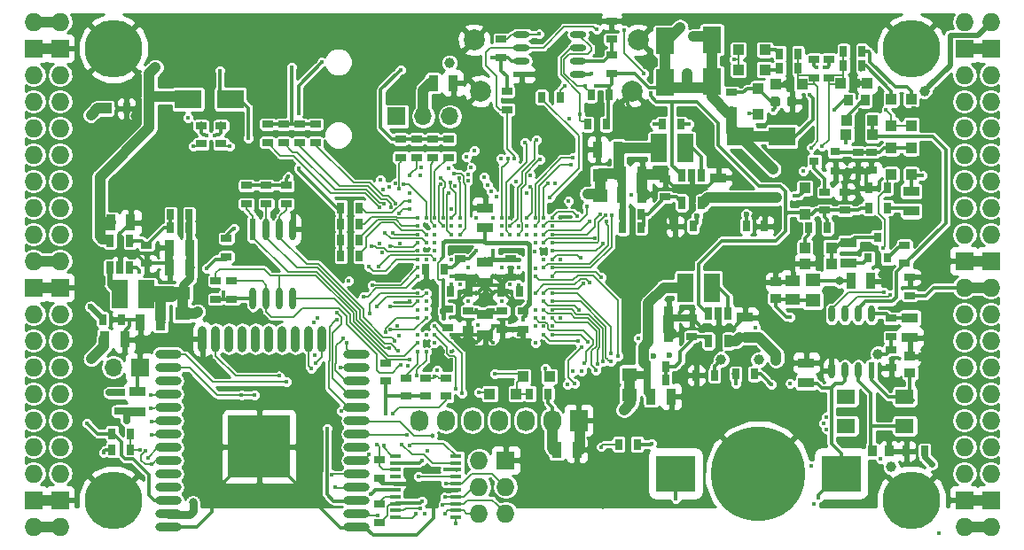
<source format=gbl>
G04 #@! TF.GenerationSoftware,KiCad,Pcbnew,5.0.0+dfsg1-1*
G04 #@! TF.CreationDate,2018-08-06T01:24:24+02:00*
G04 #@! TF.ProjectId,ulx3s,756C7833732E6B696361645F70636200,rev?*
G04 #@! TF.SameCoordinates,Original*
G04 #@! TF.FileFunction,Copper,L4,Bot,Signal*
G04 #@! TF.FilePolarity,Positive*
%FSLAX46Y46*%
G04 Gerber Fmt 4.6, Leading zero omitted, Abs format (unit mm)*
G04 Created by KiCad (PCBNEW 5.0.0+dfsg1-1) date Mon Aug  6 01:24:24 2018*
%MOMM*%
%LPD*%
G01*
G04 APERTURE LIST*
G04 #@! TA.AperFunction,EtchedComponent*
%ADD10C,1.000000*%
G04 #@! TD*
G04 #@! TA.AperFunction,ComponentPad*
%ADD11C,2.000000*%
G04 #@! TD*
G04 #@! TA.AperFunction,SMDPad,CuDef*
%ADD12O,2.500000X0.900000*%
G04 #@! TD*
G04 #@! TA.AperFunction,SMDPad,CuDef*
%ADD13O,0.900000X2.500000*%
G04 #@! TD*
G04 #@! TA.AperFunction,SMDPad,CuDef*
%ADD14R,6.000000X6.000000*%
G04 #@! TD*
G04 #@! TA.AperFunction,SMDPad,CuDef*
%ADD15R,0.670000X1.000000*%
G04 #@! TD*
G04 #@! TA.AperFunction,SMDPad,CuDef*
%ADD16R,1.400000X1.295000*%
G04 #@! TD*
G04 #@! TA.AperFunction,SMDPad,CuDef*
%ADD17R,2.500000X1.800000*%
G04 #@! TD*
G04 #@! TA.AperFunction,SMDPad,CuDef*
%ADD18R,1.800000X2.500000*%
G04 #@! TD*
G04 #@! TA.AperFunction,SMDPad,CuDef*
%ADD19R,3.700000X3.500000*%
G04 #@! TD*
G04 #@! TA.AperFunction,BGAPad,CuDef*
%ADD20C,9.000000*%
G04 #@! TD*
G04 #@! TA.AperFunction,SMDPad,CuDef*
%ADD21R,1.550000X0.600000*%
G04 #@! TD*
G04 #@! TA.AperFunction,SMDPad,CuDef*
%ADD22O,1.550000X0.600000*%
G04 #@! TD*
G04 #@! TA.AperFunction,SMDPad,CuDef*
%ADD23R,0.600000X2.100000*%
G04 #@! TD*
G04 #@! TA.AperFunction,SMDPad,CuDef*
%ADD24O,0.600000X2.100000*%
G04 #@! TD*
G04 #@! TA.AperFunction,SMDPad,CuDef*
%ADD25R,0.600000X1.550000*%
G04 #@! TD*
G04 #@! TA.AperFunction,SMDPad,CuDef*
%ADD26O,0.600000X1.550000*%
G04 #@! TD*
G04 #@! TA.AperFunction,SMDPad,CuDef*
%ADD27R,1.000000X0.400000*%
G04 #@! TD*
G04 #@! TA.AperFunction,SMDPad,CuDef*
%ADD28R,0.700000X1.200000*%
G04 #@! TD*
G04 #@! TA.AperFunction,ComponentPad*
%ADD29O,1.727200X1.727200*%
G04 #@! TD*
G04 #@! TA.AperFunction,ComponentPad*
%ADD30R,1.727200X1.727200*%
G04 #@! TD*
G04 #@! TA.AperFunction,ComponentPad*
%ADD31C,5.500000*%
G04 #@! TD*
G04 #@! TA.AperFunction,ComponentPad*
%ADD32R,1.727200X2.032000*%
G04 #@! TD*
G04 #@! TA.AperFunction,ComponentPad*
%ADD33O,1.727200X2.032000*%
G04 #@! TD*
G04 #@! TA.AperFunction,SMDPad,CuDef*
%ADD34R,1.800000X1.400000*%
G04 #@! TD*
G04 #@! TA.AperFunction,SMDPad,CuDef*
%ADD35R,0.970000X1.500000*%
G04 #@! TD*
G04 #@! TA.AperFunction,SMDPad,CuDef*
%ADD36R,1.500000X0.970000*%
G04 #@! TD*
G04 #@! TA.AperFunction,SMDPad,CuDef*
%ADD37R,1.000000X0.670000*%
G04 #@! TD*
G04 #@! TA.AperFunction,SMDPad,CuDef*
%ADD38R,1.000000X1.000000*%
G04 #@! TD*
G04 #@! TA.AperFunction,BGAPad,CuDef*
%ADD39C,0.300000*%
G04 #@! TD*
G04 #@! TA.AperFunction,ComponentPad*
%ADD40R,1.700000X1.700000*%
G04 #@! TD*
G04 #@! TA.AperFunction,ComponentPad*
%ADD41O,1.700000X1.700000*%
G04 #@! TD*
G04 #@! TA.AperFunction,SMDPad,CuDef*
%ADD42R,1.500000X2.700000*%
G04 #@! TD*
G04 #@! TA.AperFunction,SMDPad,CuDef*
%ADD43R,0.800000X0.900000*%
G04 #@! TD*
G04 #@! TA.AperFunction,SMDPad,CuDef*
%ADD44R,0.900000X0.800000*%
G04 #@! TD*
G04 #@! TA.AperFunction,SMDPad,CuDef*
%ADD45R,0.820000X1.000000*%
G04 #@! TD*
G04 #@! TA.AperFunction,SMDPad,CuDef*
%ADD46R,1.000000X0.820000*%
G04 #@! TD*
G04 #@! TA.AperFunction,SMDPad,CuDef*
%ADD47R,1.400000X1.120000*%
G04 #@! TD*
G04 #@! TA.AperFunction,Conductor*
%ADD48C,0.100000*%
G04 #@! TD*
G04 #@! TA.AperFunction,SMDPad,CuDef*
%ADD49C,0.875000*%
G04 #@! TD*
G04 #@! TA.AperFunction,ViaPad*
%ADD50C,2.000000*%
G04 #@! TD*
G04 #@! TA.AperFunction,ViaPad*
%ADD51C,0.419000*%
G04 #@! TD*
G04 #@! TA.AperFunction,ViaPad*
%ADD52C,0.454000*%
G04 #@! TD*
G04 #@! TA.AperFunction,ViaPad*
%ADD53C,0.600000*%
G04 #@! TD*
G04 #@! TA.AperFunction,ViaPad*
%ADD54C,1.000000*%
G04 #@! TD*
G04 #@! TA.AperFunction,ViaPad*
%ADD55C,0.500000*%
G04 #@! TD*
G04 #@! TA.AperFunction,ViaPad*
%ADD56C,0.800000*%
G04 #@! TD*
G04 #@! TA.AperFunction,ViaPad*
%ADD57C,0.700000*%
G04 #@! TD*
G04 #@! TA.AperFunction,Conductor*
%ADD58C,0.300000*%
G04 #@! TD*
G04 #@! TA.AperFunction,Conductor*
%ADD59C,0.500000*%
G04 #@! TD*
G04 #@! TA.AperFunction,Conductor*
%ADD60C,1.000000*%
G04 #@! TD*
G04 #@! TA.AperFunction,Conductor*
%ADD61C,0.700000*%
G04 #@! TD*
G04 #@! TA.AperFunction,Conductor*
%ADD62C,0.400000*%
G04 #@! TD*
G04 #@! TA.AperFunction,Conductor*
%ADD63C,0.800000*%
G04 #@! TD*
G04 #@! TA.AperFunction,Conductor*
%ADD64C,0.600000*%
G04 #@! TD*
G04 #@! TA.AperFunction,Conductor*
%ADD65C,0.127000*%
G04 #@! TD*
G04 #@! TA.AperFunction,Conductor*
%ADD66C,0.200000*%
G04 #@! TD*
G04 #@! TA.AperFunction,Conductor*
%ADD67C,0.140000*%
G04 #@! TD*
G04 #@! TA.AperFunction,Conductor*
%ADD68C,0.190000*%
G04 #@! TD*
G04 #@! TA.AperFunction,Conductor*
%ADD69C,1.500000*%
G04 #@! TD*
G04 #@! TA.AperFunction,Conductor*
%ADD70C,0.254000*%
G04 #@! TD*
G04 APERTURE END LIST*
D10*
G04 #@! TO.C,RP3*
X149472000Y-77311000D02*
X149472000Y-79311000D01*
G04 #@! TO.C,RP2*
X109609000Y-88632000D02*
X109609000Y-90632000D01*
G04 #@! TO.C,RP1*
X152281000Y-96361000D02*
X152281000Y-98361000D01*
G04 #@! TO.C,RD9*
X166854000Y-73630000D02*
X162854000Y-73630000D01*
G04 #@! TO.C,RD52*
X160155000Y-64391000D02*
X160155000Y-68391000D01*
G04 #@! TO.C,RD51*
X155710000Y-68518000D02*
X155710000Y-64518000D01*
G04 #@! TD*
D11*
G04 #@! TO.P,GPDI1,0*
G04 #@! TO.N,GND*
X152546000Y-69312000D03*
X138046000Y-69312000D03*
X153146000Y-64412000D03*
X137446000Y-64412000D03*
G04 #@! TD*
D12*
G04 #@! TO.P,U9,38*
G04 #@! TO.N,GND*
X126230000Y-111000000D03*
G04 #@! TO.P,U9,37*
G04 #@! TO.N,JTAG_TDI*
X126230000Y-109730000D03*
G04 #@! TO.P,U9,36*
G04 #@! TO.N,PROG_DONE*
X126230000Y-108460000D03*
G04 #@! TO.P,U9,35*
G04 #@! TO.N,WIFI_TXD*
X126230000Y-107190000D03*
G04 #@! TO.P,U9,34*
G04 #@! TO.N,WIFI_RXD*
X126230000Y-105920000D03*
G04 #@! TO.P,U9,33*
G04 #@! TO.N,JTAG_TMS*
X126230000Y-104650000D03*
G04 #@! TO.P,U9,32*
G04 #@! TO.N,Net-(U9-Pad32)*
X126230000Y-103380000D03*
G04 #@! TO.P,U9,31*
G04 #@! TO.N,JTAG_TDO*
X126230000Y-102110000D03*
G04 #@! TO.P,U9,30*
G04 #@! TO.N,JTAG_TCK*
X126230000Y-100840000D03*
G04 #@! TO.P,U9,29*
G04 #@! TO.N,WIFI_GPIO5*
X126230000Y-99570000D03*
G04 #@! TO.P,U9,28*
G04 #@! TO.N,WIFI_GPIO17*
X126230000Y-98300000D03*
G04 #@! TO.P,U9,27*
G04 #@! TO.N,WIFI_GPIO16*
X126230000Y-97030000D03*
G04 #@! TO.P,U9,26*
G04 #@! TO.N,SD_D1*
X126230000Y-95760000D03*
G04 #@! TO.P,U9,25*
G04 #@! TO.N,WIFI_GPIO0*
X126230000Y-94490000D03*
D13*
G04 #@! TO.P,U9,24*
G04 #@! TO.N,SD_D0*
X122945000Y-93000000D03*
G04 #@! TO.P,U9,23*
G04 #@! TO.N,SD_CMD*
X121675000Y-93000000D03*
G04 #@! TO.P,U9,22*
G04 #@! TO.N,Net-(U9-Pad22)*
X120405000Y-93000000D03*
G04 #@! TO.P,U9,21*
G04 #@! TO.N,Net-(U9-Pad21)*
X119135000Y-93000000D03*
G04 #@! TO.P,U9,20*
G04 #@! TO.N,Net-(U9-Pad20)*
X117865000Y-93000000D03*
G04 #@! TO.P,U9,19*
G04 #@! TO.N,Net-(U9-Pad19)*
X116595000Y-93000000D03*
G04 #@! TO.P,U9,18*
G04 #@! TO.N,Net-(U9-Pad18)*
X115325000Y-93000000D03*
G04 #@! TO.P,U9,17*
G04 #@! TO.N,Net-(U9-Pad17)*
X114055000Y-93000000D03*
G04 #@! TO.P,U9,16*
G04 #@! TO.N,SD_D3*
X112785000Y-93000000D03*
G04 #@! TO.P,U9,15*
G04 #@! TO.N,GND*
X111515000Y-93000000D03*
D12*
G04 #@! TO.P,U9,14*
G04 #@! TO.N,SD_D2*
X108230000Y-94490000D03*
G04 #@! TO.P,U9,13*
G04 #@! TO.N,SD_CLK*
X108230000Y-95760000D03*
G04 #@! TO.P,U9,12*
G04 #@! TO.N,Net-(U9-Pad12)*
X108230000Y-97030000D03*
G04 #@! TO.P,U9,11*
G04 #@! TO.N,GP11*
X108230000Y-98300000D03*
G04 #@! TO.P,U9,10*
G04 #@! TO.N,GN11*
X108230000Y-99570000D03*
G04 #@! TO.P,U9,9*
G04 #@! TO.N,GP12*
X108230000Y-100840000D03*
G04 #@! TO.P,U9,8*
G04 #@! TO.N,GN12*
X108230000Y-102110000D03*
G04 #@! TO.P,U9,7*
G04 #@! TO.N,GP13*
X108230000Y-103380000D03*
G04 #@! TO.P,U9,6*
G04 #@! TO.N,GN13*
X108230000Y-104650000D03*
G04 #@! TO.P,U9,5*
G04 #@! TO.N,Net-(U9-Pad5)*
X108230000Y-105920000D03*
G04 #@! TO.P,U9,4*
G04 #@! TO.N,Net-(U9-Pad4)*
X108230000Y-107190000D03*
G04 #@! TO.P,U9,3*
G04 #@! TO.N,/wifi/WIFIEN*
X108230000Y-108460000D03*
G04 #@! TO.P,U9,2*
G04 #@! TO.N,+3V3*
X108230000Y-109730000D03*
G04 #@! TO.P,U9,1*
G04 #@! TO.N,GND*
X108230000Y-111000000D03*
D14*
G04 #@! TO.P,U9,39*
X116930000Y-103300000D03*
G04 #@! TD*
D15*
G04 #@! TO.P,C49,2*
G04 #@! TO.N,GND*
X103738000Y-91156000D03*
G04 #@! TO.P,C49,1*
G04 #@! TO.N,2V5_3V3*
X101988000Y-91156000D03*
G04 #@! TD*
D16*
G04 #@! TO.P,RP3,2*
G04 #@! TO.N,+3V3*
X149472000Y-79278500D03*
G04 #@! TO.P,RP3,1*
G04 #@! TO.N,/power/P3V3*
X149472000Y-77343500D03*
G04 #@! TD*
G04 #@! TO.P,RP2,2*
G04 #@! TO.N,+2V5*
X109609000Y-90599500D03*
G04 #@! TO.P,RP2,1*
G04 #@! TO.N,/power/P2V5*
X109609000Y-88664500D03*
G04 #@! TD*
G04 #@! TO.P,RP1,2*
G04 #@! TO.N,+1V1*
X152281000Y-98328500D03*
G04 #@! TO.P,RP1,1*
G04 #@! TO.N,/power/P1V1*
X152281000Y-96393500D03*
G04 #@! TD*
D17*
G04 #@! TO.P,RD9,2*
G04 #@! TO.N,+5V*
X162854000Y-73630000D03*
G04 #@! TO.P,RD9,1*
G04 #@! TO.N,/usb/US2VBUS*
X166854000Y-73630000D03*
G04 #@! TD*
D18*
G04 #@! TO.P,RD52,2*
G04 #@! TO.N,+5V*
X160155000Y-68391000D03*
G04 #@! TO.P,RD52,1*
G04 #@! TO.N,/gpio/OUT5V*
X160155000Y-64391000D03*
G04 #@! TD*
G04 #@! TO.P,RD51,2*
G04 #@! TO.N,/gpio/IN5V*
X155710000Y-64518000D03*
G04 #@! TO.P,RD51,1*
G04 #@! TO.N,+5V*
X155710000Y-68518000D03*
G04 #@! TD*
D19*
G04 #@! TO.P,BAT1,1*
G04 #@! TO.N,/power/VBAT*
X172485000Y-105870000D03*
X156685000Y-105870000D03*
D20*
G04 #@! TO.P,BAT1,2*
G04 #@! TO.N,GND*
X164585000Y-105870000D03*
G04 #@! TD*
D21*
G04 #@! TO.P,U11,1*
G04 #@! TO.N,GND*
X141980000Y-67706500D03*
D22*
G04 #@! TO.P,U11,2*
G04 #@! TO.N,+2V5*
X141980000Y-66436500D03*
G04 #@! TO.P,U11,3*
G04 #@! TO.N,FPDI_SCL*
X141980000Y-65166500D03*
G04 #@! TO.P,U11,4*
G04 #@! TO.N,FPDI_SDA*
X141980000Y-63896500D03*
G04 #@! TO.P,U11,5*
G04 #@! TO.N,GPDI_SDA*
X147380000Y-63896500D03*
G04 #@! TO.P,U11,6*
G04 #@! TO.N,GPDI_SCL*
X147380000Y-65166500D03*
G04 #@! TO.P,U11,7*
G04 #@! TO.N,/gpdi/VREF2*
X147380000Y-66436500D03*
G04 #@! TO.P,U11,8*
G04 #@! TO.N,+3V3*
X147380000Y-67706500D03*
G04 #@! TD*
D23*
G04 #@! TO.P,U10,1*
G04 #@! TO.N,/flash/FLASH_nCS*
X116340000Y-82520000D03*
D24*
G04 #@! TO.P,U10,2*
G04 #@! TO.N,/flash/FLASH_MISO*
X117610000Y-82520000D03*
G04 #@! TO.P,U10,3*
G04 #@! TO.N,/flash/FLASH_nWP*
X118880000Y-82520000D03*
G04 #@! TO.P,U10,4*
G04 #@! TO.N,GND*
X120150000Y-82520000D03*
G04 #@! TO.P,U10,5*
G04 #@! TO.N,/flash/FLASH_MOSI*
X120150000Y-89124000D03*
G04 #@! TO.P,U10,6*
G04 #@! TO.N,/flash/FLASH_SCK*
X118880000Y-89124000D03*
G04 #@! TO.P,U10,7*
G04 #@! TO.N,/flash/FLASH_nHOLD*
X117610000Y-89124000D03*
G04 #@! TO.P,U10,8*
G04 #@! TO.N,+3V3*
X116340000Y-89124000D03*
G04 #@! TD*
D25*
G04 #@! TO.P,U7,1*
G04 #@! TO.N,/power/OSCI_32k*
X175395000Y-96015000D03*
D26*
G04 #@! TO.P,U7,2*
G04 #@! TO.N,/power/OSCO_32k*
X174125000Y-96015000D03*
G04 #@! TO.P,U7,3*
G04 #@! TO.N,/power/VBAT*
X172855000Y-96015000D03*
G04 #@! TO.P,U7,4*
G04 #@! TO.N,GND*
X171585000Y-96015000D03*
G04 #@! TO.P,U7,5*
G04 #@! TO.N,FPDI_SDA*
X171585000Y-90615000D03*
G04 #@! TO.P,U7,6*
G04 #@! TO.N,FPDI_SCL*
X172855000Y-90615000D03*
G04 #@! TO.P,U7,7*
G04 #@! TO.N,/power/WAKEUPn*
X174125000Y-90615000D03*
G04 #@! TO.P,U7,8*
G04 #@! TO.N,/power/RTCVDD*
X175395000Y-90615000D03*
G04 #@! TD*
D27*
G04 #@! TO.P,U6,20*
G04 #@! TO.N,FTDI_TXD*
X129935000Y-104215000D03*
G04 #@! TO.P,U6,19*
G04 #@! TO.N,FTDI_nSLEEP*
X129935000Y-104865000D03*
G04 #@! TO.P,U6,18*
G04 #@! TO.N,FTDI_TXDEN*
X129935000Y-105515000D03*
G04 #@! TO.P,U6,17*
G04 #@! TO.N,FTDI_nRXLED*
X129935000Y-106165000D03*
G04 #@! TO.P,U6,16*
G04 #@! TO.N,GND*
X129935000Y-106815000D03*
G04 #@! TO.P,U6,15*
G04 #@! TO.N,USB5V*
X129935000Y-107465000D03*
G04 #@! TO.P,U6,14*
G04 #@! TO.N,nRESET*
X129935000Y-108115000D03*
G04 #@! TO.P,U6,13*
G04 #@! TO.N,FT2V5*
X129935000Y-108765000D03*
G04 #@! TO.P,U6,12*
G04 #@! TO.N,USB_FTDI_D-*
X129935000Y-109415000D03*
G04 #@! TO.P,U6,11*
G04 #@! TO.N,USB_FTDI_D+*
X129935000Y-110065000D03*
G04 #@! TO.P,U6,10*
G04 #@! TO.N,FTDI_nTXLED*
X135735000Y-110065000D03*
G04 #@! TO.P,U6,9*
G04 #@! TO.N,JTAG_TDO*
X135735000Y-109415000D03*
G04 #@! TO.P,U6,8*
G04 #@! TO.N,JTAG_TMS*
X135735000Y-108765000D03*
G04 #@! TO.P,U6,7*
G04 #@! TO.N,JTAG_TCK*
X135735000Y-108115000D03*
G04 #@! TO.P,U6,6*
G04 #@! TO.N,GND*
X135735000Y-107465000D03*
G04 #@! TO.P,U6,5*
G04 #@! TO.N,JTAG_TDI*
X135735000Y-106815000D03*
G04 #@! TO.P,U6,4*
G04 #@! TO.N,FTDI_RXD*
X135735000Y-106165000D03*
G04 #@! TO.P,U6,3*
G04 #@! TO.N,FT2V5*
X135735000Y-105515000D03*
G04 #@! TO.P,U6,2*
G04 #@! TO.N,FTDI_nRTS*
X135735000Y-104865000D03*
G04 #@! TO.P,U6,1*
G04 #@! TO.N,FTDI_nDTR*
X135735000Y-104215000D03*
G04 #@! TD*
D28*
G04 #@! TO.P,U5,1*
G04 #@! TO.N,/power/PWREN*
X157285000Y-77392000D03*
G04 #@! TO.P,U5,2*
G04 #@! TO.N,GND*
X158235000Y-77392000D03*
G04 #@! TO.P,U5,3*
G04 #@! TO.N,/power/L3*
X159185000Y-77392000D03*
G04 #@! TO.P,U5,4*
G04 #@! TO.N,+5V*
X159185000Y-79992000D03*
G04 #@! TO.P,U5,5*
G04 #@! TO.N,/power/FB3*
X157285000Y-79992000D03*
G04 #@! TD*
G04 #@! TO.P,U3,1*
G04 #@! TO.N,/power/PWREN*
X159825000Y-90600000D03*
G04 #@! TO.P,U3,2*
G04 #@! TO.N,GND*
X160775000Y-90600000D03*
G04 #@! TO.P,U3,3*
G04 #@! TO.N,/power/L1*
X161725000Y-90600000D03*
G04 #@! TO.P,U3,4*
G04 #@! TO.N,+5V*
X161725000Y-93200000D03*
G04 #@! TO.P,U3,5*
G04 #@! TO.N,/power/FB1*
X159825000Y-93200000D03*
G04 #@! TD*
G04 #@! TO.P,U4,1*
G04 #@! TO.N,/power/PWREN*
X104575000Y-86215000D03*
G04 #@! TO.P,U4,2*
G04 #@! TO.N,GND*
X103625000Y-86215000D03*
G04 #@! TO.P,U4,3*
G04 #@! TO.N,/power/L2*
X102675000Y-86215000D03*
G04 #@! TO.P,U4,4*
G04 #@! TO.N,+5V*
X102675000Y-83615000D03*
G04 #@! TO.P,U4,5*
G04 #@! TO.N,/power/FB2*
X104575000Y-83615000D03*
G04 #@! TD*
D29*
G04 #@! TO.P,J1,1*
G04 #@! TO.N,2V5_3V3*
X97910000Y-62690000D03*
G04 #@! TO.P,J1,2*
X95370000Y-62690000D03*
D30*
G04 #@! TO.P,J1,3*
G04 #@! TO.N,GND*
X97910000Y-65230000D03*
G04 #@! TO.P,J1,4*
X95370000Y-65230000D03*
D29*
G04 #@! TO.P,J1,5*
G04 #@! TO.N,GN0*
X97910000Y-67770000D03*
G04 #@! TO.P,J1,6*
G04 #@! TO.N,GP0*
X95370000Y-67770000D03*
G04 #@! TO.P,J1,7*
G04 #@! TO.N,GN1*
X97910000Y-70310000D03*
G04 #@! TO.P,J1,8*
G04 #@! TO.N,GP1*
X95370000Y-70310000D03*
G04 #@! TO.P,J1,9*
G04 #@! TO.N,GN2*
X97910000Y-72850000D03*
G04 #@! TO.P,J1,10*
G04 #@! TO.N,GP2*
X95370000Y-72850000D03*
G04 #@! TO.P,J1,11*
G04 #@! TO.N,GN3*
X97910000Y-75390000D03*
G04 #@! TO.P,J1,12*
G04 #@! TO.N,GP3*
X95370000Y-75390000D03*
G04 #@! TO.P,J1,13*
G04 #@! TO.N,GN4*
X97910000Y-77930000D03*
G04 #@! TO.P,J1,14*
G04 #@! TO.N,GP4*
X95370000Y-77930000D03*
G04 #@! TO.P,J1,15*
G04 #@! TO.N,GN5*
X97910000Y-80470000D03*
G04 #@! TO.P,J1,16*
G04 #@! TO.N,GP5*
X95370000Y-80470000D03*
G04 #@! TO.P,J1,17*
G04 #@! TO.N,GN6*
X97910000Y-83010000D03*
G04 #@! TO.P,J1,18*
G04 #@! TO.N,GP6*
X95370000Y-83010000D03*
G04 #@! TO.P,J1,19*
G04 #@! TO.N,2V5_3V3*
X97910000Y-85550000D03*
G04 #@! TO.P,J1,20*
X95370000Y-85550000D03*
D30*
G04 #@! TO.P,J1,21*
G04 #@! TO.N,GND*
X97910000Y-88090000D03*
G04 #@! TO.P,J1,22*
X95370000Y-88090000D03*
D29*
G04 #@! TO.P,J1,23*
G04 #@! TO.N,GN7*
X97910000Y-90630000D03*
G04 #@! TO.P,J1,24*
G04 #@! TO.N,GP7*
X95370000Y-90630000D03*
G04 #@! TO.P,J1,25*
G04 #@! TO.N,GN8*
X97910000Y-93170000D03*
G04 #@! TO.P,J1,26*
G04 #@! TO.N,GP8*
X95370000Y-93170000D03*
G04 #@! TO.P,J1,27*
G04 #@! TO.N,GN9*
X97910000Y-95710000D03*
G04 #@! TO.P,J1,28*
G04 #@! TO.N,GP9*
X95370000Y-95710000D03*
G04 #@! TO.P,J1,29*
G04 #@! TO.N,GN10*
X97910000Y-98250000D03*
G04 #@! TO.P,J1,30*
G04 #@! TO.N,GP10*
X95370000Y-98250000D03*
G04 #@! TO.P,J1,31*
G04 #@! TO.N,GN11*
X97910000Y-100790000D03*
G04 #@! TO.P,J1,32*
G04 #@! TO.N,GP11*
X95370000Y-100790000D03*
G04 #@! TO.P,J1,33*
G04 #@! TO.N,GN12*
X97910000Y-103330000D03*
G04 #@! TO.P,J1,34*
G04 #@! TO.N,GP12*
X95370000Y-103330000D03*
G04 #@! TO.P,J1,35*
G04 #@! TO.N,GN13*
X97910000Y-105870000D03*
G04 #@! TO.P,J1,36*
G04 #@! TO.N,GP13*
X95370000Y-105870000D03*
D30*
G04 #@! TO.P,J1,37*
G04 #@! TO.N,GND*
X97910000Y-108410000D03*
G04 #@! TO.P,J1,38*
X95370000Y-108410000D03*
D29*
G04 #@! TO.P,J1,39*
G04 #@! TO.N,2V5_3V3*
X97910000Y-110950000D03*
G04 #@! TO.P,J1,40*
X95370000Y-110950000D03*
G04 #@! TD*
G04 #@! TO.P,J2,1*
G04 #@! TO.N,+3V3*
X184270000Y-110950000D03*
G04 #@! TO.P,J2,2*
X186810000Y-110950000D03*
D30*
G04 #@! TO.P,J2,3*
G04 #@! TO.N,GND*
X184270000Y-108410000D03*
G04 #@! TO.P,J2,4*
X186810000Y-108410000D03*
D29*
G04 #@! TO.P,J2,5*
G04 #@! TO.N,GN14*
X184270000Y-105870000D03*
G04 #@! TO.P,J2,6*
G04 #@! TO.N,GP14*
X186810000Y-105870000D03*
G04 #@! TO.P,J2,7*
G04 #@! TO.N,GN15*
X184270000Y-103330000D03*
G04 #@! TO.P,J2,8*
G04 #@! TO.N,GP15*
X186810000Y-103330000D03*
G04 #@! TO.P,J2,9*
G04 #@! TO.N,GN16*
X184270000Y-100790000D03*
G04 #@! TO.P,J2,10*
G04 #@! TO.N,GP16*
X186810000Y-100790000D03*
G04 #@! TO.P,J2,11*
G04 #@! TO.N,GN17*
X184270000Y-98250000D03*
G04 #@! TO.P,J2,12*
G04 #@! TO.N,GP17*
X186810000Y-98250000D03*
G04 #@! TO.P,J2,13*
G04 #@! TO.N,GN18*
X184270000Y-95710000D03*
G04 #@! TO.P,J2,14*
G04 #@! TO.N,GP18*
X186810000Y-95710000D03*
G04 #@! TO.P,J2,15*
G04 #@! TO.N,GN19*
X184270000Y-93170000D03*
G04 #@! TO.P,J2,16*
G04 #@! TO.N,GP19*
X186810000Y-93170000D03*
G04 #@! TO.P,J2,17*
G04 #@! TO.N,GN20*
X184270000Y-90630000D03*
G04 #@! TO.P,J2,18*
G04 #@! TO.N,GP20*
X186810000Y-90630000D03*
G04 #@! TO.P,J2,19*
G04 #@! TO.N,+3V3*
X184270000Y-88090000D03*
G04 #@! TO.P,J2,20*
X186810000Y-88090000D03*
D30*
G04 #@! TO.P,J2,21*
G04 #@! TO.N,GND*
X184270000Y-85550000D03*
G04 #@! TO.P,J2,22*
X186810000Y-85550000D03*
D29*
G04 #@! TO.P,J2,23*
G04 #@! TO.N,GN21*
X184270000Y-83010000D03*
G04 #@! TO.P,J2,24*
G04 #@! TO.N,GP21*
X186810000Y-83010000D03*
G04 #@! TO.P,J2,25*
G04 #@! TO.N,GN22*
X184270000Y-80470000D03*
G04 #@! TO.P,J2,26*
G04 #@! TO.N,GP22*
X186810000Y-80470000D03*
G04 #@! TO.P,J2,27*
G04 #@! TO.N,GN23*
X184270000Y-77930000D03*
G04 #@! TO.P,J2,28*
G04 #@! TO.N,GP23*
X186810000Y-77930000D03*
G04 #@! TO.P,J2,29*
G04 #@! TO.N,GN24*
X184270000Y-75390000D03*
G04 #@! TO.P,J2,30*
G04 #@! TO.N,GP24*
X186810000Y-75390000D03*
G04 #@! TO.P,J2,31*
G04 #@! TO.N,GN25*
X184270000Y-72850000D03*
G04 #@! TO.P,J2,32*
G04 #@! TO.N,GP25*
X186810000Y-72850000D03*
G04 #@! TO.P,J2,33*
G04 #@! TO.N,GN26*
X184270000Y-70310000D03*
G04 #@! TO.P,J2,34*
G04 #@! TO.N,GP26*
X186810000Y-70310000D03*
G04 #@! TO.P,J2,35*
G04 #@! TO.N,GN27*
X184270000Y-67770000D03*
G04 #@! TO.P,J2,36*
G04 #@! TO.N,GP27*
X186810000Y-67770000D03*
D30*
G04 #@! TO.P,J2,37*
G04 #@! TO.N,GND*
X184270000Y-65230000D03*
G04 #@! TO.P,J2,38*
X186810000Y-65230000D03*
D29*
G04 #@! TO.P,J2,39*
G04 #@! TO.N,/gpio/IN5V*
X184270000Y-62690000D03*
G04 #@! TO.P,J2,40*
G04 #@! TO.N,/gpio/OUT5V*
X186810000Y-62690000D03*
G04 #@! TD*
D31*
G04 #@! TO.P,H1,1*
G04 #@! TO.N,GND*
X102990000Y-108410000D03*
G04 #@! TD*
G04 #@! TO.P,H2,1*
G04 #@! TO.N,GND*
X179190000Y-108410000D03*
G04 #@! TD*
G04 #@! TO.P,H3,1*
G04 #@! TO.N,GND*
X179190000Y-65230000D03*
G04 #@! TD*
G04 #@! TO.P,H4,1*
G04 #@! TO.N,GND*
X102990000Y-65230000D03*
G04 #@! TD*
D30*
G04 #@! TO.P,J4,1*
G04 #@! TO.N,GND*
X140455000Y-104600000D03*
D29*
G04 #@! TO.P,J4,2*
G04 #@! TO.N,+3V3*
X137915000Y-104600000D03*
G04 #@! TO.P,J4,3*
G04 #@! TO.N,JTAG_TDI*
X140455000Y-107140000D03*
G04 #@! TO.P,J4,4*
G04 #@! TO.N,JTAG_TCK*
X137915000Y-107140000D03*
G04 #@! TO.P,J4,5*
G04 #@! TO.N,JTAG_TMS*
X140455000Y-109680000D03*
G04 #@! TO.P,J4,6*
G04 #@! TO.N,JTAG_TDO*
X137915000Y-109680000D03*
G04 #@! TD*
D32*
G04 #@! TO.P,OLED1,1*
G04 #@! TO.N,GND*
X147440000Y-100790000D03*
D33*
G04 #@! TO.P,OLED1,2*
G04 #@! TO.N,+3V3*
X144900000Y-100790000D03*
G04 #@! TO.P,OLED1,3*
G04 #@! TO.N,OLED_CLK*
X142360000Y-100790000D03*
G04 #@! TO.P,OLED1,4*
G04 #@! TO.N,OLED_MOSI*
X139820000Y-100790000D03*
G04 #@! TO.P,OLED1,5*
G04 #@! TO.N,OLED_RES*
X137280000Y-100790000D03*
G04 #@! TO.P,OLED1,6*
G04 #@! TO.N,OLED_DC*
X134740000Y-100790000D03*
G04 #@! TO.P,OLED1,7*
G04 #@! TO.N,OLED_CS*
X132200000Y-100790000D03*
G04 #@! TD*
D34*
G04 #@! TO.P,Y2,4*
G04 #@! TO.N,/power/OSCI_32k*
X178576000Y-98522000D03*
G04 #@! TO.P,Y2,3*
G04 #@! TO.N,Net-(Y2-Pad3)*
X172976000Y-98522000D03*
G04 #@! TO.P,Y2,2*
G04 #@! TO.N,Net-(Y2-Pad2)*
X172976000Y-101322000D03*
G04 #@! TO.P,Y2,1*
G04 #@! TO.N,/power/OSCO_32k*
X178576000Y-101322000D03*
G04 #@! TD*
D35*
G04 #@! TO.P,C47,1*
G04 #@! TO.N,2V5_3V3*
X133546000Y-68550000D03*
G04 #@! TO.P,C47,2*
G04 #@! TO.N,GND*
X135456000Y-68550000D03*
G04 #@! TD*
G04 #@! TO.P,C1,1*
G04 #@! TO.N,+5V*
X102748500Y-81885000D03*
G04 #@! TO.P,C1,2*
G04 #@! TO.N,GND*
X104658500Y-81885000D03*
G04 #@! TD*
D15*
G04 #@! TO.P,C2,1*
G04 #@! TO.N,/power/P1V1*
X153985000Y-96910000D03*
G04 #@! TO.P,C2,2*
G04 #@! TO.N,/power/FB1*
X155735000Y-96910000D03*
G04 #@! TD*
D35*
G04 #@! TO.P,C3,2*
G04 #@! TO.N,GND*
X156015000Y-90630000D03*
G04 #@! TO.P,C3,1*
G04 #@! TO.N,/power/P1V1*
X154105000Y-90630000D03*
G04 #@! TD*
G04 #@! TO.P,C4,1*
G04 #@! TO.N,/power/P1V1*
X154105000Y-92535000D03*
G04 #@! TO.P,C4,2*
G04 #@! TO.N,GND*
X156015000Y-92535000D03*
G04 #@! TD*
D36*
G04 #@! TO.P,C5,2*
G04 #@! TO.N,GND*
X163315000Y-90945000D03*
G04 #@! TO.P,C5,1*
G04 #@! TO.N,+5V*
X163315000Y-92855000D03*
G04 #@! TD*
D15*
G04 #@! TO.P,C6,1*
G04 #@! TO.N,/power/P3V3*
X151645000Y-82375000D03*
G04 #@! TO.P,C6,2*
G04 #@! TO.N,/power/FB3*
X153395000Y-82375000D03*
G04 #@! TD*
D35*
G04 #@! TO.P,C7,2*
G04 #@! TO.N,GND*
X153475000Y-79200000D03*
G04 #@! TO.P,C7,1*
G04 #@! TO.N,/power/P3V3*
X151565000Y-79200000D03*
G04 #@! TD*
G04 #@! TO.P,C8,2*
G04 #@! TO.N,GND*
X153475000Y-77295000D03*
G04 #@! TO.P,C8,1*
G04 #@! TO.N,/power/P3V3*
X151565000Y-77295000D03*
G04 #@! TD*
D36*
G04 #@! TO.P,C9,1*
G04 #@! TO.N,+5V*
X160775000Y-79520000D03*
G04 #@! TO.P,C9,2*
G04 #@! TO.N,GND*
X160775000Y-77610000D03*
G04 #@! TD*
D15*
G04 #@! TO.P,C10,2*
G04 #@! TO.N,/power/FB2*
X108465000Y-81105000D03*
G04 #@! TO.P,C10,1*
G04 #@! TO.N,/power/P2V5*
X110215000Y-81105000D03*
G04 #@! TD*
D35*
G04 #@! TO.P,C11,2*
G04 #@! TO.N,GND*
X108385000Y-84280000D03*
G04 #@! TO.P,C11,1*
G04 #@! TO.N,/power/P2V5*
X110295000Y-84280000D03*
G04 #@! TD*
G04 #@! TO.P,C12,1*
G04 #@! TO.N,/power/P2V5*
X110295000Y-86185000D03*
G04 #@! TO.P,C12,2*
G04 #@! TO.N,GND*
X108385000Y-86185000D03*
G04 #@! TD*
D36*
G04 #@! TO.P,C13,2*
G04 #@! TO.N,/power/WKUP*
X173221000Y-83833000D03*
G04 #@! TO.P,C13,1*
G04 #@! TO.N,+5V*
X173221000Y-85743000D03*
G04 #@! TD*
D37*
G04 #@! TO.P,C14,2*
G04 #@! TO.N,GND*
X175380000Y-76900000D03*
G04 #@! TO.P,C14,1*
G04 #@! TO.N,/power/SHUT*
X175380000Y-75150000D03*
G04 #@! TD*
D36*
G04 #@! TO.P,C15,1*
G04 #@! TO.N,/sdcard/SD3V3*
X105276000Y-99967000D03*
G04 #@! TO.P,C15,2*
G04 #@! TO.N,GND*
X105276000Y-98057000D03*
G04 #@! TD*
D35*
G04 #@! TO.P,C16,1*
G04 #@! TO.N,+3V3*
X173424000Y-87473000D03*
G04 #@! TO.P,C16,2*
G04 #@! TO.N,GND*
X175334000Y-87473000D03*
G04 #@! TD*
D36*
G04 #@! TO.P,C17,1*
G04 #@! TO.N,+1V1*
X138500000Y-90665000D03*
G04 #@! TO.P,C17,2*
G04 #@! TO.N,GND*
X138500000Y-92575000D03*
G04 #@! TD*
D37*
G04 #@! TO.P,C18,1*
G04 #@! TO.N,/gpdi/VREF2*
X150589600Y-64359000D03*
G04 #@! TO.P,C18,2*
G04 #@! TO.N,GND*
X150589600Y-62609000D03*
G04 #@! TD*
D36*
G04 #@! TO.P,C19,1*
G04 #@! TO.N,+2V5*
X138500000Y-82375000D03*
G04 #@! TO.P,C19,2*
G04 #@! TO.N,GND*
X138500000Y-80465000D03*
G04 #@! TD*
G04 #@! TO.P,C20,2*
G04 #@! TO.N,GND*
X138500000Y-87575000D03*
G04 #@! TO.P,C20,1*
G04 #@! TO.N,+3V3*
X138500000Y-85665000D03*
G04 #@! TD*
D35*
G04 #@! TO.P,C21,2*
G04 #@! TO.N,GND*
X104072000Y-93061000D03*
G04 #@! TO.P,C21,1*
G04 #@! TO.N,+3V3*
X102162000Y-93061000D03*
G04 #@! TD*
G04 #@! TO.P,C22,1*
G04 #@! TO.N,/power/P1V1*
X154359000Y-98504000D03*
G04 #@! TO.P,C22,2*
G04 #@! TO.N,GND*
X156269000Y-98504000D03*
G04 #@! TD*
G04 #@! TO.P,C23,2*
G04 #@! TO.N,GND*
X105591000Y-91392000D03*
G04 #@! TO.P,C23,1*
G04 #@! TO.N,/power/P2V5*
X107501000Y-91392000D03*
G04 #@! TD*
G04 #@! TO.P,C24,1*
G04 #@! TO.N,/power/P3V3*
X151189000Y-74882000D03*
G04 #@! TO.P,C24,2*
G04 #@! TO.N,GND*
X149279000Y-74882000D03*
G04 #@! TD*
D37*
G04 #@! TO.P,C25,2*
G04 #@! TO.N,GND*
X140900000Y-87095000D03*
G04 #@! TO.P,C25,1*
G04 #@! TO.N,+3V3*
X140900000Y-85345000D03*
G04 #@! TD*
G04 #@! TO.P,C26,2*
G04 #@! TO.N,GND*
X136100000Y-87095000D03*
G04 #@! TO.P,C26,1*
G04 #@! TO.N,2V5_3V3*
X136100000Y-85345000D03*
G04 #@! TD*
G04 #@! TO.P,C27,2*
G04 #@! TO.N,GND*
X136900000Y-92095000D03*
G04 #@! TO.P,C27,1*
G04 #@! TO.N,+1V1*
X136900000Y-90345000D03*
G04 #@! TD*
G04 #@! TO.P,C28,1*
G04 #@! TO.N,+1V1*
X140100000Y-90345000D03*
G04 #@! TO.P,C28,2*
G04 #@! TO.N,GND*
X140100000Y-92095000D03*
G04 #@! TD*
G04 #@! TO.P,C29,2*
G04 #@! TO.N,GND*
X142100000Y-92095000D03*
G04 #@! TO.P,C29,1*
G04 #@! TO.N,+2V5*
X142100000Y-90345000D03*
G04 #@! TD*
G04 #@! TO.P,C30,1*
G04 #@! TO.N,+2V5*
X134900000Y-90145000D03*
G04 #@! TO.P,C30,2*
G04 #@! TO.N,GND*
X134900000Y-91895000D03*
G04 #@! TD*
D15*
G04 #@! TO.P,C31,1*
G04 #@! TO.N,+3V3*
X135225000Y-88420000D03*
G04 #@! TO.P,C31,2*
G04 #@! TO.N,GND*
X136975000Y-88420000D03*
G04 #@! TD*
G04 #@! TO.P,C32,2*
G04 #@! TO.N,GND*
X140025000Y-88420000D03*
G04 #@! TO.P,C32,1*
G04 #@! TO.N,+3V3*
X141775000Y-88420000D03*
G04 #@! TD*
G04 #@! TO.P,C33,1*
G04 #@! TO.N,+3V3*
X163425000Y-82220000D03*
G04 #@! TO.P,C33,2*
G04 #@! TO.N,GND*
X165175000Y-82220000D03*
G04 #@! TD*
G04 #@! TO.P,C34,1*
G04 #@! TO.N,+3V3*
X158375000Y-82220000D03*
G04 #@! TO.P,C34,2*
G04 #@! TO.N,GND*
X156625000Y-82220000D03*
G04 #@! TD*
D37*
G04 #@! TO.P,C35,1*
G04 #@! TO.N,+3V3*
X177300000Y-94025000D03*
G04 #@! TO.P,C35,2*
G04 #@! TO.N,GND*
X177300000Y-95775000D03*
G04 #@! TD*
D35*
G04 #@! TO.P,C46,1*
G04 #@! TO.N,+3V3*
X145342000Y-103584000D03*
G04 #@! TO.P,C46,2*
G04 #@! TO.N,GND*
X147252000Y-103584000D03*
G04 #@! TD*
D15*
G04 #@! TO.P,C48,2*
G04 #@! TO.N,GND*
X104246000Y-70963000D03*
G04 #@! TO.P,C48,1*
G04 #@! TO.N,2V5_3V3*
X102496000Y-70963000D03*
G04 #@! TD*
D37*
G04 #@! TO.P,C50,1*
G04 #@! TO.N,+3V3*
X179063000Y-88856000D03*
G04 #@! TO.P,C50,2*
G04 #@! TO.N,GND*
X179063000Y-87106000D03*
G04 #@! TD*
D15*
G04 #@! TO.P,C51,1*
G04 #@! TO.N,+3V3*
X180473000Y-103711000D03*
G04 #@! TO.P,C51,2*
G04 #@! TO.N,GND*
X178723000Y-103711000D03*
G04 #@! TD*
G04 #@! TO.P,C52,2*
G04 #@! TO.N,GND*
X158645000Y-96490000D03*
G04 #@! TO.P,C52,1*
G04 #@! TO.N,+3V3*
X160395000Y-96490000D03*
G04 #@! TD*
G04 #@! TO.P,C53,2*
G04 #@! TO.N,GND*
X132827200Y-86330000D03*
G04 #@! TO.P,C53,1*
G04 #@! TO.N,2V5_3V3*
X134577200Y-86330000D03*
G04 #@! TD*
D36*
G04 #@! TO.P,C54,2*
G04 #@! TO.N,GND*
X169172000Y-95281000D03*
G04 #@! TO.P,C54,1*
G04 #@! TO.N,/power/VBAT*
X169172000Y-97191000D03*
G04 #@! TD*
G04 #@! TO.P,D11,1*
G04 #@! TO.N,/power/HOLD*
X179190000Y-80790000D03*
G04 #@! TO.P,D11,2*
G04 #@! TO.N,+3V3*
X179190000Y-78880000D03*
G04 #@! TD*
D38*
G04 #@! TO.P,D10,1*
G04 #@! TO.N,/power/WAKE*
X169050000Y-84280000D03*
G04 #@! TO.P,D10,2*
G04 #@! TO.N,/power/WKUP*
X171550000Y-84280000D03*
G04 #@! TD*
G04 #@! TO.P,D12,2*
G04 #@! TO.N,/power/FTDI_nSUSPEND*
X169030000Y-78585000D03*
G04 #@! TO.P,D12,1*
G04 #@! TO.N,/power/PWREN*
X169030000Y-81085000D03*
G04 #@! TD*
G04 #@! TO.P,D13,1*
G04 #@! TO.N,/power/WKUP*
X171550000Y-85804000D03*
G04 #@! TO.P,D13,2*
G04 #@! TO.N,GND*
X169050000Y-85804000D03*
G04 #@! TD*
G04 #@! TO.P,D14,2*
G04 #@! TO.N,/power/SHUT*
X179190000Y-74775000D03*
G04 #@! TO.P,D14,1*
G04 #@! TO.N,+3V3*
X179190000Y-77275000D03*
G04 #@! TD*
G04 #@! TO.P,D15,2*
G04 #@! TO.N,SHUTDOWN*
X177285000Y-77275000D03*
G04 #@! TO.P,D15,1*
G04 #@! TO.N,/power/SHUT*
X177285000Y-74775000D03*
G04 #@! TD*
G04 #@! TO.P,D16,1*
G04 #@! TO.N,PWRBTn*
X172987000Y-73503000D03*
G04 #@! TO.P,D16,2*
G04 #@! TO.N,/power/WAKEUPn*
X175487000Y-73503000D03*
G04 #@! TD*
G04 #@! TO.P,D17,1*
G04 #@! TO.N,PWRBTn*
X164585000Y-69060000D03*
G04 #@! TO.P,D17,2*
G04 #@! TO.N,BTN_PWRn*
X164585000Y-71560000D03*
G04 #@! TD*
G04 #@! TO.P,D20,1*
G04 #@! TO.N,USB_FPGA_D+*
X168756000Y-68659000D03*
G04 #@! TO.P,D20,2*
G04 #@! TO.N,GND*
X166256000Y-68659000D03*
G04 #@! TD*
G04 #@! TO.P,D21,2*
G04 #@! TO.N,GND*
X174979000Y-68550000D03*
G04 #@! TO.P,D21,1*
G04 #@! TO.N,USB_FPGA_D-*
X172479000Y-68550000D03*
G04 #@! TD*
G04 #@! TO.P,D23,2*
G04 #@! TO.N,Net-(D23-Pad2)*
X165200000Y-67262000D03*
G04 #@! TO.P,D23,1*
G04 #@! TO.N,USB_FPGA_PULL_D+*
X162700000Y-67262000D03*
G04 #@! TD*
G04 #@! TO.P,D24,2*
G04 #@! TO.N,USB_FPGA_PULL_D+*
X162700000Y-65357000D03*
G04 #@! TO.P,D24,1*
G04 #@! TO.N,Net-(D24-Pad1)*
X165200000Y-65357000D03*
G04 #@! TD*
G04 #@! TO.P,D25,1*
G04 #@! TO.N,USB_FPGA_PULL_D-*
X177285000Y-72594000D03*
G04 #@! TO.P,D25,2*
G04 #@! TO.N,Net-(D25-Pad2)*
X177285000Y-70094000D03*
G04 #@! TD*
G04 #@! TO.P,D26,1*
G04 #@! TO.N,Net-(D26-Pad1)*
X179190000Y-70094000D03*
G04 #@! TO.P,D26,2*
G04 #@! TO.N,USB_FPGA_PULL_D-*
X179190000Y-72594000D03*
G04 #@! TD*
D39*
G04 #@! TO.P,AE1,1*
G04 #@! TO.N,/usb/ANT_433MHz*
X181872000Y-111603000D03*
G04 #@! TD*
D37*
G04 #@! TO.P,R49,1*
G04 #@! TO.N,USB_FTDI_D-*
X113277000Y-74360000D03*
G04 #@! TO.P,R49,2*
G04 #@! TO.N,/usb/FTD-*
X113277000Y-72610000D03*
G04 #@! TD*
G04 #@! TO.P,R50,2*
G04 #@! TO.N,/usb/FTD+*
X111372000Y-72610000D03*
G04 #@! TO.P,R50,1*
G04 #@! TO.N,USB_FTDI_D+*
X111372000Y-74360000D03*
G04 #@! TD*
D15*
G04 #@! TO.P,R51,2*
G04 #@! TO.N,/blinkey/SWPU*
X155455000Y-72487000D03*
G04 #@! TO.P,R51,1*
G04 #@! TO.N,2V5_3V3*
X157205000Y-72487000D03*
G04 #@! TD*
D37*
G04 #@! TO.P,R52,2*
G04 #@! TO.N,/usb/FPD-*
X171331000Y-66278000D03*
G04 #@! TO.P,R52,1*
G04 #@! TO.N,USB_FPGA_D-*
X171331000Y-68028000D03*
G04 #@! TD*
G04 #@! TO.P,R53,1*
G04 #@! TO.N,USB_FPGA_D+*
X169919000Y-68028000D03*
G04 #@! TO.P,R53,2*
G04 #@! TO.N,/usb/FPD+*
X169919000Y-66278000D03*
G04 #@! TD*
D15*
G04 #@! TO.P,R54,2*
G04 #@! TO.N,Net-(D26-Pad1)*
X174477000Y-65502000D03*
G04 #@! TO.P,R54,1*
G04 #@! TO.N,USB_FPGA_D-*
X172727000Y-65502000D03*
G04 #@! TD*
D37*
G04 #@! TO.P,R56,1*
G04 #@! TO.N,GND*
X128390000Y-106321000D03*
G04 #@! TO.P,R56,2*
G04 #@! TO.N,FTDI_TXDEN*
X128390000Y-104571000D03*
G04 #@! TD*
G04 #@! TO.P,R57,2*
G04 #@! TO.N,/analog/AUDIO_V*
X117722000Y-72483000D03*
G04 #@! TO.P,R57,1*
G04 #@! TO.N,AUDIO_V0*
X117722000Y-74233000D03*
G04 #@! TD*
G04 #@! TO.P,R58,1*
G04 #@! TO.N,AUDIO_V1*
X119246000Y-74233000D03*
G04 #@! TO.P,R58,2*
G04 #@! TO.N,/analog/AUDIO_V*
X119246000Y-72483000D03*
G04 #@! TD*
G04 #@! TO.P,R59,2*
G04 #@! TO.N,/analog/AUDIO_V*
X120770000Y-72483000D03*
G04 #@! TO.P,R59,1*
G04 #@! TO.N,AUDIO_V2*
X120770000Y-74233000D03*
G04 #@! TD*
G04 #@! TO.P,R60,1*
G04 #@! TO.N,AUDIO_V3*
X122294000Y-74233000D03*
G04 #@! TO.P,R60,2*
G04 #@! TO.N,/analog/AUDIO_V*
X122294000Y-72483000D03*
G04 #@! TD*
D15*
G04 #@! TO.P,R61,1*
G04 #@! TO.N,GPDI_CEC*
X145655000Y-69900000D03*
G04 #@! TO.P,R61,2*
G04 #@! TO.N,/gpdi/FPDI_CEC*
X143905000Y-69900000D03*
G04 #@! TD*
D40*
G04 #@! TO.P,J3,1*
G04 #@! TO.N,GND*
X105530000Y-95710000D03*
D41*
G04 #@! TO.P,J3,2*
G04 #@! TO.N,/wifi/WIFIEN*
X102990000Y-95710000D03*
G04 #@! TD*
D40*
G04 #@! TO.P,J5,1*
G04 #@! TO.N,+2V5*
X130056000Y-71725000D03*
D41*
G04 #@! TO.P,J5,2*
G04 #@! TO.N,2V5_3V3*
X132596000Y-71725000D03*
G04 #@! TO.P,J5,3*
G04 #@! TO.N,+3V3*
X135136000Y-71725000D03*
G04 #@! TD*
D15*
G04 #@! TO.P,R40,1*
G04 #@! TO.N,Net-(D24-Pad1)*
X166631000Y-65738000D03*
G04 #@! TO.P,R40,2*
G04 #@! TO.N,USB_FPGA_D+*
X168381000Y-65738000D03*
G04 #@! TD*
D37*
G04 #@! TO.P,R55,1*
G04 #@! TO.N,/flash/FPGA_DONE*
X134740000Y-96740000D03*
G04 #@! TO.P,R55,2*
G04 #@! TO.N,PROG_DONE*
X134740000Y-98490000D03*
G04 #@! TD*
D36*
G04 #@! TO.P,C55,1*
G04 #@! TO.N,/power/RTCVDD*
X179078000Y-90963000D03*
G04 #@! TO.P,C55,2*
G04 #@! TO.N,GND*
X179078000Y-92873000D03*
G04 #@! TD*
D37*
G04 #@! TO.P,R65,1*
G04 #@! TO.N,+3V3*
X177300000Y-92793000D03*
G04 #@! TO.P,R65,2*
G04 #@! TO.N,/power/RTCVDD*
X177300000Y-91043000D03*
G04 #@! TD*
D42*
G04 #@! TO.P,L1,1*
G04 #@! TO.N,/power/L1*
X160140000Y-88090000D03*
G04 #@! TO.P,L1,2*
G04 #@! TO.N,/power/P1V1*
X157600000Y-88090000D03*
G04 #@! TD*
G04 #@! TO.P,L2,1*
G04 #@! TO.N,/power/L2*
X103625000Y-88725000D03*
G04 #@! TO.P,L2,2*
G04 #@! TO.N,/power/P2V5*
X106165000Y-88725000D03*
G04 #@! TD*
G04 #@! TO.P,L3,2*
G04 #@! TO.N,/power/P3V3*
X155060000Y-74755000D03*
G04 #@! TO.P,L3,1*
G04 #@! TO.N,/power/L3*
X157600000Y-74755000D03*
G04 #@! TD*
D15*
G04 #@! TO.P,R1,2*
G04 #@! TO.N,/power/PWREN*
X171175000Y-82375000D03*
G04 #@! TO.P,R1,1*
G04 #@! TO.N,/power/WAKE*
X169425000Y-82375000D03*
G04 #@! TD*
D37*
G04 #@! TO.P,R2,2*
G04 #@! TO.N,GND*
X172840000Y-78960000D03*
G04 #@! TO.P,R2,1*
G04 #@! TO.N,/power/PWREN*
X172840000Y-80710000D03*
G04 #@! TD*
G04 #@! TO.P,R3,1*
G04 #@! TO.N,+5V*
X162045000Y-71185000D03*
G04 #@! TO.P,R3,2*
G04 #@! TO.N,PWRBTn*
X162045000Y-69435000D03*
G04 #@! TD*
D15*
G04 #@! TO.P,R4,1*
G04 #@! TO.N,/power/HOLD*
X176890000Y-80470000D03*
G04 #@! TO.P,R4,2*
G04 #@! TO.N,/power/PWREN*
X175140000Y-80470000D03*
G04 #@! TD*
D37*
G04 #@! TO.P,R5,1*
G04 #@! TO.N,/power/SHUT*
X174110000Y-75150000D03*
G04 #@! TO.P,R5,2*
G04 #@! TO.N,GND*
X174110000Y-76900000D03*
G04 #@! TD*
G04 #@! TO.P,R6,2*
G04 #@! TO.N,/power/WAKEUPn*
X178555000Y-85790000D03*
G04 #@! TO.P,R6,1*
G04 #@! TO.N,/power/WKn*
X178555000Y-84040000D03*
G04 #@! TD*
G04 #@! TO.P,R7,2*
G04 #@! TO.N,/blinkey/BTNPUL*
X113785000Y-85155000D03*
G04 #@! TO.P,R7,1*
G04 #@! TO.N,+3V3*
X113785000Y-83405000D03*
G04 #@! TD*
G04 #@! TO.P,R8,1*
G04 #@! TO.N,/power/PWREN*
X170935000Y-80710000D03*
G04 #@! TO.P,R8,2*
G04 #@! TO.N,/power/SHD*
X170935000Y-78960000D03*
G04 #@! TD*
G04 #@! TO.P,R9,2*
G04 #@! TO.N,FT2V5*
X128390000Y-110555000D03*
G04 #@! TO.P,R9,1*
G04 #@! TO.N,nRESET*
X128390000Y-108805000D03*
G04 #@! TD*
D15*
G04 #@! TO.P,R10,2*
G04 #@! TO.N,FTDI_nSLEEP*
X151264000Y-103076000D03*
G04 #@! TO.P,R10,1*
G04 #@! TO.N,/power/FTDI_nSUSPEND*
X153014000Y-103076000D03*
G04 #@! TD*
D37*
G04 #@! TO.P,R11,2*
G04 #@! TO.N,/flash/FLASH_nWP*
X119515000Y-80093000D03*
G04 #@! TO.P,R11,1*
G04 #@! TO.N,+3V3*
X119515000Y-78343000D03*
G04 #@! TD*
G04 #@! TO.P,R12,1*
G04 #@! TO.N,+3V3*
X114308000Y-89219000D03*
G04 #@! TO.P,R12,2*
G04 #@! TO.N,/flash/FLASH_nHOLD*
X114308000Y-87469000D03*
G04 #@! TD*
D15*
G04 #@! TO.P,R13,2*
G04 #@! TO.N,GND*
X175140000Y-78565000D03*
G04 #@! TO.P,R13,1*
G04 #@! TO.N,SHUTDOWN*
X176890000Y-78565000D03*
G04 #@! TD*
G04 #@! TO.P,R14,2*
G04 #@! TO.N,/analog/AUDIO_L*
X124721000Y-85060000D03*
G04 #@! TO.P,R14,1*
G04 #@! TO.N,AUDIO_L0*
X126471000Y-85060000D03*
G04 #@! TD*
G04 #@! TO.P,R15,1*
G04 #@! TO.N,AUDIO_L1*
X126471000Y-83536000D03*
G04 #@! TO.P,R15,2*
G04 #@! TO.N,/analog/AUDIO_L*
X124721000Y-83536000D03*
G04 #@! TD*
G04 #@! TO.P,R16,2*
G04 #@! TO.N,/analog/AUDIO_L*
X124721000Y-82012000D03*
G04 #@! TO.P,R16,1*
G04 #@! TO.N,AUDIO_L2*
X126471000Y-82012000D03*
G04 #@! TD*
G04 #@! TO.P,R17,1*
G04 #@! TO.N,AUDIO_L3*
X126471000Y-80470000D03*
G04 #@! TO.P,R17,2*
G04 #@! TO.N,/analog/AUDIO_L*
X124721000Y-80470000D03*
G04 #@! TD*
D37*
G04 #@! TO.P,R18,2*
G04 #@! TO.N,/analog/AUDIO_R*
X130422000Y-73898000D03*
G04 #@! TO.P,R18,1*
G04 #@! TO.N,AUDIO_R0*
X130422000Y-75648000D03*
G04 #@! TD*
G04 #@! TO.P,R19,2*
G04 #@! TO.N,/analog/AUDIO_R*
X131961000Y-73898000D03*
G04 #@! TO.P,R19,1*
G04 #@! TO.N,AUDIO_R1*
X131961000Y-75648000D03*
G04 #@! TD*
G04 #@! TO.P,R20,2*
G04 #@! TO.N,/analog/AUDIO_R*
X133485000Y-73898000D03*
G04 #@! TO.P,R20,1*
G04 #@! TO.N,AUDIO_R2*
X133485000Y-75648000D03*
G04 #@! TD*
G04 #@! TO.P,R21,1*
G04 #@! TO.N,AUDIO_R3*
X135009000Y-75648000D03*
G04 #@! TO.P,R21,2*
G04 #@! TO.N,/analog/AUDIO_R*
X135009000Y-73898000D03*
G04 #@! TD*
G04 #@! TO.P,R22,1*
G04 #@! TO.N,+2V5*
X140025500Y-66105000D03*
G04 #@! TO.P,R22,2*
G04 #@! TO.N,FPDI_SDA*
X140025500Y-64355000D03*
G04 #@! TD*
G04 #@! TO.P,R23,2*
G04 #@! TO.N,FPDI_SCL*
X140597000Y-71076000D03*
G04 #@! TO.P,R23,1*
G04 #@! TO.N,+2V5*
X140597000Y-69326000D03*
G04 #@! TD*
G04 #@! TO.P,R24,1*
G04 #@! TO.N,+5V*
X150615000Y-67647000D03*
G04 #@! TO.P,R24,2*
G04 #@! TO.N,/gpdi/VREF2*
X150615000Y-65897000D03*
G04 #@! TD*
D15*
G04 #@! TO.P,R25,2*
G04 #@! TO.N,GPDI_SCL*
X148300000Y-72487000D03*
G04 #@! TO.P,R25,1*
G04 #@! TO.N,+5V*
X150050000Y-72487000D03*
G04 #@! TD*
G04 #@! TO.P,R26,1*
G04 #@! TO.N,+5V*
X150362000Y-69693000D03*
G04 #@! TO.P,R26,2*
G04 #@! TO.N,GPDI_SDA*
X148612000Y-69693000D03*
G04 #@! TD*
D37*
G04 #@! TO.P,R27,2*
G04 #@! TO.N,/flash/FLASH_MOSI*
X129025000Y-95300000D03*
G04 #@! TO.P,R27,1*
G04 #@! TO.N,+3V3*
X129025000Y-97050000D03*
G04 #@! TD*
G04 #@! TO.P,R28,1*
G04 #@! TO.N,+3V3*
X117595000Y-78343000D03*
G04 #@! TO.P,R28,2*
G04 #@! TO.N,/flash/FLASH_MISO*
X117595000Y-80093000D03*
G04 #@! TD*
G04 #@! TO.P,R29,1*
G04 #@! TO.N,+3V3*
X112784000Y-89219000D03*
G04 #@! TO.P,R29,2*
G04 #@! TO.N,/flash/FLASH_SCK*
X112784000Y-87469000D03*
G04 #@! TD*
G04 #@! TO.P,R30,1*
G04 #@! TO.N,+3V3*
X115690000Y-78343000D03*
G04 #@! TO.P,R30,2*
G04 #@! TO.N,/flash/FLASH_nCS*
X115690000Y-80093000D03*
G04 #@! TD*
D15*
G04 #@! TO.P,R31,2*
G04 #@! TO.N,/flash/FPGA_PROGRAMN*
X142755000Y-98250000D03*
G04 #@! TO.P,R31,1*
G04 #@! TO.N,+3V3*
X144505000Y-98250000D03*
G04 #@! TD*
D37*
G04 #@! TO.P,R32,1*
G04 #@! TO.N,+3V3*
X132835000Y-98490000D03*
G04 #@! TO.P,R32,2*
G04 #@! TO.N,/flash/FPGA_DONE*
X132835000Y-96740000D03*
G04 #@! TD*
G04 #@! TO.P,R33,2*
G04 #@! TO.N,/flash/FPGA_INITN*
X130930000Y-96740000D03*
G04 #@! TO.P,R33,1*
G04 #@! TO.N,+3V3*
X130930000Y-98490000D03*
G04 #@! TD*
D15*
G04 #@! TO.P,R34,1*
G04 #@! TO.N,+3V3*
X102877000Y-103600000D03*
G04 #@! TO.P,R34,2*
G04 #@! TO.N,WIFI_EN*
X104627000Y-103600000D03*
G04 #@! TD*
G04 #@! TO.P,R35,2*
G04 #@! TO.N,/wifi/WIFIEN*
X102877000Y-102060000D03*
G04 #@! TO.P,R35,1*
G04 #@! TO.N,WIFI_EN*
X104627000Y-102060000D03*
G04 #@! TD*
D37*
G04 #@! TO.P,R38,1*
G04 #@! TO.N,/sdcard/SD3V3*
X103576500Y-99905000D03*
G04 #@! TO.P,R38,2*
G04 #@! TO.N,+3V3*
X103576500Y-98155000D03*
G04 #@! TD*
D15*
G04 #@! TO.P,R39,1*
G04 #@! TO.N,+3V3*
X164190000Y-96345000D03*
G04 #@! TO.P,R39,2*
G04 #@! TO.N,/blinkey/BTNPUR*
X162440000Y-96345000D03*
G04 #@! TD*
G04 #@! TO.P,R63,2*
G04 #@! TO.N,USB_FPGA_D+*
X168381000Y-67135000D03*
G04 #@! TO.P,R63,1*
G04 #@! TO.N,Net-(D23-Pad2)*
X166631000Y-67135000D03*
G04 #@! TD*
G04 #@! TO.P,R64,1*
G04 #@! TO.N,Net-(D25-Pad2)*
X174475000Y-66899000D03*
G04 #@! TO.P,R64,2*
G04 #@! TO.N,USB_FPGA_D-*
X172725000Y-66899000D03*
G04 #@! TD*
G04 #@! TO.P,RA1,1*
G04 #@! TO.N,/power/P1V1*
X153985000Y-95640000D03*
G04 #@! TO.P,RA1,2*
G04 #@! TO.N,/power/FB1*
X155735000Y-95640000D03*
G04 #@! TD*
G04 #@! TO.P,RA2,1*
G04 #@! TO.N,/power/P2V5*
X110215000Y-82375000D03*
G04 #@! TO.P,RA2,2*
G04 #@! TO.N,/power/FB2*
X108465000Y-82375000D03*
G04 #@! TD*
G04 #@! TO.P,RA3,1*
G04 #@! TO.N,/power/P3V3*
X151645000Y-81105000D03*
G04 #@! TO.P,RA3,2*
G04 #@! TO.N,/power/FB3*
X153395000Y-81105000D03*
G04 #@! TD*
D37*
G04 #@! TO.P,RB1,2*
G04 #@! TO.N,/power/FB1*
X158235000Y-92775000D03*
G04 #@! TO.P,RB1,1*
G04 #@! TO.N,GND*
X158235000Y-91025000D03*
G04 #@! TD*
G04 #@! TO.P,RB2,1*
G04 #@! TO.N,GND*
X106165000Y-85790000D03*
G04 #@! TO.P,RB2,2*
G04 #@! TO.N,/power/FB2*
X106165000Y-84040000D03*
G04 #@! TD*
G04 #@! TO.P,RB3,2*
G04 #@! TO.N,/power/FB3*
X155695000Y-79440000D03*
G04 #@! TO.P,RB3,1*
G04 #@! TO.N,GND*
X155695000Y-77690000D03*
G04 #@! TD*
D17*
G04 #@! TO.P,D8,1*
G04 #@! TO.N,+5V*
X110149000Y-70074000D03*
G04 #@! TO.P,D8,2*
G04 #@! TO.N,USB5V*
X114149000Y-70074000D03*
G04 #@! TD*
D43*
G04 #@! TO.P,Q1,3*
G04 #@! TO.N,/power/WKUP*
X176015000Y-83280000D03*
G04 #@! TO.P,Q1,2*
G04 #@! TO.N,+5V*
X175065000Y-85280000D03*
G04 #@! TO.P,Q1,1*
G04 #@! TO.N,/power/WKn*
X176965000Y-85280000D03*
G04 #@! TD*
D44*
G04 #@! TO.P,Q2,1*
G04 #@! TO.N,/power/SHUT*
X171935000Y-75075000D03*
G04 #@! TO.P,Q2,2*
G04 #@! TO.N,GND*
X171935000Y-76975000D03*
G04 #@! TO.P,Q2,3*
G04 #@! TO.N,/power/SHD*
X169935000Y-76025000D03*
G04 #@! TD*
D38*
G04 #@! TO.P,D27,1*
G04 #@! TO.N,/power/WAKEUPn*
X175502000Y-72106000D03*
G04 #@! TO.P,D27,2*
G04 #@! TO.N,Net-(D27-Pad2)*
X173002000Y-72106000D03*
G04 #@! TD*
D45*
G04 #@! TO.P,R66,1*
G04 #@! TO.N,US2_ID*
X173198000Y-70201000D03*
G04 #@! TO.P,R66,2*
G04 #@! TO.N,Net-(D27-Pad2)*
X174798000Y-70201000D03*
G04 #@! TD*
D46*
G04 #@! TO.P,C56,2*
G04 #@! TO.N,/power/OSCI_32k*
X179078000Y-96274000D03*
G04 #@! TO.P,C56,1*
G04 #@! TO.N,GND*
X179078000Y-94674000D03*
G04 #@! TD*
D45*
G04 #@! TO.P,C57,1*
G04 #@! TO.N,GND*
X177084000Y-103711000D03*
G04 #@! TO.P,C57,2*
G04 #@! TO.N,/power/OSCO_32k*
X175484000Y-103711000D03*
G04 #@! TD*
D47*
G04 #@! TO.P,C58,1*
G04 #@! TO.N,/analog/ADC3V3*
X167902000Y-89242000D03*
G04 #@! TO.P,C58,2*
G04 #@! TO.N,GND*
X167902000Y-87482000D03*
G04 #@! TD*
D46*
G04 #@! TO.P,C59,1*
G04 #@! TO.N,/analog/ADC3V3*
X166251000Y-89162000D03*
G04 #@! TO.P,C59,2*
G04 #@! TO.N,GND*
X166251000Y-87562000D03*
G04 #@! TD*
D16*
G04 #@! TO.P,L4,1*
G04 #@! TO.N,+3V3*
X169807000Y-87394500D03*
G04 #@! TO.P,L4,2*
G04 #@! TO.N,/analog/ADC3V3*
X169807000Y-89329500D03*
G04 #@! TD*
D38*
G04 #@! TO.P,D28,1*
G04 #@! TO.N,PWRBTn*
X144626000Y-96599000D03*
G04 #@! TO.P,D28,2*
G04 #@! TO.N,/flash/FPGA_PROGRAMN*
X142126000Y-96599000D03*
G04 #@! TD*
G04 #@! TO.P,D29,1*
G04 #@! TO.N,USER_PROGRAMN*
X138951000Y-98250000D03*
G04 #@! TO.P,D29,2*
G04 #@! TO.N,/flash/FPGA_PROGRAMN*
X141451000Y-98250000D03*
G04 #@! TD*
D48*
G04 #@! TO.N,PWRBTn*
G04 #@! TO.C,C60*
G36*
X166450691Y-69836053D02*
X166471926Y-69839203D01*
X166492750Y-69844419D01*
X166512962Y-69851651D01*
X166532368Y-69860830D01*
X166550781Y-69871866D01*
X166568024Y-69884654D01*
X166583930Y-69899070D01*
X166598346Y-69914976D01*
X166611134Y-69932219D01*
X166622170Y-69950632D01*
X166631349Y-69970038D01*
X166638581Y-69990250D01*
X166643797Y-70011074D01*
X166646947Y-70032309D01*
X166648000Y-70053750D01*
X166648000Y-70566250D01*
X166646947Y-70587691D01*
X166643797Y-70608926D01*
X166638581Y-70629750D01*
X166631349Y-70649962D01*
X166622170Y-70669368D01*
X166611134Y-70687781D01*
X166598346Y-70705024D01*
X166583930Y-70720930D01*
X166568024Y-70735346D01*
X166550781Y-70748134D01*
X166532368Y-70759170D01*
X166512962Y-70768349D01*
X166492750Y-70775581D01*
X166471926Y-70780797D01*
X166450691Y-70783947D01*
X166429250Y-70785000D01*
X165991750Y-70785000D01*
X165970309Y-70783947D01*
X165949074Y-70780797D01*
X165928250Y-70775581D01*
X165908038Y-70768349D01*
X165888632Y-70759170D01*
X165870219Y-70748134D01*
X165852976Y-70735346D01*
X165837070Y-70720930D01*
X165822654Y-70705024D01*
X165809866Y-70687781D01*
X165798830Y-70669368D01*
X165789651Y-70649962D01*
X165782419Y-70629750D01*
X165777203Y-70608926D01*
X165774053Y-70587691D01*
X165773000Y-70566250D01*
X165773000Y-70053750D01*
X165774053Y-70032309D01*
X165777203Y-70011074D01*
X165782419Y-69990250D01*
X165789651Y-69970038D01*
X165798830Y-69950632D01*
X165809866Y-69932219D01*
X165822654Y-69914976D01*
X165837070Y-69899070D01*
X165852976Y-69884654D01*
X165870219Y-69871866D01*
X165888632Y-69860830D01*
X165908038Y-69851651D01*
X165928250Y-69844419D01*
X165949074Y-69839203D01*
X165970309Y-69836053D01*
X165991750Y-69835000D01*
X166429250Y-69835000D01*
X166450691Y-69836053D01*
X166450691Y-69836053D01*
G37*
D49*
G04 #@! TD*
G04 #@! TO.P,C60,1*
G04 #@! TO.N,PWRBTn*
X166210500Y-70310000D03*
D48*
G04 #@! TO.N,GND*
G04 #@! TO.C,C60*
G36*
X168025691Y-69836053D02*
X168046926Y-69839203D01*
X168067750Y-69844419D01*
X168087962Y-69851651D01*
X168107368Y-69860830D01*
X168125781Y-69871866D01*
X168143024Y-69884654D01*
X168158930Y-69899070D01*
X168173346Y-69914976D01*
X168186134Y-69932219D01*
X168197170Y-69950632D01*
X168206349Y-69970038D01*
X168213581Y-69990250D01*
X168218797Y-70011074D01*
X168221947Y-70032309D01*
X168223000Y-70053750D01*
X168223000Y-70566250D01*
X168221947Y-70587691D01*
X168218797Y-70608926D01*
X168213581Y-70629750D01*
X168206349Y-70649962D01*
X168197170Y-70669368D01*
X168186134Y-70687781D01*
X168173346Y-70705024D01*
X168158930Y-70720930D01*
X168143024Y-70735346D01*
X168125781Y-70748134D01*
X168107368Y-70759170D01*
X168087962Y-70768349D01*
X168067750Y-70775581D01*
X168046926Y-70780797D01*
X168025691Y-70783947D01*
X168004250Y-70785000D01*
X167566750Y-70785000D01*
X167545309Y-70783947D01*
X167524074Y-70780797D01*
X167503250Y-70775581D01*
X167483038Y-70768349D01*
X167463632Y-70759170D01*
X167445219Y-70748134D01*
X167427976Y-70735346D01*
X167412070Y-70720930D01*
X167397654Y-70705024D01*
X167384866Y-70687781D01*
X167373830Y-70669368D01*
X167364651Y-70649962D01*
X167357419Y-70629750D01*
X167352203Y-70608926D01*
X167349053Y-70587691D01*
X167348000Y-70566250D01*
X167348000Y-70053750D01*
X167349053Y-70032309D01*
X167352203Y-70011074D01*
X167357419Y-69990250D01*
X167364651Y-69970038D01*
X167373830Y-69950632D01*
X167384866Y-69932219D01*
X167397654Y-69914976D01*
X167412070Y-69899070D01*
X167427976Y-69884654D01*
X167445219Y-69871866D01*
X167463632Y-69860830D01*
X167483038Y-69851651D01*
X167503250Y-69844419D01*
X167524074Y-69839203D01*
X167545309Y-69836053D01*
X167566750Y-69835000D01*
X168004250Y-69835000D01*
X168025691Y-69836053D01*
X168025691Y-69836053D01*
G37*
D49*
G04 #@! TD*
G04 #@! TO.P,C60,2*
G04 #@! TO.N,GND*
X167785500Y-70310000D03*
D50*
G04 #@! TO.N,GND*
X118689500Y-101316000D03*
D51*
X152408000Y-72169500D03*
X140080000Y-92600000D03*
X135280000Y-87000000D03*
D52*
X141675979Y-86986521D03*
D51*
X177287984Y-96778661D03*
D53*
X152510125Y-81695229D03*
D54*
X177658444Y-82281349D03*
X163203000Y-94966000D03*
X158539988Y-94868772D03*
D53*
X156262773Y-81349374D03*
X123437000Y-108972000D03*
D51*
X170309539Y-85441529D03*
X133216000Y-107465000D03*
D55*
X137680000Y-88600000D03*
D51*
X142480000Y-95000000D03*
X141680000Y-92600000D03*
D54*
X116880503Y-64802940D03*
X106974809Y-64953974D03*
D51*
X142480000Y-94200000D03*
X140880000Y-93400000D03*
X139280000Y-93400000D03*
X137680000Y-93400000D03*
X136880000Y-92600000D03*
X135280000Y-92600000D03*
X132880000Y-91800000D03*
X132880000Y-93400000D03*
D55*
X139280000Y-87000000D03*
X137680000Y-87000000D03*
X136080000Y-84600000D03*
X139280000Y-88600000D03*
D54*
X175776000Y-63343000D03*
X164854000Y-63343000D03*
X158645000Y-98635000D03*
X104402000Y-76932000D03*
X123198000Y-64232000D03*
D56*
X167267000Y-68677000D03*
D51*
X170061000Y-103094000D03*
X173109000Y-103094000D03*
D54*
X166632000Y-96363000D03*
X173490000Y-94585000D03*
D56*
X176411000Y-86838000D03*
D51*
X122944000Y-67788000D03*
D54*
X118245000Y-67534000D03*
D51*
X114181000Y-76678000D03*
X111006000Y-76551000D03*
X106815000Y-76424000D03*
X101354000Y-76297000D03*
X116340000Y-76678000D03*
D54*
X121674000Y-104618000D03*
X108339000Y-71852000D03*
X147455000Y-107031000D03*
X149741000Y-108809000D03*
D53*
X152408000Y-92997500D03*
D54*
X173934500Y-68550000D03*
X180221000Y-94712000D03*
D50*
X115197000Y-101316000D03*
D51*
X180460000Y-74374000D03*
X116452000Y-74247000D03*
X100450000Y-103838000D03*
X131280000Y-89400000D03*
X131280000Y-86200000D03*
X132880000Y-82200000D03*
X135280000Y-80600000D03*
X132880000Y-84600000D03*
X134480000Y-94200000D03*
X135280000Y-94200000D03*
X135280000Y-95000000D03*
X136080000Y-93400000D03*
X145680000Y-94200000D03*
X145680000Y-85400000D03*
X145680000Y-81400000D03*
X144080000Y-84600000D03*
X140880000Y-81400000D03*
X145680000Y-91000000D03*
D55*
X140880000Y-84600000D03*
D51*
X139280000Y-91800000D03*
X140880000Y-91400000D03*
X141480000Y-68800000D03*
X174313117Y-71127457D03*
D53*
X179459000Y-71036957D03*
D54*
X105149000Y-71727010D03*
X180714000Y-91900000D03*
D53*
X154567000Y-79178521D03*
D54*
X101847000Y-100790000D03*
D56*
X164331000Y-81232000D03*
D51*
X181412500Y-86312000D03*
D54*
X159266000Y-72205935D03*
X173030500Y-77212479D03*
D56*
X112794578Y-101644078D03*
D51*
X101974000Y-88788500D03*
X100005500Y-79962000D03*
X135280000Y-89400000D03*
D55*
X138480000Y-88600000D03*
D56*
X161092500Y-81232000D03*
D53*
X169220500Y-79644500D03*
X172840000Y-79644500D03*
X174110000Y-79263500D03*
D54*
G04 #@! TO.N,+5V*
X107021491Y-67043629D03*
X157807568Y-67669269D03*
X101707889Y-82423180D03*
X166284693Y-95025145D03*
D51*
X174379000Y-85743000D03*
X149080000Y-68800000D03*
D54*
X166363006Y-79473521D03*
X165982000Y-76801043D03*
G04 #@! TO.N,/gpio/IN5V*
X157107000Y-63216000D03*
G04 #@! TO.N,/gpio/OUT5V*
X158376998Y-64105000D03*
X180444709Y-69292440D03*
D51*
G04 #@! TO.N,+3V3*
X119692151Y-77494120D03*
D53*
X156091000Y-94585000D03*
D51*
X137803000Y-91664000D03*
D53*
X181155918Y-104980708D03*
D54*
X135105588Y-66616618D03*
D51*
X114513935Y-82409431D03*
X165803369Y-97344883D03*
D53*
X154593901Y-94607945D03*
D54*
X164625730Y-94982471D03*
D56*
X110593913Y-108636458D03*
D51*
X129005202Y-100174798D03*
X141680000Y-86200000D03*
X132880000Y-92600000D03*
X141680000Y-85400000D03*
D57*
X102624000Y-98141000D03*
D51*
X110117000Y-71852000D03*
D56*
X172347000Y-87473000D03*
D53*
X163457000Y-81123000D03*
D54*
X161044000Y-94966000D03*
D53*
X158758000Y-81250000D03*
D51*
X102101000Y-103838000D03*
X132080000Y-92600000D03*
X135280000Y-87800000D03*
X139280000Y-84600000D03*
X148680006Y-67600000D03*
D54*
X177285000Y-105235000D03*
X176015000Y-94440000D03*
X100894500Y-94884500D03*
D51*
X113546000Y-88559731D03*
X180255508Y-77402208D03*
D54*
X148268387Y-79156021D03*
D51*
X135280000Y-88600000D03*
X141680000Y-88600000D03*
X141680273Y-87827458D03*
G04 #@! TO.N,BTN_F1*
X130092500Y-91742500D03*
X122520963Y-90982169D03*
G04 #@! TO.N,BTN_F2*
X130283002Y-92694998D03*
X122116566Y-91386566D03*
G04 #@! TO.N,BTN_R*
X146394787Y-97333919D03*
X143300000Y-86220000D03*
G04 #@! TO.N,BTN_U*
X147700000Y-93820000D03*
X144880000Y-91800000D03*
X147047006Y-97267000D03*
G04 #@! TO.N,+2V5*
X142107219Y-91201016D03*
X142480000Y-83800000D03*
X134480000Y-83800000D03*
X134480000Y-91000000D03*
X139200000Y-66137000D03*
D54*
X111025100Y-90413100D03*
D51*
G04 #@! TO.N,/power/PWREN*
X154313000Y-69502500D03*
X122926177Y-66532317D03*
X105454500Y-86599000D03*
X120664983Y-71436510D03*
G04 #@! TO.N,/power/VBAT*
X156725998Y-108301000D03*
X170315004Y-108174000D03*
G04 #@! TO.N,JTAG_TDI*
X132708000Y-109680000D03*
X134750646Y-106810513D03*
X133680000Y-91800000D03*
X136280000Y-98200000D03*
X128251000Y-109840000D03*
G04 #@! TO.N,JTAG_TCK*
X134675868Y-108131585D03*
D52*
X133449289Y-102232615D03*
D51*
X133680000Y-92600000D03*
X135680000Y-97800000D03*
G04 #@! TO.N,JTAG_TMS*
X127419091Y-104077728D03*
X134463998Y-108841973D03*
X133680000Y-93400000D03*
X132950000Y-103680500D03*
G04 #@! TO.N,JTAG_TDO*
X131039072Y-102187000D03*
X134636872Y-109719950D03*
X132880000Y-94200000D03*
X131997500Y-96505000D03*
G04 #@! TO.N,SHUTDOWN*
X143260000Y-84620000D03*
X176480289Y-84343711D03*
G04 #@! TO.N,GPDI_SDA*
X148059490Y-68800000D03*
G04 #@! TO.N,GPDI_SCL*
X147582000Y-71534498D03*
G04 #@! TO.N,SD_CMD*
X121928000Y-95855000D03*
G04 #@! TO.N,SD_CLK*
X115245500Y-98377000D03*
X116438522Y-98377000D03*
G04 #@! TO.N,SD_D0*
X122309000Y-95347000D03*
X132080000Y-86200000D03*
X127747678Y-87860116D03*
G04 #@! TO.N,SD_D1*
X122203636Y-94585375D03*
X124707000Y-95710000D03*
G04 #@! TO.N,USB5V*
X113157250Y-67343629D03*
X127586603Y-107875044D03*
X115880000Y-73800000D03*
G04 #@! TO.N,GPDI_CEC*
X146080000Y-68800000D03*
G04 #@! TO.N,FTDI_nDTR*
X131299000Y-103172500D03*
G04 #@! TO.N,SDRAM_D15*
X144080000Y-86200000D03*
X150107000Y-81740000D03*
G04 #@! TO.N,SDRAM_A6*
X144880000Y-87000000D03*
X149575498Y-87093010D03*
G04 #@! TO.N,SDRAM_D13*
X144880000Y-83800000D03*
X150013807Y-81172725D03*
G04 #@! TO.N,SDRAM_D6*
X147343891Y-93217126D03*
X144080000Y-92600000D03*
G04 #@! TO.N,SDRAM_D14*
X144880000Y-86200000D03*
X150559802Y-81168435D03*
G04 #@! TO.N,SDRAM_D12*
X144880000Y-83000000D03*
X149471988Y-81105000D03*
G04 #@! TO.N,SDRAM_D5*
X148349010Y-93322307D03*
X144880000Y-92600000D03*
G04 #@! TO.N,SDRAM_D4*
X149091000Y-95964000D03*
X144880000Y-91000000D03*
G04 #@! TO.N,SDRAM_D3*
X144880000Y-90200000D03*
X149777490Y-95171500D03*
G04 #@! TO.N,SDRAM_D2*
X144880000Y-89400000D03*
X150476000Y-95171500D03*
G04 #@! TO.N,SDRAM_D1*
X144880000Y-88600000D03*
X150539500Y-94346000D03*
G04 #@! TO.N,SDRAM_D0*
X143280000Y-87000000D03*
X151190159Y-94650846D03*
G04 #@! TO.N,/flash/FLASH_nWP*
X131084713Y-95564177D03*
X129861888Y-93188963D03*
G04 #@! TO.N,/flash/FLASH_nHOLD*
X130405479Y-95464307D03*
G04 #@! TO.N,/flash/FLASH_MOSI*
X131280000Y-95000000D03*
G04 #@! TO.N,/flash/FLASH_MISO*
X130176181Y-94152270D03*
G04 #@! TO.N,/flash/FLASH_SCK*
X132080000Y-93400000D03*
G04 #@! TO.N,/flash/FLASH_nCS*
X129318354Y-93878451D03*
G04 #@! TO.N,/flash/FPGA_PROGRAMN*
X139439000Y-96345000D03*
X133880000Y-96000000D03*
G04 #@! TO.N,/flash/FPGA_DONE*
X133680000Y-96600000D03*
G04 #@! TO.N,/flash/FPGA_INITN*
X132080000Y-94200000D03*
G04 #@! TO.N,WIFI_EN*
X105530000Y-103584000D03*
X128701140Y-84724382D03*
G04 #@! TO.N,FTDI_nRTS*
X129449238Y-89937935D03*
X132080000Y-89400000D03*
X130537000Y-103109000D03*
G04 #@! TO.N,FTDI_TXD*
X128806823Y-103185900D03*
G04 #@! TO.N,FTDI_RXD*
X132162861Y-106185868D03*
X132880000Y-88600000D03*
X128132185Y-89930183D03*
G04 #@! TO.N,WIFI_RXD*
X132080000Y-87000000D03*
X123863489Y-105966500D03*
X126923286Y-88929791D03*
G04 #@! TO.N,WIFI_GPIO0*
X125291490Y-93393500D03*
G04 #@! TO.N,WIFI_TXD*
X124202418Y-107207639D03*
G04 #@! TO.N,USB_FTDI_D+*
X110599084Y-74589383D03*
X131882500Y-109743500D03*
G04 #@! TO.N,USB_FTDI_D-*
X114104080Y-74612196D03*
X132275111Y-109182963D03*
G04 #@! TO.N,SD_D3*
X118804124Y-96541124D03*
G04 #@! TO.N,AUDIO_L3*
X131297848Y-79823446D03*
G04 #@! TO.N,AUDIO_L2*
X132080000Y-81400000D03*
G04 #@! TO.N,AUDIO_L1*
X132080000Y-82200000D03*
G04 #@! TO.N,AUDIO_L0*
X132880000Y-83000000D03*
G04 #@! TO.N,AUDIO_R3*
X133680000Y-81400000D03*
G04 #@! TO.N,AUDIO_R2*
X133680000Y-82200000D03*
G04 #@! TO.N,AUDIO_R1*
X131285655Y-77327355D03*
G04 #@! TO.N,AUDIO_R0*
X130283053Y-78624643D03*
G04 #@! TO.N,OLED_CLK*
X132880000Y-91000000D03*
X129457500Y-92123500D03*
G04 #@! TO.N,OLED_MOSI*
X132077338Y-91002010D03*
X128962831Y-92390827D03*
G04 #@! TO.N,LED0*
X131280000Y-80623627D03*
X130295000Y-80978000D03*
G04 #@! TO.N,LED7*
X132080000Y-85414999D03*
X127374000Y-86058000D03*
G04 #@! TO.N,BTN_PWRn*
X134480000Y-82200000D03*
X146565997Y-71977990D03*
X134250196Y-78254176D03*
X163690901Y-71416935D03*
G04 #@! TO.N,FTDI_nTXLED*
X135656559Y-110610712D03*
G04 #@! TO.N,FTDI_nSLEEP*
X149577281Y-103320847D03*
X132442000Y-104633000D03*
D57*
G04 #@! TO.N,/sdcard/SD3V3*
X104260000Y-100790000D03*
D51*
G04 #@! TO.N,SD_D2*
X119515000Y-97125000D03*
G04 #@! TO.N,/blinkey/BTNPUL*
X111895217Y-86253790D03*
G04 #@! TO.N,/blinkey/BTNPUR*
X162441000Y-97270000D03*
X169934000Y-108808998D03*
X169680000Y-105126000D03*
G04 #@! TO.N,USB_FPGA_D+*
X142480000Y-82200000D03*
X143280000Y-83000000D03*
X169653000Y-74706510D03*
G04 #@! TO.N,/power/FTDI_nSUSPEND*
X154425580Y-102987766D03*
X168014000Y-79327000D03*
G04 #@! TO.N,/usb/FTD-*
X112680000Y-73600000D03*
G04 #@! TO.N,/usb/FTD+*
X111880000Y-73600000D03*
G04 #@! TO.N,ADC_MISO*
X176284000Y-104491000D03*
X143280000Y-93400000D03*
G04 #@! TO.N,ADC_MOSI*
X143280000Y-91800000D03*
X171050000Y-101628490D03*
G04 #@! TO.N,ADC_CSn*
X144080000Y-91800000D03*
X170859500Y-101077000D03*
G04 #@! TO.N,ADC_SCLK*
X144080000Y-91000000D03*
X171050000Y-100442000D03*
G04 #@! TO.N,SW3*
X135280000Y-82200000D03*
X135591505Y-78376591D03*
G04 #@! TO.N,SW2*
X136080000Y-82200000D03*
X134993992Y-76723500D03*
G04 #@! TO.N,SW1*
X136080000Y-83000000D03*
X135565500Y-77168000D03*
G04 #@! TO.N,USB_FPGA_D-*
X142460000Y-83020000D03*
X143280000Y-83800000D03*
X170680000Y-74600000D03*
X142785835Y-77336599D03*
G04 #@! TO.N,/usb/FPD+*
X170188000Y-67026000D03*
G04 #@! TO.N,/usb/FPD-*
X170950000Y-67026000D03*
G04 #@! TO.N,WIFI_GPIO16*
X124963994Y-92956608D03*
G04 #@! TO.N,/usb/ANT_433MHz*
X181872000Y-111603000D03*
X125488374Y-87410874D03*
G04 #@! TO.N,PROG_DONE*
X129660000Y-100155000D03*
X123425447Y-101564351D03*
G04 #@! TO.N,FTDI_TXDEN*
X132080000Y-88600000D03*
X128187500Y-103109000D03*
X127438343Y-90557396D03*
G04 #@! TO.N,/analog/AUDIO_V*
X120008000Y-67008000D03*
G04 #@! TO.N,AUDIO_V3*
X133680000Y-83000000D03*
X129947106Y-80044312D03*
G04 #@! TO.N,AUDIO_V2*
X133680000Y-83800000D03*
X129507513Y-80406500D03*
G04 #@! TO.N,AUDIO_V1*
X130334100Y-83854100D03*
X128834500Y-80089000D03*
G04 #@! TO.N,AUDIO_V0*
X133680000Y-85400000D03*
X128453500Y-83899000D03*
X128390000Y-80406500D03*
X128340716Y-86062072D03*
G04 #@! TO.N,+1V1*
X136080000Y-87800000D03*
X140080000Y-89400000D03*
X136880000Y-89400000D03*
X140896226Y-87816226D03*
D54*
X151758000Y-99774000D03*
D51*
X136880000Y-86200000D03*
X140080000Y-86200000D03*
X137680000Y-90200000D03*
X139280000Y-90200000D03*
G04 #@! TO.N,SW4*
X135021320Y-79024950D03*
X135280000Y-83000000D03*
G04 #@! TO.N,/blinkey/SWPU*
X154694000Y-72487000D03*
G04 #@! TO.N,/wifi/WIFIEN*
X100450000Y-101044000D03*
G04 #@! TO.N,FT2V5*
X134707351Y-105508447D03*
X132442000Y-108506500D03*
G04 #@! TO.N,GN0*
X139280000Y-81400000D03*
G04 #@! TO.N,GP0*
X139554000Y-79423500D03*
G04 #@! TO.N,GN1*
X139046000Y-78915500D03*
G04 #@! TO.N,GP1*
X138728500Y-78280500D03*
G04 #@! TO.N,GN2*
X138405916Y-77551542D03*
G04 #@! TO.N,GP2*
X137480000Y-75000000D03*
G04 #@! TO.N,GN3*
X137680000Y-81400000D03*
G04 #@! TO.N,GP3*
X136742593Y-75579407D03*
G04 #@! TO.N,GN4*
X137174375Y-76624866D03*
G04 #@! TO.N,GP4*
X136863200Y-77287600D03*
G04 #@! TO.N,GN5*
X136894606Y-77861070D03*
G04 #@! TO.N,GP5*
X136048819Y-77645502D03*
X136080000Y-81400000D03*
G04 #@! TO.N,GN6*
X135280000Y-81400000D03*
X135172500Y-78026500D03*
G04 #@! TO.N,GP6*
X134480000Y-81400000D03*
X134211634Y-77583950D03*
G04 #@! TO.N,GN14*
X146885134Y-96104826D03*
G04 #@! TO.N,GP14*
X147747247Y-96057357D03*
G04 #@! TO.N,GN15*
X147928857Y-95339016D03*
X143280000Y-91000000D03*
G04 #@! TO.N,GP15*
X144080000Y-90200000D03*
X149206000Y-95362000D03*
G04 #@! TO.N,GN16*
X144080000Y-89400000D03*
X147430953Y-90233021D03*
G04 #@! TO.N,GP16*
X143280000Y-90200000D03*
G04 #@! TO.N,GN17*
X147910791Y-87683418D03*
X144080000Y-88600000D03*
G04 #@! TO.N,GP17*
X148483539Y-87623462D03*
X143280000Y-88600000D03*
G04 #@! TO.N,GN18*
X144080000Y-85400000D03*
G04 #@! TO.N,GP18*
X144880000Y-85400000D03*
X147612154Y-85271855D03*
G04 #@! TO.N,GN19*
X144880000Y-84600000D03*
X149764011Y-83914020D03*
G04 #@! TO.N,GP19*
X144080000Y-83800000D03*
X148964000Y-83391010D03*
G04 #@! TO.N,GN20*
X144080000Y-83000000D03*
X148519500Y-81740000D03*
G04 #@! TO.N,GP20*
X144880000Y-82200000D03*
G04 #@! TO.N,GN21*
X144080000Y-82200000D03*
X148202000Y-80343000D03*
G04 #@! TO.N,GP21*
X144880000Y-81400000D03*
X147301000Y-81265000D03*
G04 #@! TO.N,GN22*
X142480000Y-81400000D03*
X142773292Y-78438000D03*
G04 #@! TO.N,GP22*
X142463773Y-79031095D03*
G04 #@! TO.N,GN23*
X144080000Y-81400000D03*
X144519000Y-78120500D03*
G04 #@! TO.N,GP23*
X145217500Y-78120500D03*
G04 #@! TO.N,GN24*
X143280000Y-82200000D03*
X146700290Y-76355020D03*
G04 #@! TO.N,GP24*
X146868500Y-75707500D03*
X143280000Y-81400000D03*
G04 #@! TO.N,GN25*
X143708879Y-75817300D03*
X141680000Y-83000000D03*
G04 #@! TO.N,GP25*
X141680000Y-82200000D03*
G04 #@! TO.N,GN26*
X140080000Y-82200000D03*
G04 #@! TO.N,GP26*
X141459000Y-77962998D03*
G04 #@! TO.N,GN27*
X140880000Y-83000000D03*
X142280000Y-74200000D03*
G04 #@! TO.N,GP27*
X140880000Y-82200000D03*
X143418626Y-73975126D03*
G04 #@! TO.N,GN7*
X132309031Y-77342560D03*
G04 #@! TO.N,GP7*
X132378500Y-76629500D03*
G04 #@! TO.N,GN8*
X128517000Y-77754510D03*
G04 #@! TO.N,GP8*
X129914000Y-78120498D03*
G04 #@! TO.N,GN9*
X128771000Y-78755500D03*
G04 #@! TO.N,GP9*
X129342500Y-78438000D03*
G04 #@! TO.N,GN10*
X131248178Y-79023435D03*
G04 #@! TO.N,GP10*
X132880000Y-81400000D03*
X130739500Y-78184000D03*
G04 #@! TO.N,GN11*
X132080000Y-83000000D03*
X106609500Y-99647000D03*
X129723500Y-82838510D03*
G04 #@! TO.N,GP11*
X132880000Y-83800000D03*
X106609500Y-98377000D03*
X128961500Y-82883000D03*
G04 #@! TO.N,GN12*
X132080000Y-83800000D03*
X106673000Y-102187010D03*
X129405008Y-84108521D03*
G04 #@! TO.N,GP12*
X132080000Y-84600000D03*
X106673000Y-100917000D03*
X127691500Y-84153000D03*
G04 #@! TO.N,GN13*
X133680000Y-84600000D03*
X106673000Y-104981000D03*
X106059700Y-103716425D03*
G04 #@! TO.N,GP13*
X132880000Y-85400000D03*
X106292000Y-104346000D03*
G04 #@! TO.N,WIFI_GPIO5*
X132900000Y-90180000D03*
X124770500Y-99901000D03*
X124337009Y-91171000D03*
G04 #@! TO.N,WIFI_GPIO17*
X132080000Y-90200000D03*
X124337018Y-90487913D03*
G04 #@! TO.N,USB_FPGA_PULL_D+*
X162271466Y-66284958D03*
X139993521Y-75751715D03*
G04 #@! TO.N,USB_FPGA_PULL_D-*
X140080000Y-81400000D03*
X140680000Y-75800000D03*
X176797084Y-71127457D03*
G04 #@! TO.N,FPDI_SDA*
X176605426Y-88507160D03*
X152497066Y-79193467D03*
X146481406Y-79819384D03*
X143650666Y-63862520D03*
X151773000Y-63470000D03*
X153680000Y-67600000D03*
G04 #@! TO.N,FPDI_SCL*
X140060000Y-83020000D03*
X149134122Y-63424051D03*
X177188990Y-88764025D03*
X141280000Y-75800000D03*
G04 #@! TO.N,/gpdi/FPDI_CEC*
X144634000Y-79522787D03*
G04 #@! TO.N,2V5_3V3*
X157996000Y-72487000D03*
D54*
X100855891Y-71574861D03*
D51*
X135280000Y-85400000D03*
X135280000Y-86200000D03*
X137680000Y-84600000D03*
D53*
X100831000Y-89931500D03*
D51*
G04 #@! TO.N,/usb/US2VBUS*
X169517039Y-69686488D03*
G04 #@! TO.N,US2_ID*
X171839000Y-71127457D03*
G04 #@! TO.N,/analog/AUDIO_L*
X120739932Y-76694083D03*
G04 #@! TO.N,/analog/AUDIO_R*
X130437000Y-67280000D03*
G04 #@! TO.N,/analog/ADC3V3*
X167648000Y-90902000D03*
X167648000Y-97252000D03*
G04 #@! TO.N,PWRBTn*
X172982000Y-74265000D03*
X164285100Y-91945900D03*
X153155000Y-92916000D03*
X144264994Y-95837000D03*
X165982000Y-71127457D03*
X168903000Y-76972035D03*
G04 #@! TO.N,USER_PROGRAMN*
X137914992Y-98123000D03*
X132880000Y-89400000D03*
G04 #@! TD*
D58*
G04 #@! TO.N,GND*
X152154000Y-69704000D02*
X152154000Y-70610213D01*
X152154000Y-70610213D02*
X152408000Y-70864213D01*
X152408000Y-70864213D02*
X152408000Y-72169500D01*
X152903398Y-83282000D02*
X152510125Y-82888727D01*
X154588000Y-83282000D02*
X152903398Y-83282000D01*
X152510125Y-82888727D02*
X152510125Y-82119493D01*
X155650000Y-82220000D02*
X154588000Y-83282000D01*
X156262773Y-81349374D02*
X156262773Y-81932773D01*
X156550000Y-82220000D02*
X155650000Y-82220000D01*
X156262773Y-81932773D02*
X156550000Y-82220000D01*
X152510125Y-82119493D02*
X152510125Y-81695229D01*
D59*
X136188509Y-87050148D02*
X136609374Y-87050148D01*
X136609374Y-87050148D02*
X136850000Y-87290774D01*
X136850000Y-87290774D02*
X136850000Y-88027041D01*
D58*
X135280000Y-87000000D02*
X136070000Y-87000000D01*
X136070000Y-87000000D02*
X136100000Y-86970000D01*
X141662500Y-87000000D02*
X141675979Y-86986521D01*
X139280000Y-87000000D02*
X141662500Y-87000000D01*
X141354953Y-86986521D02*
X141675979Y-86986521D01*
X140773938Y-86994997D02*
X140782414Y-86986521D01*
X140782414Y-86986521D02*
X141354953Y-86986521D01*
X133680000Y-91000000D02*
X132880000Y-91800000D01*
X134450000Y-91770000D02*
X133680000Y-91000000D01*
X134900000Y-91770000D02*
X134450000Y-91770000D01*
X177300000Y-95850000D02*
X177300000Y-96766645D01*
X177300000Y-96766645D02*
X177287984Y-96778661D01*
X139163860Y-75537864D02*
X137472985Y-77228739D01*
X139163860Y-73733860D02*
X139163860Y-75537864D01*
X137472985Y-77228739D02*
X137472985Y-78092985D01*
X137680000Y-71550000D02*
X137680000Y-72250000D01*
X137680000Y-72250000D02*
X139163860Y-73733860D01*
X138500000Y-79120000D02*
X138500000Y-80170000D01*
X137472985Y-78092985D02*
X138500000Y-79120000D01*
X105276000Y-97762000D02*
X105276000Y-95964000D01*
X105276000Y-95964000D02*
X105530000Y-95710000D01*
X138500000Y-87870000D02*
X137137029Y-87870000D01*
X137137029Y-87870000D02*
X136979988Y-88027041D01*
X136979988Y-88027041D02*
X136850000Y-88027041D01*
X140150000Y-88420000D02*
X140150000Y-87836000D01*
X140150000Y-87836000D02*
X140150000Y-87618935D01*
X138500000Y-87870000D02*
X140116000Y-87870000D01*
X140116000Y-87870000D02*
X140150000Y-87836000D01*
X139280000Y-88600000D02*
X139230000Y-88600000D01*
X139230000Y-88600000D02*
X138500000Y-87870000D01*
X137680000Y-88600000D02*
X137770000Y-88600000D01*
X137770000Y-88600000D02*
X138500000Y-87870000D01*
D60*
X147547000Y-103584000D02*
X147547000Y-100897000D01*
D58*
X147547000Y-100897000D02*
X147440000Y-100790000D01*
D59*
X140150000Y-88420000D02*
X140150000Y-87606614D01*
X140150000Y-87606614D02*
X139543386Y-87000000D01*
D58*
X139543386Y-87000000D02*
X139280000Y-87000000D01*
D59*
X140150000Y-87618935D02*
X140773938Y-86994997D01*
D58*
X137680000Y-87000000D02*
X137680000Y-87050000D01*
X137680000Y-87050000D02*
X138500000Y-87870000D01*
X139280000Y-87000000D02*
X139280000Y-87090000D01*
X139280000Y-87090000D02*
X138500000Y-87870000D01*
X140150000Y-88420000D02*
X141150000Y-89420000D01*
X140150000Y-88420000D02*
X139460000Y-88420000D01*
X139460000Y-88420000D02*
X139280000Y-88600000D01*
X137680000Y-87000000D02*
X137680000Y-87298789D01*
D59*
X137680000Y-87298789D02*
X136850000Y-88128789D01*
D58*
X136850000Y-88128789D02*
X136850000Y-88420000D01*
X136110990Y-86995403D02*
X136110990Y-87288031D01*
X136850000Y-88027041D02*
X136850000Y-88420000D01*
X136110990Y-86995403D02*
X137675403Y-86995403D01*
X137675403Y-86995403D02*
X137680000Y-87000000D01*
X135850000Y-90220000D02*
X135850000Y-89545000D01*
X135850000Y-89545000D02*
X136795000Y-88600000D01*
X136795000Y-88600000D02*
X137397158Y-88600000D01*
X137397158Y-88600000D02*
X137680000Y-88600000D01*
X133415999Y-107664999D02*
X133216000Y-107465000D01*
X133612013Y-107861013D02*
X133415999Y-107664999D01*
X131991648Y-111780338D02*
X133612013Y-110159973D01*
X127810434Y-111780338D02*
X131991648Y-111780338D01*
X133612013Y-110159973D02*
X133612013Y-107861013D01*
X127060434Y-111030338D02*
X127810434Y-111780338D01*
X126260434Y-111030338D02*
X127060434Y-111030338D01*
D60*
X184270000Y-108410000D02*
X186810000Y-108410000D01*
X184270000Y-85550000D02*
X186810000Y-85550000D01*
X184270000Y-65230000D02*
X186810000Y-65230000D01*
X95370000Y-65230000D02*
X97910000Y-65230000D01*
X95370000Y-88090000D02*
X97910000Y-88090000D01*
X95370000Y-108410000D02*
X97910000Y-108410000D01*
D58*
X108260434Y-111030338D02*
X109060434Y-111030338D01*
X109060434Y-111030338D02*
X109140772Y-110950000D01*
X110957617Y-110950000D02*
X112380000Y-109527617D01*
X109140772Y-110950000D02*
X110957617Y-110950000D01*
X112380000Y-109527617D02*
X112380000Y-107854384D01*
X112380000Y-107854384D02*
X116904046Y-103330338D01*
X116904046Y-103330338D02*
X116960434Y-103330338D01*
X133216000Y-107465000D02*
X132214478Y-107465000D01*
X135735000Y-107465000D02*
X133216000Y-107465000D01*
X132214478Y-107465000D02*
X131572496Y-106823018D01*
X131572496Y-106823018D02*
X129919874Y-106823018D01*
X126260434Y-111030338D02*
X124660659Y-111030338D01*
X124660659Y-111030338D02*
X116960659Y-103330338D01*
X116960659Y-103330338D02*
X116960434Y-103330338D01*
X129935000Y-106815000D02*
X128659000Y-106815000D01*
X128659000Y-106815000D02*
X128390000Y-106546000D01*
X128390000Y-106546000D02*
X128558000Y-106546000D01*
X136880000Y-92600000D02*
X137680000Y-93400000D01*
X136880000Y-92600000D02*
X138381000Y-92600000D01*
X138381000Y-92600000D02*
X138550000Y-92769000D01*
X135280000Y-92600000D02*
X136880000Y-92600000D01*
X138550000Y-92769000D02*
X138649000Y-92769000D01*
X138649000Y-92769000D02*
X139280000Y-93400000D01*
X138550000Y-92769000D02*
X138311000Y-92769000D01*
X138311000Y-92769000D02*
X137680000Y-93400000D01*
X103625000Y-84915000D02*
X105215000Y-84915000D01*
X103625000Y-86215000D02*
X103625000Y-84915000D01*
X105215000Y-84915000D02*
X106165000Y-85865000D01*
X155525000Y-77295000D02*
X155695000Y-77465000D01*
X174110000Y-77125000D02*
X174745000Y-77125000D01*
X174745000Y-77125000D02*
X175230000Y-77125000D01*
X174915000Y-78565000D02*
X174915000Y-77295000D01*
X174915000Y-77295000D02*
X174745000Y-77125000D01*
X175230000Y-77125000D02*
X175380000Y-76975000D01*
X173960000Y-76975000D02*
X174110000Y-77125000D01*
X159850000Y-78365000D02*
X158235000Y-78365000D01*
X158235000Y-78365000D02*
X156445000Y-78365000D01*
X158235000Y-77235000D02*
X158235000Y-78365000D01*
X160775000Y-77315000D02*
X160775000Y-77440000D01*
X160775000Y-77440000D02*
X159850000Y-78365000D01*
X156445000Y-78365000D02*
X155695000Y-77615000D01*
X155695000Y-77615000D02*
X155695000Y-77465000D01*
X163315000Y-90650000D02*
X163315000Y-90834602D01*
X163315000Y-90834602D02*
X162249602Y-91900000D01*
X162249602Y-91900000D02*
X160775000Y-91900000D01*
X106165000Y-85944374D02*
X106165000Y-86015000D01*
X159185000Y-91900000D02*
X160775000Y-91900000D01*
X160775000Y-90600000D02*
X160775000Y-91900000D01*
X158235000Y-90800000D02*
X158235000Y-90950000D01*
X158235000Y-90950000D02*
X159185000Y-91900000D01*
X108090000Y-84280000D02*
X108090000Y-86185000D01*
X108070000Y-84260000D02*
X108090000Y-84280000D01*
X103625000Y-82979500D02*
X103625000Y-84915000D01*
X104658500Y-81885000D02*
X104658500Y-81946000D01*
X104658500Y-81946000D02*
X103625000Y-82979500D01*
X172840000Y-77087000D02*
X172728000Y-76975000D01*
X172840000Y-78960000D02*
X172840000Y-77087000D01*
X172435000Y-76975000D02*
X172728000Y-76975000D01*
X172728000Y-76975000D02*
X173960000Y-76975000D01*
X175068894Y-63343000D02*
X164854000Y-63343000D01*
X175776000Y-63343000D02*
X175068894Y-63343000D01*
X158645000Y-96490000D02*
X158645000Y-98635000D01*
X103738000Y-91156000D02*
X103008000Y-91156000D01*
X103008000Y-91156000D02*
X102863000Y-91011000D01*
X107990000Y-85790000D02*
X108385000Y-86185000D01*
X106165000Y-85790000D02*
X107990000Y-85790000D01*
X105355000Y-91156000D02*
X105591000Y-91392000D01*
X103738000Y-91156000D02*
X104577500Y-91156000D01*
X104577500Y-91156000D02*
X105355000Y-91156000D01*
X104577500Y-91773000D02*
X104577500Y-91156000D01*
X104072000Y-93061000D02*
X104072000Y-92278500D01*
X104072000Y-92278500D02*
X104577500Y-91773000D01*
D60*
X154567000Y-77295000D02*
X155525000Y-77295000D01*
X153770000Y-79200000D02*
X153472500Y-78902500D01*
X153472500Y-77295000D02*
X154567000Y-77295000D01*
X153472500Y-78902500D02*
X153472500Y-77295000D01*
X156025200Y-92250200D02*
X156310000Y-92535000D01*
X156025200Y-90914800D02*
X156025200Y-92250200D01*
D61*
X158235000Y-90800000D02*
X157998600Y-91036400D01*
X156380800Y-91036400D02*
X156025200Y-90680800D01*
X157998600Y-91036400D02*
X156380800Y-91036400D01*
D58*
X167252000Y-68692000D02*
X167267000Y-68677000D01*
X167267000Y-68928000D02*
X167267000Y-68677000D01*
X136080000Y-93400000D02*
X137680000Y-93400000D01*
X136080000Y-93400000D02*
X135280000Y-92600000D01*
X136080000Y-93400000D02*
X136880000Y-92600000D01*
X139280000Y-91800000D02*
X139930000Y-91800000D01*
X139280000Y-91800000D02*
X139264636Y-91815364D01*
X139930000Y-91800000D02*
X140100000Y-91970000D01*
X139264636Y-91815364D02*
X139264636Y-92054364D01*
X139264636Y-92054364D02*
X138550000Y-92769000D01*
X169947068Y-85804000D02*
X170309539Y-85441529D01*
X169050000Y-85804000D02*
X169947068Y-85804000D01*
X160775000Y-75520000D02*
X159266000Y-74011000D01*
X159266000Y-72913041D02*
X159266000Y-72205935D01*
X160775000Y-77610000D02*
X160775000Y-75520000D01*
X159266000Y-74011000D02*
X159266000Y-72913041D01*
G04 #@! TO.N,+5V*
X160742000Y-79520000D02*
X160536000Y-79726000D01*
X160775000Y-79520000D02*
X160742000Y-79520000D01*
X150249000Y-69806000D02*
X150249000Y-72016000D01*
X150249000Y-72016000D02*
X150050000Y-72215000D01*
X150362000Y-69693000D02*
X150249000Y-69806000D01*
X150615000Y-67647000D02*
X152770962Y-67647000D01*
X152770962Y-67647000D02*
X154123962Y-69000000D01*
X150362000Y-68881500D02*
X150615000Y-68628500D01*
X150615000Y-68628500D02*
X150615000Y-67647000D01*
X154123962Y-69000000D02*
X155695000Y-69000000D01*
X150362000Y-69693000D02*
X150362000Y-68881500D01*
D60*
X162045000Y-71410000D02*
X162045000Y-73229108D01*
X106407114Y-69940886D02*
X106407114Y-67658006D01*
X106521492Y-67543628D02*
X107021491Y-67043629D01*
X106407114Y-67658006D02*
X106521492Y-67543628D01*
X106407114Y-69940886D02*
X106407114Y-72833672D01*
X106407114Y-72833672D02*
X101707889Y-77532897D01*
X101707889Y-77532897D02*
X101707889Y-81716074D01*
X101707889Y-81716074D02*
X101707889Y-82423180D01*
X162045000Y-71410000D02*
X162045000Y-71260000D01*
X155695000Y-69000000D02*
X157800000Y-69000000D01*
X157800000Y-69000000D02*
X160140000Y-69000000D01*
D58*
X157807568Y-68376375D02*
X157800000Y-68383943D01*
D60*
X157807568Y-67669269D02*
X157807568Y-68376375D01*
X157800000Y-68383943D02*
X157800000Y-69000000D01*
D58*
X101733051Y-82423180D02*
X101707889Y-82423180D01*
X101913492Y-82603621D02*
X101733051Y-82423180D01*
X101684316Y-83665000D02*
X101913492Y-83435824D01*
D60*
X160140000Y-69000000D02*
X160140000Y-69850000D01*
X160140000Y-69850000D02*
X161700000Y-71410000D01*
X109975000Y-69802000D02*
X106546000Y-69802000D01*
X106546000Y-69802000D02*
X106419000Y-69929000D01*
X106419000Y-69929000D02*
X106407114Y-69940886D01*
D58*
X106419000Y-69675000D02*
X106419000Y-69929000D01*
X160790000Y-79800000D02*
X160775000Y-79815000D01*
X164925000Y-93150000D02*
X164240000Y-93150000D01*
X164240000Y-93150000D02*
X163315000Y-93150000D01*
X160755000Y-79835000D02*
X160775000Y-79815000D01*
X163265000Y-93200000D02*
X163315000Y-93150000D01*
X102625000Y-83665000D02*
X102675000Y-83615000D01*
X161700000Y-71410000D02*
X162045000Y-71410000D01*
X162045000Y-71753000D02*
X162045000Y-71410000D01*
D60*
X102246069Y-81885000D02*
X101707889Y-82423180D01*
X102748500Y-81885000D02*
X102246069Y-81885000D01*
D61*
X102025000Y-83615000D02*
X102675000Y-83615000D01*
D58*
X101913492Y-83503492D02*
X102025000Y-83615000D01*
X101913492Y-83435824D02*
X101913492Y-83503492D01*
D60*
X162445892Y-73630000D02*
X162045000Y-73229108D01*
X163886500Y-73630000D02*
X162445892Y-73630000D01*
D58*
X160155000Y-68985000D02*
X160140000Y-69000000D01*
D60*
X160155000Y-67358500D02*
X160155000Y-68985000D01*
D58*
X155710000Y-68985000D02*
X155695000Y-69000000D01*
D60*
X155710000Y-67485500D02*
X155710000Y-68985000D01*
D58*
X174602000Y-85743000D02*
X175065000Y-85280000D01*
X174379000Y-85743000D02*
X174602000Y-85743000D01*
X173221000Y-85743000D02*
X174379000Y-85743000D01*
D60*
X166284693Y-94494693D02*
X166284693Y-95025145D01*
X163378500Y-92852500D02*
X164642500Y-92852500D01*
X164642500Y-92852500D02*
X166284693Y-94494693D01*
X162489500Y-93170000D02*
X162807000Y-92852500D01*
X161918000Y-93170000D02*
X162489500Y-93170000D01*
X101913492Y-83435824D02*
X101913492Y-83393992D01*
X101720000Y-83200500D02*
X101720000Y-82438500D01*
X101913492Y-83393992D02*
X101720000Y-83200500D01*
X160711500Y-79517500D02*
X159759000Y-79517500D01*
X159759000Y-79517500D02*
X159314500Y-79962000D01*
D58*
X150362000Y-68881500D02*
X150280500Y-68800000D01*
X150280500Y-68800000D02*
X149362842Y-68800000D01*
X149362842Y-68800000D02*
X149080000Y-68800000D01*
D60*
X166316527Y-79520000D02*
X166363006Y-79473521D01*
X160775000Y-79520000D02*
X166316527Y-79520000D01*
X162410065Y-73229108D02*
X165482001Y-76301044D01*
X165482001Y-76301044D02*
X165982000Y-76801043D01*
X162045000Y-73229108D02*
X162410065Y-73229108D01*
G04 #@! TO.N,/gpio/IN5V*
X155710000Y-65550500D02*
X155710000Y-64613000D01*
X155710000Y-64613000D02*
X156607001Y-63715999D01*
X156607001Y-63715999D02*
X157107000Y-63216000D01*
D59*
G04 #@! TO.N,/gpio/OUT5V*
X185540000Y-63960000D02*
X186810000Y-62690000D01*
X183000000Y-63960000D02*
X185540000Y-63960000D01*
D58*
X183000000Y-63960000D02*
X182906000Y-63960000D01*
X160155000Y-64476000D02*
X159784000Y-64105000D01*
D60*
X159869000Y-64105000D02*
X160155000Y-64391000D01*
X158376998Y-64105000D02*
X159869000Y-64105000D01*
D59*
X180944708Y-68792441D02*
X180444709Y-69292440D01*
X182906000Y-63960000D02*
X182906000Y-66831149D01*
X182906000Y-66831149D02*
X180944708Y-68792441D01*
D58*
G04 #@! TO.N,+3V3*
X177300000Y-92793000D02*
X177300000Y-94025000D01*
X144900000Y-99523000D02*
X144505000Y-99128000D01*
X144900000Y-100790000D02*
X144900000Y-99523000D01*
X144505000Y-99128000D02*
X144505000Y-98250000D01*
D60*
X144900000Y-100790000D02*
X144900000Y-103437000D01*
D58*
X144730000Y-100620000D02*
X144900000Y-100790000D01*
D60*
X144900000Y-103437000D02*
X145047000Y-103584000D01*
D58*
X129025000Y-98522000D02*
X129025000Y-98800000D01*
X129025000Y-97275000D02*
X129025000Y-98522000D01*
X130930000Y-98490000D02*
X129057000Y-98490000D01*
X129057000Y-98490000D02*
X129025000Y-98522000D01*
X132835000Y-98490000D02*
X130930000Y-98490000D01*
X149080093Y-79019093D02*
X149472000Y-79411000D01*
D62*
X141680000Y-85400000D02*
X140900000Y-85400000D01*
X140900000Y-85400000D02*
X138530000Y-85400000D01*
D58*
X140500000Y-85470000D02*
X140830000Y-85470000D01*
X140830000Y-85470000D02*
X140900000Y-85400000D01*
X138430000Y-85440000D02*
X138500000Y-85370000D01*
X138530000Y-85400000D02*
X138500000Y-85370000D01*
X113785000Y-83138366D02*
X114313936Y-82609430D01*
X113785000Y-83180000D02*
X113785000Y-83138366D01*
X114313936Y-82609430D02*
X114513935Y-82409431D01*
X179190000Y-78735000D02*
X179190000Y-77275000D01*
D63*
X110593913Y-109202143D02*
X110593913Y-108636458D01*
X110593913Y-109476859D02*
X110593913Y-109202143D01*
X110310434Y-109760338D02*
X110593913Y-109476859D01*
X108260434Y-109760338D02*
X110310434Y-109760338D01*
D60*
X184270000Y-110950000D02*
X186810000Y-110950000D01*
X184270000Y-88090000D02*
X186810000Y-88090000D01*
D58*
X129025000Y-98800000D02*
X129025000Y-100155000D01*
X129025000Y-100155000D02*
X129005202Y-100174798D01*
X129025000Y-97275000D02*
X129025000Y-98175000D01*
D61*
X103576500Y-98155000D02*
X103562500Y-98141000D01*
X103562500Y-98141000D02*
X103118974Y-98141000D01*
X103118974Y-98141000D02*
X102624000Y-98141000D01*
D58*
X119515000Y-77671271D02*
X119692151Y-77494120D01*
X119515000Y-78343000D02*
X119515000Y-77671271D01*
X119515000Y-78343000D02*
X117595000Y-78343000D01*
X117595000Y-78343000D02*
X115690000Y-78343000D01*
X173424000Y-87473000D02*
X172639000Y-87473000D01*
X172639000Y-87473000D02*
X172347000Y-87473000D01*
X169758500Y-87473000D02*
X169680000Y-87394500D01*
X169885500Y-87473000D02*
X169807000Y-87394500D01*
X172347000Y-87473000D02*
X169885500Y-87473000D01*
X163457000Y-82113000D02*
X163457000Y-81688685D01*
X163350000Y-82220000D02*
X163457000Y-82113000D01*
X163457000Y-81688685D02*
X163457000Y-81123000D01*
X160395000Y-96490000D02*
X160395000Y-95615000D01*
X160544001Y-95465999D02*
X161044000Y-94966000D01*
X160395000Y-95615000D02*
X160544001Y-95465999D01*
X158758000Y-81912000D02*
X158758000Y-81674264D01*
X158758000Y-81674264D02*
X158758000Y-81250000D01*
X158450000Y-82220000D02*
X158758000Y-81912000D01*
X114784000Y-89124000D02*
X114689000Y-89219000D01*
X116340000Y-89124000D02*
X114784000Y-89124000D01*
X113926996Y-89218996D02*
X113927000Y-89219000D01*
X114689000Y-89219000D02*
X113927000Y-89219000D01*
X113546000Y-89219000D02*
X113165000Y-89219000D01*
X113927000Y-89219000D02*
X113546000Y-89219000D01*
X179713000Y-88856000D02*
X179063000Y-88856000D01*
X181353000Y-88090000D02*
X180587000Y-88856000D01*
X180587000Y-88856000D02*
X179713000Y-88856000D01*
X184270000Y-88090000D02*
X181353000Y-88090000D01*
D64*
X180460000Y-104284790D02*
X181155918Y-104980708D01*
X180460000Y-103711000D02*
X180460000Y-104284790D01*
D58*
X102877000Y-103600000D02*
X102242000Y-103600000D01*
X102101000Y-103741000D02*
X102101000Y-103838000D01*
X102242000Y-103600000D02*
X102101000Y-103741000D01*
X165603370Y-97134770D02*
X164813600Y-96345000D01*
X165603370Y-97144884D02*
X165603370Y-97134770D01*
X165803369Y-97344883D02*
X165603370Y-97144884D01*
X164415000Y-96345000D02*
X164813600Y-96345000D01*
X135280000Y-87800000D02*
X135263000Y-87817000D01*
X135263000Y-87817000D02*
X135263000Y-88333000D01*
X135263000Y-88333000D02*
X135350000Y-88420000D01*
X141680000Y-88515000D02*
X141775000Y-88420000D01*
X139327000Y-85314000D02*
X138851000Y-85314000D01*
X138851000Y-85314000D02*
X138500000Y-85665000D01*
X139280000Y-85267000D02*
X139327000Y-85314000D01*
X139280000Y-84600000D02*
X139280000Y-85267000D01*
X147380000Y-67706500D02*
X148573506Y-67706500D01*
X148573506Y-67706500D02*
X148680006Y-67600000D01*
X176810000Y-94440000D02*
X176722106Y-94440000D01*
X177300000Y-93950000D02*
X176810000Y-94440000D01*
X176722106Y-94440000D02*
X176015000Y-94440000D01*
D60*
X102101000Y-93678000D02*
X101394499Y-94384501D01*
X101394499Y-94384501D02*
X100894500Y-94884500D01*
X102101000Y-93043000D02*
X102101000Y-93678000D01*
D58*
X113546000Y-89219000D02*
X113546000Y-88559731D01*
X179190000Y-77075000D02*
X179517208Y-77402208D01*
X179517208Y-77402208D02*
X179959231Y-77402208D01*
X179959231Y-77402208D02*
X180255508Y-77402208D01*
D60*
X149472000Y-79273500D02*
X149354521Y-79156021D01*
X149354521Y-79156021D02*
X148975493Y-79156021D01*
X148975493Y-79156021D02*
X148268387Y-79156021D01*
D65*
G04 #@! TO.N,BTN_U*
X146424000Y-96643994D02*
X146837507Y-97057501D01*
X146837507Y-97057501D02*
X147047006Y-97267000D01*
X146424000Y-95096000D02*
X146424000Y-96643994D01*
X147700000Y-93820000D02*
X146424000Y-95096000D01*
D58*
G04 #@! TO.N,/power/FB1*
X157145126Y-94239874D02*
X158235000Y-93150000D01*
X155735000Y-95640000D02*
X156687000Y-95640000D01*
X158235000Y-93150000D02*
X158235000Y-93000000D01*
X157145126Y-95181874D02*
X157145126Y-94239874D01*
X156687000Y-95640000D02*
X157145126Y-95181874D01*
X159625000Y-93000000D02*
X159825000Y-93200000D01*
X155735000Y-95640000D02*
X155735000Y-96910000D01*
X159400000Y-92775000D02*
X159825000Y-93200000D01*
X158235000Y-92775000D02*
X159400000Y-92775000D01*
G04 #@! TO.N,+2V5*
X141980000Y-66435000D02*
X141612000Y-66435000D01*
D62*
X142480000Y-83800000D02*
X142679999Y-83999999D01*
X142521001Y-89778999D02*
X142480000Y-89820000D01*
X142679999Y-89620001D02*
X142521001Y-89778999D01*
X142679999Y-83999999D02*
X142679999Y-89620001D01*
D58*
X138500000Y-82375000D02*
X138500000Y-83750000D01*
X138500000Y-83750000D02*
X138550000Y-83800000D01*
X134310500Y-85314000D02*
X134296398Y-85314000D01*
X134480000Y-83800000D02*
X134480000Y-85144500D01*
X134480000Y-85144500D02*
X134310500Y-85314000D01*
X134480000Y-87402602D02*
X134480000Y-90620000D01*
X142280331Y-90715424D02*
X142107219Y-90888536D01*
X142107219Y-90918174D02*
X142107219Y-91201016D01*
X142107219Y-90888536D02*
X142107219Y-90918174D01*
D62*
X142280331Y-90019669D02*
X142280331Y-90715424D01*
X142480000Y-89820000D02*
X142280331Y-90019669D01*
D58*
X142100000Y-90470000D02*
X142280331Y-90650331D01*
X142280331Y-90650331D02*
X142280331Y-90715424D01*
D62*
X138350001Y-83600001D02*
X138550000Y-83800000D01*
X134480000Y-83800000D02*
X134679999Y-83600001D01*
X134679999Y-83600001D02*
X138350001Y-83600001D01*
X134480000Y-90620000D02*
X134480000Y-90220000D01*
D58*
X134900000Y-90270000D02*
X134530000Y-90270000D01*
X134530000Y-90270000D02*
X134480000Y-90220000D01*
X142650000Y-89420000D02*
X142650000Y-89650000D01*
X142650000Y-89650000D02*
X142480000Y-89820000D01*
D62*
X134480000Y-91000000D02*
X134480000Y-90620000D01*
D58*
X134350000Y-90220000D02*
X134350000Y-90490000D01*
X134350000Y-90490000D02*
X134480000Y-90620000D01*
D62*
X138550000Y-83800000D02*
X142480000Y-83800000D01*
D58*
X140025500Y-66330000D02*
X140026862Y-66518000D01*
X140025500Y-66105000D02*
X139232000Y-66105000D01*
X139232000Y-66105000D02*
X139200000Y-66137000D01*
D60*
X110838700Y-90599500D02*
X111025100Y-90413100D01*
X109609000Y-90599500D02*
X110838700Y-90599500D01*
D58*
X140032430Y-67286930D02*
X140026862Y-66518000D01*
X140597000Y-69326000D02*
X140597000Y-67915000D01*
X140032430Y-67350430D02*
X140032430Y-67286930D01*
X140597000Y-67915000D02*
X140032430Y-67350430D01*
X140036900Y-66093600D02*
X140025500Y-66105000D01*
X141980000Y-66436500D02*
X141026500Y-66436500D01*
X140683600Y-66093600D02*
X140036900Y-66093600D01*
X141026500Y-66436500D02*
X140683600Y-66093600D01*
D66*
X134125802Y-87402602D02*
X134480000Y-87402602D01*
D67*
X133967600Y-87244400D02*
X134125802Y-87402602D01*
X133967600Y-85712400D02*
X133967600Y-87244400D01*
D66*
X134296398Y-85314000D02*
X134296398Y-85383602D01*
D67*
X134296398Y-85383602D02*
X133967600Y-85712400D01*
D58*
G04 #@! TO.N,/power/PWREN*
X158880000Y-89754000D02*
X159726000Y-90600000D01*
X158880000Y-85800000D02*
X158880000Y-89754000D01*
X166265000Y-83600000D02*
X161080000Y-83600000D01*
X161080000Y-83600000D02*
X158880000Y-85800000D01*
X167183550Y-81105000D02*
X167183550Y-82681450D01*
X167183550Y-82681450D02*
X166265000Y-83600000D01*
X159726000Y-90600000D02*
X159825000Y-90600000D01*
X157156000Y-77235000D02*
X156319773Y-76398773D01*
X157285000Y-77235000D02*
X157156000Y-77235000D01*
X156319773Y-71574763D02*
X156330000Y-71564536D01*
X170935000Y-81362000D02*
X171175000Y-81602000D01*
X171175000Y-81602000D02*
X171175000Y-82375000D01*
X170935000Y-80710000D02*
X170935000Y-81362000D01*
X174157000Y-80710000D02*
X174397000Y-80470000D01*
X174397000Y-80470000D02*
X175140000Y-80470000D01*
X172840000Y-80710000D02*
X174157000Y-80710000D01*
X170935000Y-80710000D02*
X172840000Y-80710000D01*
X169718000Y-81085000D02*
X170093000Y-80710000D01*
X169030000Y-81085000D02*
X169718000Y-81085000D01*
X170093000Y-80710000D02*
X170935000Y-80710000D01*
X154313000Y-69785342D02*
X154313000Y-69502500D01*
X169030000Y-80885000D02*
X167403550Y-80885000D01*
X167403550Y-80885000D02*
X167183550Y-81105000D01*
X168980000Y-80885000D02*
X169030000Y-80885000D01*
X154855658Y-70328000D02*
X154313000Y-69785342D01*
X156319773Y-70353227D02*
X156345000Y-70328000D01*
X156345000Y-70328000D02*
X154855658Y-70328000D01*
X156319773Y-71725000D02*
X156319773Y-71574763D01*
X156319773Y-71725000D02*
X156319773Y-70353227D01*
X156319773Y-76398773D02*
X156319773Y-71725000D01*
X104575000Y-86215000D02*
X105225000Y-86215000D01*
X105454500Y-86444500D02*
X105454500Y-86599000D01*
X105225000Y-86215000D02*
X105454500Y-86444500D01*
X120664983Y-71140233D02*
X120664983Y-71436510D01*
X122926177Y-66532317D02*
X120664983Y-68793511D01*
X120664983Y-68793511D02*
X120664983Y-71140233D01*
X166667740Y-78396548D02*
X167183550Y-78912358D01*
X160790000Y-74519000D02*
X164667548Y-78396548D01*
X156345000Y-70328000D02*
X158758000Y-70328000D01*
X158758000Y-70328000D02*
X160790000Y-72360000D01*
X160790000Y-72360000D02*
X160790000Y-74519000D01*
X167183550Y-78912358D02*
X167183550Y-81105000D01*
X164667548Y-78396548D02*
X166667740Y-78396548D01*
G04 #@! TO.N,/power/FB3*
X153620000Y-81105000D02*
X153620000Y-82225000D01*
X153620000Y-82225000D02*
X153470000Y-82375000D01*
X157115000Y-79665000D02*
X157285000Y-79835000D01*
X156733000Y-79440000D02*
X157285000Y-79992000D01*
X155695000Y-79440000D02*
X156733000Y-79440000D01*
X154030000Y-81105000D02*
X155695000Y-79440000D01*
X153395000Y-81105000D02*
X154030000Y-81105000D01*
G04 #@! TO.N,/power/FB2*
X108465000Y-82375000D02*
X108465000Y-81105000D01*
X107830000Y-82375000D02*
X108465000Y-82375000D01*
X104575000Y-83615000D02*
X105740000Y-83615000D01*
X105740000Y-83615000D02*
X106165000Y-84040000D01*
X107830000Y-82375000D02*
X106165000Y-84040000D01*
X104775000Y-83815000D02*
X104575000Y-83615000D01*
G04 #@! TO.N,/power/VBAT*
X169172000Y-97278500D02*
X170222000Y-97278500D01*
X170222000Y-97278500D02*
X170619505Y-97676005D01*
X170619505Y-97676005D02*
X171566133Y-97676005D01*
X172855000Y-96015000D02*
X172855000Y-97011291D01*
X172855000Y-97011291D02*
X172567532Y-97298759D01*
X172567532Y-97298759D02*
X171943379Y-97298759D01*
X171943379Y-97298759D02*
X171566133Y-97676005D01*
X171566133Y-97676005D02*
X171566133Y-103001133D01*
X172485000Y-103920000D02*
X172485000Y-105870000D01*
X171566133Y-103001133D02*
X172485000Y-103920000D01*
X172585000Y-105870000D02*
X172485000Y-105870000D01*
X156685000Y-108260002D02*
X156725998Y-108301000D01*
X156685000Y-105870000D02*
X156685000Y-108260002D01*
X172485000Y-105870000D02*
X172385000Y-105870000D01*
X172385000Y-105870000D02*
X170315004Y-107939996D01*
X170315004Y-107939996D02*
X170315004Y-108174000D01*
D68*
G04 #@! TO.N,JTAG_TDI*
X137254415Y-105873269D02*
X139188269Y-105873269D01*
X139188269Y-105873269D02*
X140455000Y-107140000D01*
X135735000Y-106856777D02*
X135718950Y-106872827D01*
X135718950Y-106872827D02*
X135656636Y-106810513D01*
X135656636Y-106810513D02*
X135033488Y-106810513D01*
X135033488Y-106810513D02*
X134750646Y-106810513D01*
X135735000Y-106815000D02*
X135735000Y-106856777D01*
D65*
X133879999Y-91999999D02*
X133680000Y-91800000D01*
X135059378Y-93301878D02*
X133879999Y-92122499D01*
X133879999Y-92122499D02*
X133879999Y-91999999D01*
X135181878Y-93301878D02*
X135059378Y-93301878D01*
X136280000Y-98200000D02*
X136280000Y-94400000D01*
X136280000Y-94400000D02*
X135181878Y-93301878D01*
D68*
X128251000Y-109840000D02*
X128198012Y-109892988D01*
X127193084Y-109892988D02*
X127107096Y-109807000D01*
X128198012Y-109892988D02*
X127193084Y-109892988D01*
D65*
X137254415Y-105873269D02*
X137206731Y-105873269D01*
D68*
X136265000Y-106815000D02*
X135735000Y-106815000D01*
X137206731Y-105873269D02*
X136265000Y-106815000D01*
G04 #@! TO.N,JTAG_TCK*
X133449289Y-102232615D02*
X131722624Y-102232615D01*
X127700434Y-100870338D02*
X126260434Y-100870338D01*
X131722624Y-102232615D02*
X130360347Y-100870338D01*
X130360347Y-100870338D02*
X127700434Y-100870338D01*
X135644172Y-108131585D02*
X134958710Y-108131585D01*
X134958710Y-108131585D02*
X134675868Y-108131585D01*
X135669098Y-108106659D02*
X135644172Y-108131585D01*
X135726659Y-108106659D02*
X135669098Y-108106659D01*
X135735000Y-108115000D02*
X135726659Y-108106659D01*
D65*
X134880000Y-93800000D02*
X133680000Y-92600000D01*
X134880000Y-94400000D02*
X134880000Y-93800000D01*
X135080000Y-94600000D02*
X134880000Y-94400000D01*
X135516999Y-94600000D02*
X135080000Y-94600000D01*
X135716999Y-94800000D02*
X135516999Y-94600000D01*
X135680000Y-97800000D02*
X135716999Y-97763001D01*
X135716999Y-97763001D02*
X135716999Y-94800000D01*
D68*
X136425000Y-108115000D02*
X137400000Y-107140000D01*
X135735000Y-108115000D02*
X136425000Y-108115000D01*
X137400000Y-107140000D02*
X137915000Y-107140000D01*
G04 #@! TO.N,JTAG_TMS*
X126816481Y-104680338D02*
X127219092Y-104277727D01*
X127219092Y-104277727D02*
X127419091Y-104077728D01*
X126260434Y-104680338D02*
X126816481Y-104680338D01*
X134540971Y-108765000D02*
X134463998Y-108841973D01*
X135735000Y-108765000D02*
X134540971Y-108765000D01*
X139591401Y-108816401D02*
X140455000Y-109680000D01*
X139175000Y-108400000D02*
X139591401Y-108816401D01*
X135735000Y-108765000D02*
X136425000Y-108765000D01*
X136425000Y-108765000D02*
X136790000Y-108400000D01*
X136790000Y-108400000D02*
X139175000Y-108400000D01*
G04 #@! TO.N,JTAG_TDO*
X126260434Y-102140338D02*
X130992410Y-102140338D01*
X130992410Y-102140338D02*
X131039072Y-102187000D01*
X136690000Y-109680000D02*
X137915000Y-109680000D01*
X135735000Y-109415000D02*
X136425000Y-109415000D01*
X136425000Y-109415000D02*
X136690000Y-109680000D01*
X134636872Y-109719950D02*
X134941822Y-109415000D01*
X134941822Y-109415000D02*
X135735000Y-109415000D01*
X132880000Y-95049307D02*
X131997500Y-95931807D01*
X131997500Y-96208723D02*
X131997500Y-96505000D01*
X131997500Y-95931807D02*
X131997500Y-96208723D01*
X132880000Y-94200000D02*
X132880000Y-95049307D01*
D58*
G04 #@! TO.N,/power/WAKEUPn*
X175502000Y-73488000D02*
X175487000Y-73503000D01*
X175502000Y-72106000D02*
X175502000Y-73488000D01*
X175614000Y-73630000D02*
X181237000Y-73630000D01*
X175487000Y-73503000D02*
X175614000Y-73630000D01*
X181237000Y-73630000D02*
X182481998Y-74874998D01*
X182481998Y-74874998D02*
X182481998Y-81938002D01*
X182481998Y-81938002D02*
X178555000Y-85865000D01*
X178555000Y-85790000D02*
X178555000Y-85804000D01*
X178555000Y-85804000D02*
X178047000Y-86312000D01*
X174125000Y-90140000D02*
X174125000Y-90615000D01*
X174840623Y-89424377D02*
X174125000Y-90140000D01*
X177368623Y-89424377D02*
X174840623Y-89424377D01*
X177935000Y-86454000D02*
X177781000Y-86608000D01*
X177781000Y-89012000D02*
X177368623Y-89424377D01*
X177781000Y-86608000D02*
X177781000Y-89012000D01*
G04 #@! TO.N,/power/WKUP*
X171984000Y-84280000D02*
X172431000Y-83833000D01*
X171550000Y-84280000D02*
X171984000Y-84280000D01*
X172431000Y-83833000D02*
X173221000Y-83833000D01*
X171550000Y-84280000D02*
X171550000Y-85804000D01*
X173774000Y-83280000D02*
X173221000Y-83833000D01*
X176015000Y-83280000D02*
X173774000Y-83280000D01*
G04 #@! TO.N,/power/SHUT*
X177285000Y-74775000D02*
X179190000Y-74775000D01*
X174110000Y-75150000D02*
X175380000Y-75150000D01*
X174035000Y-75075000D02*
X174110000Y-75150000D01*
X172010000Y-75150000D02*
X171935000Y-75075000D01*
X174110000Y-75150000D02*
X172010000Y-75150000D01*
X176566500Y-74775000D02*
X177285000Y-74775000D01*
X175380000Y-75150000D02*
X176191500Y-75150000D01*
X176191500Y-75150000D02*
X176566500Y-74775000D01*
G04 #@! TO.N,/power/WAKE*
X169050000Y-83404000D02*
X169425000Y-83029000D01*
X169050000Y-84280000D02*
X169050000Y-83404000D01*
X169425000Y-83029000D02*
X169425000Y-82375000D01*
G04 #@! TO.N,/power/HOLD*
X177115000Y-80470000D02*
X178725000Y-80470000D01*
X178725000Y-80470000D02*
X179190000Y-80935000D01*
G04 #@! TO.N,/power/WKn*
X178169000Y-84026000D02*
X178529600Y-84026000D01*
X176965000Y-85230000D02*
X178169000Y-84026000D01*
G04 #@! TO.N,/power/OSCI_32k*
X179332000Y-98870000D02*
X179344000Y-98882000D01*
X179078000Y-98020000D02*
X178576000Y-98522000D01*
X179078000Y-96274000D02*
X179078000Y-98020000D01*
X176967958Y-98522000D02*
X178576000Y-98522000D01*
X175395000Y-96015000D02*
X175395000Y-96949042D01*
X175395000Y-96949042D02*
X176967958Y-98522000D01*
G04 #@! TO.N,/power/OSCO_32k*
X178576000Y-101322000D02*
X175363000Y-101322000D01*
X175363000Y-101322000D02*
X175357000Y-101316000D01*
X174125000Y-96995000D02*
X174125000Y-96015000D01*
X175357000Y-101316000D02*
X175357000Y-98227000D01*
X175357000Y-98227000D02*
X174125000Y-96995000D01*
X175357000Y-103662600D02*
X175357000Y-101316000D01*
X175380000Y-103685600D02*
X175357000Y-103662600D01*
D68*
G04 #@! TO.N,SHUTDOWN*
X176890000Y-77670000D02*
X177285000Y-77275000D01*
X176890000Y-78565000D02*
X176890000Y-77670000D01*
X176100000Y-80981630D02*
X176689788Y-81571418D01*
X176689788Y-81571418D02*
X176689788Y-84134212D01*
X176689788Y-84134212D02*
X176480289Y-84343711D01*
X176965000Y-78565000D02*
X176100000Y-79430000D01*
X176100000Y-79430000D02*
X176100000Y-80981630D01*
G04 #@! TO.N,GPDI_SDA*
X148397500Y-69566000D02*
X148524500Y-69693000D01*
X148608485Y-65123485D02*
X148608485Y-65471704D01*
X148608485Y-65471704D02*
X148324189Y-65756000D01*
X148324189Y-65756000D02*
X146566000Y-65756000D01*
X146058000Y-67597733D02*
X147260267Y-68800000D01*
X146058000Y-66264000D02*
X146058000Y-67597733D01*
X147763213Y-68800000D02*
X148059490Y-68800000D01*
X147380000Y-63895000D02*
X148608485Y-65123485D01*
X147260267Y-68800000D02*
X147763213Y-68800000D01*
X148059490Y-68975490D02*
X148059490Y-68800000D01*
X148612000Y-69693000D02*
X148612000Y-69528000D01*
X146566000Y-65756000D02*
X146058000Y-66264000D01*
X148612000Y-69528000D02*
X148059490Y-68975490D01*
G04 #@! TO.N,GPDI_SCL*
X147582000Y-72106000D02*
X147709000Y-72233000D01*
X147727000Y-72215000D02*
X148300000Y-72215000D01*
X147582000Y-71534498D02*
X147582000Y-72106000D01*
X147709000Y-72233000D02*
X147727000Y-72215000D01*
X145740989Y-66132690D02*
X145740989Y-67729043D01*
X145740989Y-67729043D02*
X147582000Y-69570054D01*
X147380000Y-65165000D02*
X146708679Y-65165000D01*
X147582000Y-71251656D02*
X147582000Y-71534498D01*
X147582000Y-69570054D02*
X147582000Y-71251656D01*
X146708679Y-65165000D02*
X145740989Y-66132690D01*
D58*
G04 #@! TO.N,/gpdi/VREF2*
X150615000Y-65672000D02*
X150615000Y-64384400D01*
X150615000Y-64384400D02*
X150589600Y-64359000D01*
X147380000Y-66436500D02*
X149850500Y-66436500D01*
X149850500Y-66436500D02*
X150615000Y-65672000D01*
D68*
G04 #@! TO.N,SD_CMD*
X121728001Y-95655001D02*
X121928000Y-95855000D01*
D65*
X121675000Y-95602000D02*
X121728001Y-95655001D01*
D68*
X121675000Y-93000000D02*
X121675000Y-95602000D01*
D65*
G04 #@! TO.N,SD_CLK*
X108260434Y-95790338D02*
X107460434Y-95790338D01*
D68*
X108230000Y-95760000D02*
X110279000Y-95760000D01*
X112896000Y-98377000D02*
X114949223Y-98377000D01*
X114949223Y-98377000D02*
X115245500Y-98377000D01*
X110279000Y-95760000D02*
X112896000Y-98377000D01*
X115245500Y-98377000D02*
X116438522Y-98377000D01*
G04 #@! TO.N,SD_D0*
X122945000Y-94711000D02*
X122309000Y-95347000D01*
X122945000Y-93000000D02*
X122945000Y-94711000D01*
D65*
X128043955Y-87860116D02*
X127747678Y-87860116D01*
X130419884Y-87860116D02*
X128043955Y-87860116D01*
X132080000Y-86200000D02*
X130419884Y-87860116D01*
G04 #@! TO.N,SD_D1*
X126230000Y-95760000D02*
X124757000Y-95760000D01*
X124757000Y-95760000D02*
X124707000Y-95710000D01*
D58*
G04 #@! TO.N,USB5V*
X113157250Y-69682250D02*
X113157250Y-67626471D01*
X113277000Y-69802000D02*
X113157250Y-69682250D01*
X113157250Y-67626471D02*
X113157250Y-67343629D01*
X127786602Y-107675045D02*
X127586603Y-107875044D01*
X129935000Y-107465000D02*
X127996647Y-107465000D01*
X127996647Y-107465000D02*
X127786602Y-107675045D01*
X115880000Y-73503723D02*
X115880000Y-73800000D01*
X115880000Y-70921000D02*
X115880000Y-73503723D01*
X114761000Y-69802000D02*
X115880000Y-70921000D01*
D68*
G04 #@! TO.N,GPDI_CEC*
X145655000Y-69900000D02*
X145655000Y-69210000D01*
X145655000Y-69210000D02*
X146065000Y-68800000D01*
X146065000Y-68800000D02*
X146080000Y-68800000D01*
G04 #@! TO.N,nRESET*
X129935000Y-108115000D02*
X128895397Y-108115000D01*
X128895397Y-108115000D02*
X128373228Y-108637169D01*
G04 #@! TO.N,FTDI_nDTR*
X134529260Y-103008292D02*
X135760266Y-104239298D01*
X131463208Y-103008292D02*
X134529260Y-103008292D01*
X131299000Y-103172500D02*
X131463208Y-103008292D01*
D65*
G04 #@! TO.N,SDRAM_D15*
X150252999Y-84017034D02*
X150252999Y-82182276D01*
X148470033Y-85800000D02*
X150252999Y-84017034D01*
X144080000Y-86200000D02*
X144480000Y-85800000D01*
X144480000Y-85800000D02*
X148470033Y-85800000D01*
X150252999Y-82182276D02*
X150107000Y-82036277D01*
X150107000Y-82036277D02*
X150107000Y-81740000D01*
G04 #@! TO.N,SDRAM_A6*
X149365999Y-86883511D02*
X149575498Y-87093010D01*
X144880000Y-87000000D02*
X145280000Y-86600000D01*
X145280000Y-86600000D02*
X149082488Y-86600000D01*
X149082488Y-86600000D02*
X149365999Y-86883511D01*
G04 #@! TO.N,SDRAM_D13*
X149804308Y-81382224D02*
X150013807Y-81172725D01*
X149364001Y-81822531D02*
X149804308Y-81382224D01*
X149364001Y-83646501D02*
X149364001Y-81822531D01*
X149210502Y-83800000D02*
X149364001Y-83646501D01*
X144880000Y-83800000D02*
X149210502Y-83800000D01*
G04 #@! TO.N,SDRAM_D6*
X147022865Y-93217126D02*
X147343891Y-93217126D01*
X144697126Y-93217126D02*
X147022865Y-93217126D01*
X144080000Y-92600000D02*
X144697126Y-93217126D01*
G04 #@! TO.N,SDRAM_D14*
X150559802Y-84207423D02*
X150559802Y-81464712D01*
X150559802Y-81464712D02*
X150559802Y-81168435D01*
X144880000Y-86200000D02*
X148567225Y-86200000D01*
X148567225Y-86200000D02*
X150559802Y-84207423D01*
G04 #@! TO.N,SDRAM_D12*
X148233000Y-83000000D02*
X148964000Y-82269000D01*
X144880000Y-83000000D02*
X148233000Y-83000000D01*
X148964000Y-82269000D02*
X148964000Y-81612988D01*
X149262489Y-81314499D02*
X149471988Y-81105000D01*
X148964000Y-81612988D02*
X149262489Y-81314499D01*
G04 #@! TO.N,SDRAM_D5*
X148122011Y-93095308D02*
X148349010Y-93322307D01*
X144880000Y-92600000D02*
X147626703Y-92600000D01*
X147626703Y-92600000D02*
X148122011Y-93095308D01*
G04 #@! TO.N,SDRAM_D4*
X148891001Y-95764001D02*
X149091000Y-95964000D01*
X145298647Y-91418647D02*
X148291913Y-91418647D01*
X148637001Y-94147161D02*
X148637001Y-95510001D01*
X148291913Y-91418647D02*
X149115023Y-92241757D01*
X149115023Y-92241757D02*
X149115023Y-93669139D01*
X148637001Y-95510001D02*
X148891001Y-95764001D01*
X144880000Y-91000000D02*
X145298647Y-91418647D01*
X149115023Y-93669139D02*
X148637001Y-94147161D01*
D68*
G04 #@! TO.N,SDRAM_D3*
X144880000Y-90200000D02*
X144886085Y-90193915D01*
D65*
X144886085Y-90193915D02*
X146768083Y-90193915D01*
X149777490Y-94888658D02*
X149777490Y-95171500D01*
X146768083Y-90193915D02*
X147228392Y-90654224D01*
X148424131Y-90654224D02*
X149749045Y-91979138D01*
X149749045Y-94860213D02*
X149777490Y-94888658D01*
X149749045Y-91979138D02*
X149749045Y-94860213D01*
X147228392Y-90654224D02*
X148424131Y-90654224D01*
D68*
G04 #@! TO.N,SDRAM_D2*
X150259189Y-95040253D02*
X150390436Y-95171500D01*
X150390436Y-95171500D02*
X150476000Y-95171500D01*
D65*
X150028441Y-91810214D02*
X150028441Y-94780999D01*
X150259189Y-95011747D02*
X150259189Y-95040253D01*
X144880000Y-89400000D02*
X147618227Y-89400000D01*
X150028441Y-94780999D02*
X150259189Y-95011747D01*
X147618227Y-89400000D02*
X150028441Y-91810214D01*
G04 #@! TO.N,SDRAM_D1*
X147266548Y-88600000D02*
X150539500Y-91872952D01*
X150539500Y-94049723D02*
X150539500Y-94346000D01*
X150539500Y-91872952D02*
X150539500Y-94049723D01*
X144880000Y-88600000D02*
X147266548Y-88600000D01*
G04 #@! TO.N,SDRAM_D0*
X151190159Y-94354569D02*
X151190159Y-94650846D01*
X143680000Y-87400000D02*
X146880000Y-87400000D01*
X147335594Y-86944406D02*
X148834892Y-86944406D01*
X151190159Y-89299673D02*
X151190159Y-94354569D01*
X143280000Y-87000000D02*
X143680000Y-87400000D01*
X148834892Y-86944406D02*
X151190159Y-89299673D01*
X146880000Y-87400000D02*
X147335594Y-86944406D01*
D68*
G04 #@! TO.N,/flash/FLASH_nWP*
X119515000Y-80093000D02*
X119515000Y-80615000D01*
X119515000Y-80645000D02*
X119515000Y-80615000D01*
X118880000Y-81280000D02*
X119515000Y-80645000D01*
X118880000Y-82520000D02*
X118880000Y-81280000D01*
X122551332Y-85822000D02*
X126866998Y-90137666D01*
X129495253Y-92822328D02*
X129652389Y-92979464D01*
X126866998Y-90137666D02*
X126866998Y-90933616D01*
X129652389Y-92979464D02*
X129861888Y-93188963D01*
X128755710Y-92822328D02*
X129495253Y-92822328D01*
X126866998Y-90933616D02*
X128755710Y-92822328D01*
X121432000Y-85822000D02*
X122551332Y-85822000D01*
X118880000Y-83270000D02*
X121432000Y-85822000D01*
X118880000Y-82520000D02*
X118880000Y-83270000D01*
G04 #@! TO.N,/flash/FLASH_nHOLD*
X117610000Y-87854000D02*
X117610000Y-89124000D01*
X114689000Y-87469000D02*
X117225000Y-87469000D01*
X117225000Y-87469000D02*
X117610000Y-87854000D01*
X120178438Y-90884000D02*
X121006026Y-90056412D01*
X117595000Y-88115000D02*
X117595000Y-90379000D01*
X125281943Y-90794216D02*
X125281943Y-91590174D01*
X125281943Y-91590174D02*
X128136000Y-94444231D01*
X118100000Y-90884000D02*
X120178438Y-90884000D01*
X121006026Y-90056412D02*
X124544139Y-90056412D01*
X128136000Y-94444231D02*
X128136000Y-95964000D01*
X130195980Y-95673806D02*
X130405479Y-95464307D01*
X117595000Y-90379000D02*
X118100000Y-90884000D01*
X129651786Y-96218000D02*
X130195980Y-95673806D01*
X128136000Y-95964000D02*
X128390000Y-96218000D01*
X128390000Y-96218000D02*
X129651786Y-96218000D01*
X124544139Y-90056412D02*
X125281943Y-90794216D01*
G04 #@! TO.N,/flash/FLASH_MOSI*
X120640000Y-89124000D02*
X120150000Y-89124000D01*
X125598954Y-91458864D02*
X125598954Y-90662906D01*
X125598954Y-90662906D02*
X124060048Y-89124000D01*
X129140090Y-95000000D02*
X125598954Y-91458864D01*
X124060048Y-89124000D02*
X120640000Y-89124000D01*
X131280000Y-95000000D02*
X129140090Y-95000000D01*
G04 #@! TO.N,/flash/FLASH_MISO*
X117595000Y-82505000D02*
X117610000Y-82520000D01*
X117595000Y-80093000D02*
X117595000Y-82505000D01*
X117610000Y-82520000D02*
X117610000Y-83270000D01*
X120543000Y-86203000D02*
X122484011Y-86203000D01*
X122484011Y-86203000D02*
X126549987Y-90268976D01*
X129966682Y-93942771D02*
X130176181Y-94152270D01*
X129966682Y-93904006D02*
X129966682Y-93942771D01*
X126549987Y-90268976D02*
X126549987Y-91064934D01*
X117610000Y-83270000D02*
X120543000Y-86203000D01*
X129507040Y-93444364D02*
X129966682Y-93904006D01*
X128929417Y-93444364D02*
X129507040Y-93444364D01*
X126549987Y-91064934D02*
X128929417Y-93444364D01*
G04 #@! TO.N,/flash/FLASH_SCK*
X118865000Y-88235000D02*
X118865000Y-89520000D01*
X118865000Y-89520000D02*
X118865000Y-89045000D01*
X118865000Y-87869000D02*
X118865000Y-88235000D01*
X118865000Y-86980000D02*
X118880000Y-86965000D01*
X118865000Y-88235000D02*
X118865000Y-86980000D01*
X112784000Y-86711000D02*
X112784000Y-87469000D01*
X113146512Y-86348488D02*
X112784000Y-86711000D01*
X117374488Y-86348488D02*
X113146512Y-86348488D01*
X118880000Y-86965000D02*
X117991000Y-86965000D01*
X117991000Y-86965000D02*
X117374488Y-86348488D01*
X130816500Y-94663500D02*
X129251911Y-94663500D01*
X129251911Y-94663500D02*
X125915965Y-91327554D01*
X125915965Y-91327554D02*
X125915965Y-90531596D01*
X125915965Y-90531596D02*
X122349369Y-86965000D01*
X122349369Y-86965000D02*
X118880000Y-86965000D01*
X132080000Y-93400000D02*
X130816500Y-94663500D01*
G04 #@! TO.N,/flash/FLASH_nCS*
X115690000Y-80600000D02*
X115690000Y-80093000D01*
X116340000Y-82520000D02*
X116340000Y-81250000D01*
X116340000Y-81250000D02*
X115690000Y-80600000D01*
X129022077Y-93878451D02*
X129318354Y-93878451D01*
X119654000Y-86584000D02*
X122416690Y-86584000D01*
X126232976Y-91196244D02*
X128915183Y-93878451D01*
X128915183Y-93878451D02*
X129022077Y-93878451D01*
X126232976Y-90400286D02*
X126232976Y-91196244D01*
X116340000Y-83270000D02*
X119654000Y-86584000D01*
X116340000Y-82520000D02*
X116340000Y-83270000D01*
X122416690Y-86584000D02*
X126232976Y-90400286D01*
G04 #@! TO.N,/flash/FPGA_PROGRAMN*
X141558000Y-98250000D02*
X142755000Y-98250000D01*
X141872000Y-97936000D02*
X141558000Y-98250000D01*
X141558000Y-97167000D02*
X142126000Y-96599000D01*
X141558000Y-98250000D02*
X141558000Y-97167000D01*
X141872000Y-96345000D02*
X142126000Y-96599000D01*
X139439000Y-96345000D02*
X141872000Y-96345000D01*
G04 #@! TO.N,/flash/FPGA_DONE*
X134120000Y-96740000D02*
X134740000Y-96740000D01*
X133997000Y-96617000D02*
X134120000Y-96740000D01*
X133680000Y-96600000D02*
X133540000Y-96740000D01*
X133540000Y-96740000D02*
X132835000Y-96740000D01*
X133680000Y-96600000D02*
X133697000Y-96617000D01*
X133697000Y-96617000D02*
X133997000Y-96617000D01*
G04 #@! TO.N,/flash/FPGA_INITN*
X132080000Y-94200000D02*
X132080000Y-95400986D01*
X132080000Y-95400986D02*
X130965986Y-96515000D01*
X130965986Y-96515000D02*
X130930000Y-96515000D01*
D65*
G04 #@! TO.N,WIFI_EN*
X104627000Y-102060000D02*
X104627000Y-103600000D01*
X105514000Y-103600000D02*
X105530000Y-103584000D01*
X104627000Y-103600000D02*
X105514000Y-103600000D01*
G04 #@! TO.N,FTDI_nRTS*
X129732080Y-89937935D02*
X129449238Y-89937935D01*
X131542065Y-89937935D02*
X129732080Y-89937935D01*
X132080000Y-89400000D02*
X131542065Y-89937935D01*
D68*
X133454150Y-104865000D02*
X135735000Y-104865000D01*
X132670562Y-104081412D02*
X133454150Y-104865000D01*
X130537000Y-103109000D02*
X131509412Y-104081412D01*
X131509412Y-104081412D02*
X132670562Y-104081412D01*
G04 #@! TO.N,FTDI_TXD*
X128806823Y-103386823D02*
X128806823Y-103185900D01*
X129635000Y-104215000D02*
X128806823Y-103386823D01*
X129935000Y-104215000D02*
X129635000Y-104215000D01*
G04 #@! TO.N,FTDI_RXD*
X135792529Y-106185868D02*
X132445703Y-106185868D01*
X135798078Y-106180319D02*
X135792529Y-106185868D01*
X132445703Y-106185868D02*
X132162861Y-106185868D01*
D65*
X132480000Y-89000000D02*
X129062368Y-89000000D01*
X128341684Y-89720684D02*
X128132185Y-89930183D01*
X132880000Y-88600000D02*
X132480000Y-89000000D01*
X129062368Y-89000000D02*
X128341684Y-89720684D01*
D68*
G04 #@! TO.N,WIFI_RXD*
X126230000Y-105920000D02*
X123909989Y-105920000D01*
X123909989Y-105920000D02*
X123863489Y-105966500D01*
D65*
X127219563Y-88929791D02*
X126923286Y-88929791D01*
X128066678Y-88151034D02*
X127287921Y-88929791D01*
X132080000Y-87000000D02*
X130928966Y-88151034D01*
X130928966Y-88151034D02*
X128066678Y-88151034D01*
X127287921Y-88929791D02*
X127219563Y-88929791D01*
G04 #@! TO.N,WIFI_GPIO0*
X126260434Y-94520338D02*
X126260434Y-94362444D01*
D68*
X125278500Y-93406490D02*
X125291490Y-93393500D01*
X125278500Y-93995500D02*
X125278500Y-93406490D01*
X126260434Y-94362444D02*
X125645444Y-94362444D01*
X125645444Y-94362444D02*
X125278500Y-93995500D01*
G04 #@! TO.N,WIFI_TXD*
X126260434Y-107220338D02*
X124215117Y-107220338D01*
X124215117Y-107220338D02*
X124202418Y-107207639D01*
G04 #@! TO.N,USB_FTDI_D+*
X111372000Y-74585000D02*
X110603467Y-74585000D01*
X110603467Y-74585000D02*
X110599084Y-74589383D01*
X131532687Y-110093313D02*
X131682501Y-109943499D01*
X129989706Y-110093313D02*
X131532687Y-110093313D01*
X131682501Y-109943499D02*
X131882500Y-109743500D01*
G04 #@! TO.N,USB_FTDI_D-*
X114076884Y-74585000D02*
X114104080Y-74612196D01*
X113277000Y-74585000D02*
X114076884Y-74585000D01*
X129935000Y-109415000D02*
X130690692Y-109415000D01*
X130690692Y-109415000D02*
X130922729Y-109182963D01*
X130922729Y-109182963D02*
X131992269Y-109182963D01*
X131992269Y-109182963D02*
X132275111Y-109182963D01*
G04 #@! TO.N,SD_D3*
X114679624Y-96541124D02*
X118507847Y-96541124D01*
X112785000Y-93000000D02*
X112785000Y-94646500D01*
X118507847Y-96541124D02*
X118804124Y-96541124D01*
X112785000Y-94646500D02*
X114679624Y-96541124D01*
D65*
G04 #@! TO.N,AUDIO_L3*
X131001571Y-79823446D02*
X131297848Y-79823446D01*
X126696000Y-80470000D02*
X127159502Y-80933502D01*
X127159502Y-80933502D02*
X129632050Y-80933502D01*
X129632050Y-80933502D02*
X130742106Y-79823446D01*
X130742106Y-79823446D02*
X131001571Y-79823446D01*
G04 #@! TO.N,AUDIO_L2*
X127630498Y-81314502D02*
X126933000Y-82012000D01*
X126933000Y-82012000D02*
X126471000Y-82012000D01*
X130039498Y-81314502D02*
X127630498Y-81314502D01*
X132080000Y-81400000D02*
X130124996Y-81400000D01*
X130124996Y-81400000D02*
X130039498Y-81314502D01*
G04 #@! TO.N,AUDIO_L1*
X132080000Y-82200000D02*
X130565771Y-82200000D01*
X128216782Y-81625218D02*
X126471000Y-83371000D01*
X126471000Y-83371000D02*
X126471000Y-83536000D01*
X130565771Y-82200000D02*
X129990989Y-81625218D01*
X129990989Y-81625218D02*
X128216782Y-81625218D01*
G04 #@! TO.N,AUDIO_L0*
X130490837Y-82600000D02*
X129770066Y-81879229D01*
X127100999Y-83325999D02*
X127100999Y-84265001D01*
X129770066Y-81879229D02*
X128547769Y-81879229D01*
X128547769Y-81879229D02*
X127100999Y-83325999D01*
X132480000Y-82600000D02*
X130490837Y-82600000D01*
X132880000Y-83000000D02*
X132480000Y-82600000D01*
X126471000Y-84895000D02*
X126471000Y-85060000D01*
X127100999Y-84265001D02*
X126471000Y-84895000D01*
G04 #@! TO.N,AUDIO_R3*
X133664491Y-81384491D02*
X133664491Y-76973509D01*
X133664491Y-76973509D02*
X134990000Y-75648000D01*
X133680000Y-81400000D02*
X133664491Y-81384491D01*
X134990000Y-75648000D02*
X135009000Y-75648000D01*
G04 #@! TO.N,AUDIO_R2*
X133485000Y-76137000D02*
X133485000Y-75648000D01*
X133680000Y-82200000D02*
X133280000Y-81800000D01*
X133280000Y-76342000D02*
X133485000Y-76137000D01*
X133280000Y-81800000D02*
X133280000Y-76342000D01*
G04 #@! TO.N,AUDIO_R1*
X131961000Y-76652010D02*
X131495154Y-77117856D01*
X131961000Y-75648000D02*
X131961000Y-76652010D01*
X131495154Y-77117856D02*
X131285655Y-77327355D01*
G04 #@! TO.N,AUDIO_R0*
X130314001Y-76217999D02*
X130314001Y-78297418D01*
X130422000Y-76110000D02*
X130314001Y-76217999D01*
X130422000Y-75648000D02*
X130422000Y-76110000D01*
X130283053Y-78328366D02*
X130283053Y-78624643D01*
X130314001Y-78297418D02*
X130283053Y-78328366D01*
G04 #@! TO.N,OLED_CLK*
X132880000Y-91000000D02*
X131737499Y-92142501D01*
X129753777Y-92123500D02*
X129457500Y-92123500D01*
X129772778Y-92142501D02*
X129753777Y-92123500D01*
X131737499Y-92142501D02*
X129772778Y-92142501D01*
G04 #@! TO.N,OLED_MOSI*
X128962831Y-92046894D02*
X128962831Y-92094550D01*
X128962831Y-92094550D02*
X128962831Y-92390827D01*
X130007715Y-91002010D02*
X128962831Y-92046894D01*
X132077338Y-91002010D02*
X130007715Y-91002010D01*
D68*
G04 #@! TO.N,LED0*
X130504499Y-80768501D02*
X130295000Y-80978000D01*
X131280000Y-80623627D02*
X130649373Y-80623627D01*
X130649373Y-80623627D02*
X130504499Y-80768501D01*
D65*
G04 #@! TO.N,LED7*
X130049001Y-85414999D02*
X128984019Y-86479981D01*
X132080000Y-85414999D02*
X130049001Y-85414999D01*
X128984019Y-86479981D02*
X127795981Y-86479981D01*
X127583499Y-86267499D02*
X127374000Y-86058000D01*
X127795981Y-86479981D02*
X127583499Y-86267499D01*
G04 #@! TO.N,BTN_PWRn*
X134080000Y-78424372D02*
X134250196Y-78254176D01*
X134080000Y-81800000D02*
X134080000Y-78424372D01*
X134480000Y-82200000D02*
X134080000Y-81800000D01*
X163987178Y-71416935D02*
X163690901Y-71416935D01*
X164585000Y-71360000D02*
X164528065Y-71416935D01*
X164528065Y-71416935D02*
X163987178Y-71416935D01*
D68*
G04 #@! TO.N,FTDI_nTXLED*
X135656559Y-110327870D02*
X135656559Y-110610712D01*
X135815000Y-110065000D02*
X135656559Y-110223441D01*
X135656559Y-110223441D02*
X135656559Y-110327870D01*
G04 #@! TO.N,FTDI_nSLEEP*
X149822128Y-103076000D02*
X149777280Y-103120848D01*
X151039000Y-103076000D02*
X149822128Y-103076000D01*
X149777280Y-103120848D02*
X149577281Y-103320847D01*
D58*
X132207264Y-104867736D02*
X129931513Y-104867736D01*
X132442000Y-104633000D02*
X132207264Y-104867736D01*
D61*
G04 #@! TO.N,/sdcard/SD3V3*
X104260000Y-100790000D02*
X104300570Y-100749430D01*
X104300570Y-100749430D02*
X104300570Y-99898570D01*
X104300570Y-99898570D02*
X104260000Y-99858000D01*
X103498000Y-99858000D02*
X104260000Y-99858000D01*
X104260000Y-99858000D02*
X104872000Y-99858000D01*
D58*
X104872000Y-99858000D02*
X105276000Y-100262000D01*
D68*
G04 #@! TO.N,SD_D2*
X109898000Y-94490000D02*
X108230000Y-94490000D01*
X119515000Y-97125000D02*
X112533000Y-97125000D01*
X112533000Y-97125000D02*
X109898000Y-94490000D01*
D58*
G04 #@! TO.N,/blinkey/BTNPUL*
X112095216Y-86053791D02*
X111895217Y-86253790D01*
X112769007Y-85380000D02*
X112095216Y-86053791D01*
X113785000Y-85380000D02*
X112769007Y-85380000D01*
G04 #@! TO.N,/blinkey/BTNPUR*
X162440000Y-97269000D02*
X162441000Y-97270000D01*
X162440000Y-96345000D02*
X162440000Y-97269000D01*
X162215000Y-96345000D02*
X162365000Y-96345000D01*
D68*
G04 #@! TO.N,USB_FPGA_D+*
X169919000Y-68553000D02*
X169813000Y-68659000D01*
X169813000Y-68659000D02*
X168756000Y-68659000D01*
X169919000Y-68553000D02*
X169919000Y-68028000D01*
D65*
X168381000Y-67135000D02*
X168381000Y-67915000D01*
X168381000Y-67915000D02*
X168381000Y-68284000D01*
X168381000Y-67915000D02*
X168456000Y-67840000D01*
X168456000Y-67840000D02*
X169919000Y-67840000D01*
X168381000Y-68284000D02*
X168756000Y-68659000D01*
X168381000Y-65738000D02*
X168381000Y-67135000D01*
D68*
X169919000Y-68553000D02*
X170260999Y-68894999D01*
X170260999Y-74098511D02*
X169862499Y-74497011D01*
X170260999Y-68894999D02*
X170260999Y-74098511D01*
X169862499Y-74497011D02*
X169653000Y-74706510D01*
D58*
G04 #@! TO.N,/power/FTDI_nSUSPEND*
X154337346Y-103076000D02*
X154425580Y-102987766D01*
X153239000Y-103076000D02*
X154337346Y-103076000D01*
X168488000Y-79327000D02*
X168310277Y-79327000D01*
X169030000Y-78785000D02*
X168488000Y-79327000D01*
X168310277Y-79327000D02*
X168014000Y-79327000D01*
G04 #@! TO.N,/usb/FTD-*
X112805580Y-73474420D02*
X113087580Y-73474420D01*
X113087580Y-73474420D02*
X113277000Y-73285000D01*
X112680000Y-73600000D02*
X112805580Y-73474420D01*
X113277000Y-73285000D02*
X113277000Y-72385000D01*
G04 #@! TO.N,/usb/FTD+*
X111880000Y-73600000D02*
X111754420Y-73474420D01*
X111561420Y-73474420D02*
X111372000Y-73285000D01*
X111754420Y-73474420D02*
X111561420Y-73474420D01*
X111372000Y-73285000D02*
X111372000Y-72385000D01*
D65*
G04 #@! TO.N,SW1*
X135861777Y-77168000D02*
X135565500Y-77168000D01*
X136472596Y-77470758D02*
X136169838Y-77168000D01*
X136655341Y-78267325D02*
X136472596Y-78084580D01*
X136080000Y-83000000D02*
X136655341Y-82424659D01*
X136169838Y-77168000D02*
X135861777Y-77168000D01*
X136655341Y-82424659D02*
X136655341Y-78267325D01*
X136472596Y-78084580D02*
X136472596Y-77470758D01*
D68*
G04 #@! TO.N,USB_FPGA_D-*
X171331000Y-68677000D02*
X171331000Y-68028000D01*
X172479000Y-68659000D02*
X171349000Y-68659000D01*
D65*
X171349000Y-68659000D02*
X171331000Y-68677000D01*
X172725000Y-67915000D02*
X172725000Y-68413000D01*
X172725000Y-67120000D02*
X172725000Y-67915000D01*
X171316000Y-67840000D02*
X172650000Y-67840000D01*
X172650000Y-67840000D02*
X172725000Y-67915000D01*
X172725000Y-68413000D02*
X172479000Y-68659000D01*
X172727000Y-65738000D02*
X172727000Y-67118000D01*
X172727000Y-67118000D02*
X172725000Y-67120000D01*
X172852000Y-67118000D02*
X172850000Y-67120000D01*
D68*
X171331000Y-73949000D02*
X171331000Y-68677000D01*
X170680000Y-74600000D02*
X171331000Y-73949000D01*
D58*
G04 #@! TO.N,/usb/FPD+*
X169919000Y-66278000D02*
X169919000Y-66913000D01*
X170032000Y-67026000D02*
X170188000Y-67026000D01*
X169919000Y-66913000D02*
X170032000Y-67026000D01*
G04 #@! TO.N,/usb/FPD-*
X171331000Y-66278000D02*
X171331000Y-66913000D01*
X171331000Y-66913000D02*
X171218000Y-67026000D01*
X171218000Y-67026000D02*
X170950000Y-67026000D01*
D65*
G04 #@! TO.N,WIFI_GPIO16*
X126260434Y-97060338D02*
X125310214Y-97060338D01*
D68*
X124211998Y-95962122D02*
X124211998Y-95375878D01*
X124262500Y-93658102D02*
X124754495Y-93166107D01*
X125310214Y-97060338D02*
X124211998Y-95962122D01*
X124211998Y-95375878D02*
X124262500Y-95325376D01*
X124754495Y-93166107D02*
X124963994Y-92956608D01*
X124262500Y-95325376D02*
X124262500Y-93658102D01*
G04 #@! TO.N,PROG_DONE*
X134073010Y-99551990D02*
X134073010Y-99531990D01*
X134073010Y-99531990D02*
X134740000Y-98865000D01*
X134740000Y-98865000D02*
X134740000Y-98715000D01*
X129660000Y-100155000D02*
X130263010Y-99551990D01*
X130263010Y-99551990D02*
X134073010Y-99551990D01*
D58*
X123425447Y-105684518D02*
X123425447Y-101860628D01*
X123425447Y-101860628D02*
X123425447Y-101564351D01*
X123376987Y-107841987D02*
X123376987Y-105732978D01*
X124025338Y-108490338D02*
X123376987Y-107841987D01*
X126260434Y-108490338D02*
X124025338Y-108490338D01*
X123376987Y-105732978D02*
X123425447Y-105684518D01*
D60*
G04 #@! TO.N,/power/P3V3*
X151270000Y-75149000D02*
X151664000Y-74755000D01*
X151270000Y-77295000D02*
X151270000Y-75149000D01*
X151664000Y-74755000D02*
X152885000Y-74755000D01*
X149472000Y-77211000D02*
X151186000Y-77211000D01*
D58*
X151186000Y-77211000D02*
X151270000Y-77295000D01*
D60*
X151038211Y-77289735D02*
X151095040Y-77232906D01*
D58*
X151330000Y-75000000D02*
X151330000Y-77235000D01*
X151330000Y-77235000D02*
X151270000Y-77295000D01*
D60*
X151270000Y-77295000D02*
X151264735Y-77289735D01*
D58*
X151790000Y-76775000D02*
X151270000Y-77295000D01*
X152885000Y-74755000D02*
X153030000Y-74755000D01*
X154044000Y-74469000D02*
X154330000Y-74755000D01*
D60*
X153030000Y-74755000D02*
X154330000Y-74755000D01*
D64*
X151645000Y-82375000D02*
X151645000Y-81105000D01*
D58*
X151645000Y-79280000D02*
X151565000Y-79200000D01*
D64*
X151645000Y-81105000D02*
X151645000Y-79280000D01*
D63*
X151565000Y-79200000D02*
X151565000Y-77295000D01*
D58*
G04 #@! TO.N,/power/P2V5*
X109139500Y-88598000D02*
X108621879Y-88598000D01*
X108621879Y-88598000D02*
X108494879Y-88725000D01*
D69*
X106182500Y-88725000D02*
X107530000Y-88725000D01*
X108494879Y-88725000D02*
X107530000Y-88725000D01*
D60*
X107530000Y-88725000D02*
X107530000Y-91126000D01*
D58*
X107530000Y-91126000D02*
X107796000Y-91392000D01*
X110070000Y-86705000D02*
X110590000Y-86185000D01*
D60*
X109373000Y-88725000D02*
X108494879Y-88725000D01*
D64*
X110215000Y-81105000D02*
X110215000Y-82375000D01*
D58*
X110215000Y-84200000D02*
X110295000Y-84280000D01*
D64*
X110215000Y-82375000D02*
X110215000Y-84200000D01*
D63*
X110295000Y-84280000D02*
X110295000Y-86185000D01*
X109609000Y-87884500D02*
X109609000Y-88664500D01*
X110295000Y-86185000D02*
X110295000Y-87198500D01*
X110295000Y-87198500D02*
X109609000Y-87884500D01*
D58*
G04 #@! TO.N,/power/L1*
X160870000Y-88090000D02*
X161725000Y-88945000D01*
X161725000Y-88945000D02*
X161725000Y-90600000D01*
G04 #@! TO.N,/power/L3*
X159185000Y-77235000D02*
X159185000Y-75610000D01*
X159185000Y-75610000D02*
X158330000Y-74755000D01*
D59*
G04 #@! TO.N,/power/L2*
X102675000Y-86215000D02*
X102675000Y-87870000D01*
X102675000Y-87870000D02*
X103530000Y-88725000D01*
D68*
G04 #@! TO.N,FTDI_TXDEN*
X128390000Y-103311500D02*
X128390000Y-105136000D01*
X128187500Y-103109000D02*
X128390000Y-103311500D01*
X128390000Y-105136000D02*
X128769000Y-105515000D01*
X128769000Y-105515000D02*
X129935000Y-105515000D01*
X128522988Y-88600000D02*
X127438343Y-89684645D01*
X127438343Y-90261119D02*
X127438343Y-90557396D01*
X132080000Y-88600000D02*
X128522988Y-88600000D01*
X127438343Y-89684645D02*
X127438343Y-90261119D01*
D58*
G04 #@! TO.N,/analog/AUDIO_V*
X120023000Y-72483000D02*
X120770000Y-72483000D01*
X119246000Y-72483000D02*
X120023000Y-72483000D01*
X120008000Y-72468000D02*
X120023000Y-72483000D01*
X120008000Y-67008000D02*
X120008000Y-72468000D01*
X120770000Y-72483000D02*
X122294000Y-72483000D01*
X117722000Y-72483000D02*
X119246000Y-72483000D01*
D68*
G04 #@! TO.N,AUDIO_V3*
X127470934Y-78082989D02*
X128728433Y-79340488D01*
X129243282Y-79340488D02*
X129737607Y-79834813D01*
X125918989Y-78082989D02*
X127470934Y-78082989D01*
X128728433Y-79340488D02*
X129243282Y-79340488D01*
X129737607Y-79834813D02*
X129947106Y-80044312D01*
X122294000Y-74458000D02*
X125918989Y-78082989D01*
D65*
G04 #@! TO.N,AUDIO_V2*
X120770000Y-74608000D02*
X120770000Y-74458000D01*
D68*
X129507513Y-80110223D02*
X129507513Y-80406500D01*
X127336002Y-78400000D02*
X128593501Y-79657499D01*
X129054789Y-79657499D02*
X129507513Y-80110223D01*
X124562000Y-78400000D02*
X127336002Y-78400000D01*
X128593501Y-79657499D02*
X129054789Y-79657499D01*
X120770000Y-74608000D02*
X124562000Y-78400000D01*
G04 #@! TO.N,AUDIO_V1*
X128402998Y-79974998D02*
X128720498Y-79974998D01*
X120109600Y-75136000D02*
X120540615Y-75136000D01*
X128720498Y-79974998D02*
X128834500Y-80089000D01*
X120540615Y-75136000D02*
X124138083Y-78733468D01*
X119246000Y-74272400D02*
X120109600Y-75136000D01*
X127161468Y-78733468D02*
X128402998Y-79974998D01*
X124138083Y-78733468D02*
X127161468Y-78733468D01*
D65*
G04 #@! TO.N,AUDIO_V0*
X117722000Y-74272400D02*
X118941200Y-75491600D01*
X127055492Y-79071992D02*
X128180501Y-80197001D01*
X118941200Y-75491600D02*
X120172597Y-75491600D01*
X128180501Y-80197001D02*
X128390000Y-80406500D01*
X123752989Y-79071992D02*
X127055492Y-79071992D01*
X120172597Y-75491600D02*
X123752989Y-79071992D01*
X128550215Y-85852573D02*
X128340716Y-86062072D01*
X129402788Y-85000000D02*
X128550215Y-85852573D01*
X133280000Y-85000000D02*
X129402788Y-85000000D01*
X133680000Y-85400000D02*
X133280000Y-85000000D01*
D58*
G04 #@! TO.N,/power/P1V1*
X153810000Y-95410000D02*
X154110000Y-95710000D01*
D60*
X153620686Y-93783814D02*
X153620686Y-95220686D01*
X154107500Y-89552500D02*
X154107500Y-93297000D01*
X153620686Y-95220686D02*
X153810000Y-95410000D01*
X156870000Y-88090000D02*
X155570000Y-88090000D01*
X154107500Y-93297000D02*
X153620686Y-93783814D01*
X155570000Y-88090000D02*
X154107500Y-89552500D01*
D58*
X153936500Y-96393500D02*
X153985000Y-96345000D01*
D63*
X152281000Y-96393500D02*
X153936500Y-96393500D01*
D61*
X153985000Y-95640000D02*
X153985000Y-96345000D01*
X153985000Y-96345000D02*
X153985000Y-96910000D01*
X153985000Y-98130000D02*
X154359000Y-98504000D01*
X153985000Y-96910000D02*
X153985000Y-98130000D01*
D58*
G04 #@! TO.N,+1V1*
X140100000Y-90470000D02*
X138600000Y-90470000D01*
X138600000Y-90470000D02*
X138500000Y-90370000D01*
X136900000Y-90470000D02*
X138400000Y-90470000D01*
X138400000Y-90470000D02*
X138500000Y-90370000D01*
D60*
X152393000Y-98392000D02*
X152393000Y-99139000D01*
X152393000Y-99139000D02*
X151758000Y-99774000D01*
D58*
X138550000Y-90396000D02*
X138746000Y-90200000D01*
X138983723Y-90200000D02*
X139280000Y-90200000D01*
X138746000Y-90200000D02*
X138983723Y-90200000D01*
D65*
G04 #@! TO.N,SW4*
X134821321Y-79224949D02*
X135021320Y-79024950D01*
X134821321Y-80733884D02*
X134821321Y-79224949D01*
X135280000Y-83000000D02*
X134880000Y-82600000D01*
X134880000Y-80792563D02*
X134821321Y-80733884D01*
X134880000Y-82600000D02*
X134880000Y-80792563D01*
D58*
G04 #@! TO.N,/blinkey/SWPU*
X155455000Y-72487000D02*
X154694000Y-72487000D01*
D68*
G04 #@! TO.N,/wifi/WIFIEN*
X107460434Y-108490338D02*
X108260434Y-108490338D01*
X109060434Y-108490338D02*
X108260434Y-108490338D01*
D58*
X101466000Y-102060000D02*
X100450000Y-101044000D01*
X102877000Y-102060000D02*
X101466000Y-102060000D01*
X103752000Y-102822000D02*
X102990000Y-102060000D01*
X103752000Y-104092000D02*
X103752000Y-102822000D01*
X102990000Y-102060000D02*
X102877000Y-102060000D01*
X104874765Y-104452765D02*
X104112765Y-104452765D01*
X106940000Y-108460000D02*
X106380588Y-107900588D01*
X108230000Y-108460000D02*
X106940000Y-108460000D01*
X106380588Y-107900588D02*
X106380588Y-105958588D01*
X106380588Y-105958588D02*
X104874765Y-104452765D01*
X104112765Y-104452765D02*
X103752000Y-104092000D01*
G04 #@! TO.N,FT2V5*
X134707351Y-105508447D02*
X135728447Y-105508447D01*
X135728447Y-105508447D02*
X135735000Y-105515000D01*
D66*
X129935000Y-108765000D02*
X129386398Y-108765000D01*
X129386398Y-108765000D02*
X129140000Y-109011398D01*
X129140000Y-109011398D02*
X129140000Y-109880000D01*
X129140000Y-109880000D02*
X128390000Y-110630000D01*
D58*
X135798078Y-105537513D02*
X135769012Y-105508447D01*
X130022155Y-108656116D02*
X129908439Y-108769832D01*
X132292384Y-108656116D02*
X130022155Y-108656116D01*
X132442000Y-108506500D02*
X132292384Y-108656116D01*
D65*
G04 #@! TO.N,GP5*
X136048819Y-77928344D02*
X136048819Y-77645502D01*
X136080000Y-81400000D02*
X136080000Y-77959525D01*
X136080000Y-77959525D02*
X136048819Y-77928344D01*
G04 #@! TO.N,GN6*
X135172500Y-78555892D02*
X135172500Y-78322777D01*
X135680000Y-81000000D02*
X135680000Y-79063392D01*
X135172500Y-78322777D02*
X135172500Y-78026500D01*
X135680000Y-79063392D02*
X135172500Y-78555892D01*
X135280000Y-81400000D02*
X135680000Y-81000000D01*
G04 #@! TO.N,GP6*
X134672178Y-78236720D02*
X134649499Y-78214041D01*
X134672178Y-78456368D02*
X134672178Y-78236720D01*
X134649499Y-78021815D02*
X134421133Y-77793449D01*
X134480000Y-81400000D02*
X134480000Y-78648546D01*
X134649499Y-78214041D02*
X134649499Y-78021815D01*
X134421133Y-77793449D02*
X134211634Y-77583950D01*
X134480000Y-78648546D02*
X134672178Y-78456368D01*
G04 #@! TO.N,GN15*
X148128856Y-95139017D02*
X147928857Y-95339016D01*
X148786785Y-93106785D02*
X148798012Y-93106785D01*
X147880000Y-92200000D02*
X148786785Y-93106785D01*
X144680000Y-92200000D02*
X147880000Y-92200000D01*
X144480000Y-92000000D02*
X144680000Y-92200000D01*
X148798012Y-93106785D02*
X148798012Y-93537829D01*
X148798012Y-93537829D02*
X148128856Y-94206985D01*
X148128856Y-94206985D02*
X148128856Y-95139017D01*
X143680000Y-91400000D02*
X144280000Y-91400000D01*
X144280000Y-91400000D02*
X144480000Y-91600000D01*
X143280000Y-91000000D02*
X143680000Y-91400000D01*
X144480000Y-91600000D02*
X144480000Y-92000000D01*
G04 #@! TO.N,GP15*
X144080000Y-90200000D02*
X144480000Y-90600000D01*
X146676866Y-90600000D02*
X147048101Y-90971235D01*
X144480000Y-90600000D02*
X146676866Y-90600000D01*
X149432034Y-92110448D02*
X149432034Y-93800449D01*
X149432034Y-93800449D02*
X149206000Y-94026483D01*
X149206000Y-94026483D02*
X149206000Y-95079158D01*
X149206000Y-95079158D02*
X149206000Y-95362000D01*
X147048101Y-90971235D02*
X148292821Y-90971235D01*
X148292821Y-90971235D02*
X149432034Y-92110448D01*
G04 #@! TO.N,GN16*
X144480000Y-89800000D02*
X146997932Y-89800000D01*
X146997932Y-89800000D02*
X147221454Y-90023522D01*
X147221454Y-90023522D02*
X147430953Y-90233021D01*
X144080000Y-89400000D02*
X144480000Y-89800000D01*
G04 #@! TO.N,GN17*
X147710792Y-87883417D02*
X147910791Y-87683418D01*
X144502010Y-88177990D02*
X147416219Y-88177990D01*
X144080000Y-88600000D02*
X144502010Y-88177990D01*
X147416219Y-88177990D02*
X147710792Y-87883417D01*
G04 #@! TO.N,GP17*
X148283540Y-87423463D02*
X148483539Y-87623462D01*
X148121494Y-87261417D02*
X148283540Y-87423463D01*
X147618583Y-87261417D02*
X148121494Y-87261417D01*
X147080000Y-87800000D02*
X147618583Y-87261417D01*
X143280000Y-88600000D02*
X144080000Y-87800000D01*
X144080000Y-87800000D02*
X147080000Y-87800000D01*
G04 #@! TO.N,GP18*
X147314360Y-84974061D02*
X147402655Y-85062356D01*
X144880000Y-85400000D02*
X145305939Y-84974061D01*
X147402655Y-85062356D02*
X147612154Y-85271855D01*
X145305939Y-84974061D02*
X147314360Y-84974061D01*
G04 #@! TO.N,GN19*
X149554512Y-84123519D02*
X149764011Y-83914020D01*
X149078031Y-84600000D02*
X149554512Y-84123519D01*
X144880000Y-84600000D02*
X149078031Y-84600000D01*
G04 #@! TO.N,GP19*
X148667723Y-83391010D02*
X148964000Y-83391010D01*
X144080000Y-83800000D02*
X144480000Y-83400000D01*
X144480000Y-83400000D02*
X148658733Y-83400000D01*
X148658733Y-83400000D02*
X148667723Y-83391010D01*
G04 #@! TO.N,GN20*
X148519500Y-81740000D02*
X147659500Y-82600000D01*
X147659500Y-82600000D02*
X144480000Y-82600000D01*
X144480000Y-82600000D02*
X144080000Y-83000000D01*
G04 #@! TO.N,GN21*
X147567000Y-81740000D02*
X147507000Y-81800000D01*
X147580927Y-81740000D02*
X147567000Y-81740000D01*
X147507000Y-81800000D02*
X144480000Y-81800000D01*
X148202000Y-80343000D02*
X148202000Y-81118927D01*
X144480000Y-81800000D02*
X144080000Y-82200000D01*
X148202000Y-81118927D02*
X147580927Y-81740000D01*
G04 #@! TO.N,GP21*
X147301000Y-81265000D02*
X146856500Y-80820500D01*
X144880000Y-81339696D02*
X144880000Y-81400000D01*
X146856500Y-80820500D02*
X145399196Y-80820500D01*
X145399196Y-80820500D02*
X144880000Y-81339696D01*
G04 #@! TO.N,GN22*
X142480000Y-81400000D02*
X142991011Y-80888989D01*
X142982791Y-78647499D02*
X142773292Y-78438000D01*
X142991011Y-78655719D02*
X142982791Y-78647499D01*
X142991011Y-80888989D02*
X142991011Y-78655719D01*
G04 #@! TO.N,GN23*
X144080000Y-81400000D02*
X144080000Y-78559500D01*
X144309501Y-78329999D02*
X144519000Y-78120500D01*
X144080000Y-78559500D02*
X144309501Y-78329999D01*
G04 #@! TO.N,GN24*
X143280000Y-82200000D02*
X143680000Y-81800000D01*
X145690324Y-76355020D02*
X146404013Y-76355020D01*
X146404013Y-76355020D02*
X146700290Y-76355020D01*
X143680000Y-81800000D02*
X143680000Y-78365344D01*
X143680000Y-78365344D02*
X145690324Y-76355020D01*
D68*
G04 #@! TO.N,GP24*
X145804000Y-75718100D02*
X145804000Y-75707894D01*
D65*
X145804394Y-75707500D02*
X146572223Y-75707500D01*
X146572223Y-75707500D02*
X146868500Y-75707500D01*
X145804000Y-75707894D02*
X145804394Y-75707500D01*
X145794070Y-75718100D02*
X145804000Y-75718100D01*
X143280000Y-78232170D02*
X145794070Y-75718100D01*
X143280000Y-81400000D02*
X143280000Y-78232170D01*
G04 #@! TO.N,GN25*
X142363825Y-77162354D02*
X143508880Y-76017299D01*
X142363825Y-78248374D02*
X142363825Y-77162354D01*
D68*
X143508880Y-76017299D02*
X143708879Y-75817300D01*
D65*
X141938136Y-78674063D02*
X142363825Y-78248374D01*
X141680000Y-83000000D02*
X142080000Y-82600000D01*
X142080000Y-82600000D02*
X142080000Y-81923365D01*
X142080000Y-81923365D02*
X141938136Y-81781501D01*
X141938136Y-81781501D02*
X141938136Y-78674063D01*
G04 #@! TO.N,GN27*
X140480000Y-82600000D02*
X140880000Y-83000000D01*
X142436989Y-76083011D02*
X140480000Y-78040000D01*
X142436989Y-74356989D02*
X142436989Y-76083011D01*
X142280000Y-74200000D02*
X142436989Y-74356989D01*
X140480000Y-78040000D02*
X140480000Y-82600000D01*
G04 #@! TO.N,GP27*
X143191001Y-74202751D02*
X143209127Y-74184625D01*
X141593193Y-81486807D02*
X141593193Y-78570685D01*
X142046814Y-78117064D02*
X142046814Y-77018013D01*
X143209127Y-74184625D02*
X143418626Y-73975126D01*
X141593193Y-78570685D02*
X142046814Y-78117064D01*
X143191001Y-75873826D02*
X143191001Y-74202751D01*
X142046814Y-77018013D02*
X143191001Y-75873826D01*
X140880000Y-82200000D02*
X141593193Y-81486807D01*
G04 #@! TO.N,GP10*
X131035777Y-78184000D02*
X130739500Y-78184000D01*
X131171774Y-78184000D02*
X131035777Y-78184000D01*
X132880000Y-81400000D02*
X132880000Y-79892226D01*
X132880000Y-79892226D02*
X131171774Y-78184000D01*
G04 #@! TO.N,GN11*
X106982777Y-99570000D02*
X108230000Y-99570000D01*
X106905777Y-99647000D02*
X106982777Y-99570000D01*
D68*
X106609500Y-99647000D02*
X106905777Y-99647000D01*
D65*
X132080000Y-83000000D02*
X129884990Y-83000000D01*
X129884990Y-83000000D02*
X129723500Y-82838510D01*
G04 #@! TO.N,GP11*
X108153000Y-98377000D02*
X108230000Y-98300000D01*
D68*
X106609500Y-98377000D02*
X108153000Y-98377000D01*
D65*
X132480000Y-83400000D02*
X132880000Y-83800000D01*
X128961500Y-82883000D02*
X129478500Y-83400000D01*
X129478500Y-83400000D02*
X132480000Y-83400000D01*
G04 #@! TO.N,GN12*
X108152990Y-102187010D02*
X108230000Y-102110000D01*
D68*
X106673000Y-102187010D02*
X108152990Y-102187010D01*
D65*
X129846865Y-84254101D02*
X129701285Y-84108521D01*
X129701285Y-84108521D02*
X129405008Y-84108521D01*
X131625899Y-84254101D02*
X129846865Y-84254101D01*
X132080000Y-83800000D02*
X131625899Y-84254101D01*
G04 #@! TO.N,GP12*
X108153000Y-100917000D02*
X108230000Y-100840000D01*
D68*
X106673000Y-100917000D02*
X108153000Y-100917000D01*
D65*
X131752200Y-84631523D02*
X129173981Y-84631523D01*
X129173981Y-84631523D02*
X128841459Y-84299001D01*
X128841459Y-84299001D02*
X128133778Y-84299001D01*
X127987777Y-84153000D02*
X127691500Y-84153000D01*
X131783723Y-84600000D02*
X131752200Y-84631523D01*
X128133778Y-84299001D02*
X127987777Y-84153000D01*
X132080000Y-84600000D02*
X131783723Y-84600000D01*
D68*
G04 #@! TO.N,GN13*
X106882499Y-104771501D02*
X106673000Y-104981000D01*
X108230000Y-104650000D02*
X107004000Y-104650000D01*
X107004000Y-104650000D02*
X106882499Y-104771501D01*
X105657000Y-104119125D02*
X105657000Y-104600000D01*
X106059700Y-103716425D02*
X105657000Y-104119125D01*
X105657000Y-104600000D02*
X106038000Y-104981000D01*
X106038000Y-104981000D02*
X106673000Y-104981000D01*
D65*
G04 #@! TO.N,GP13*
X107460434Y-103410338D02*
X108260434Y-103410338D01*
D68*
X107258000Y-103380000D02*
X106292000Y-104346000D01*
X108230000Y-103380000D02*
X107258000Y-103380000D01*
G04 #@! TO.N,WIFI_GPIO5*
X124790000Y-99926967D02*
X124790011Y-99926978D01*
X124796478Y-99926978D02*
X124770500Y-99901000D01*
X124878478Y-99926978D02*
X124796478Y-99926978D01*
X125088000Y-99710500D02*
X125069001Y-99691501D01*
X125069001Y-99691501D02*
X124979999Y-99691501D01*
X124979999Y-99691501D02*
X124770500Y-99901000D01*
X123577976Y-97717976D02*
X123577976Y-95113258D01*
X123628478Y-95062756D02*
X123628478Y-91879531D01*
X125430000Y-99570000D02*
X123577976Y-97717976D01*
X123628478Y-91879531D02*
X124127510Y-91380499D01*
X126230000Y-99570000D02*
X125430000Y-99570000D01*
X123577976Y-95113258D02*
X123628478Y-95062756D01*
X124127510Y-91380499D02*
X124337009Y-91171000D01*
G04 #@! TO.N,WIFI_GPIO17*
X124768522Y-91615604D02*
X124768522Y-90919417D01*
X124546517Y-90697412D02*
X124337018Y-90487913D01*
X124768522Y-90919417D02*
X124546517Y-90697412D01*
X123894987Y-95244568D02*
X123945489Y-95194066D01*
X126230000Y-98300000D02*
X125430000Y-98300000D01*
X123945489Y-92438637D02*
X124768522Y-91615604D01*
X123945489Y-95194066D02*
X123945489Y-92438637D01*
X123894987Y-96764987D02*
X123894987Y-95244568D01*
X125430000Y-98300000D02*
X123894987Y-96764987D01*
G04 #@! TO.N,USB_FPGA_PULL_D+*
X162700000Y-65357000D02*
X162700000Y-66246000D01*
X162700000Y-66246000D02*
X162700000Y-67262000D01*
X162271466Y-66284958D02*
X162661042Y-66284958D01*
X162661042Y-66284958D02*
X162700000Y-66246000D01*
G04 #@! TO.N,USB_FPGA_PULL_D-*
X179190000Y-72594000D02*
X177285000Y-72594000D01*
D65*
X140080000Y-81400000D02*
X140080000Y-76514564D01*
D68*
X177285000Y-72594000D02*
X177285000Y-71615373D01*
X177006583Y-71336956D02*
X176797084Y-71127457D01*
X177285000Y-71615373D02*
X177006583Y-71336956D01*
X140261713Y-76514564D02*
X140680000Y-76096277D01*
X140680000Y-76096277D02*
X140680000Y-75800000D01*
X140080000Y-76514564D02*
X140261713Y-76514564D01*
D58*
G04 #@! TO.N,Net-(D23-Pad2)*
X165200000Y-67262000D02*
X166629000Y-67262000D01*
X166629000Y-67262000D02*
X166756000Y-67135000D01*
G04 #@! TO.N,Net-(D24-Pad1)*
X165200000Y-65357000D02*
X166250000Y-65357000D01*
X166250000Y-65357000D02*
X166631000Y-65738000D01*
G04 #@! TO.N,Net-(D25-Pad2)*
X174350000Y-67268000D02*
X174350000Y-67120000D01*
X177285000Y-70094000D02*
X177285000Y-69294000D01*
X177285000Y-69294000D02*
X174872000Y-66881000D01*
X174854000Y-66899000D02*
X174475000Y-66899000D01*
X174872000Y-66881000D02*
X174854000Y-66899000D01*
G04 #@! TO.N,Net-(D26-Pad1)*
X175268000Y-65658000D02*
X175112000Y-65502000D01*
X177681000Y-68931000D02*
X175268000Y-66518000D01*
X175112000Y-65502000D02*
X174477000Y-65502000D01*
X175268000Y-66518000D02*
X175268000Y-65658000D01*
X178827000Y-68931000D02*
X177681000Y-68931000D01*
X179190000Y-69294000D02*
X178827000Y-68931000D01*
X179190000Y-70094000D02*
X179190000Y-69294000D01*
D68*
G04 #@! TO.N,FPDI_SDA*
X141059500Y-63896500D02*
X140601000Y-64355000D01*
X141980000Y-63896500D02*
X141059500Y-63896500D01*
X140601000Y-64355000D02*
X140025500Y-64355000D01*
X141980000Y-63895000D02*
X143618186Y-63895000D01*
X143618186Y-63895000D02*
X143650666Y-63862520D01*
X171585000Y-90140000D02*
X171585000Y-90615000D01*
X176605426Y-88507160D02*
X173217840Y-88507160D01*
X173217840Y-88507160D02*
X171585000Y-90140000D01*
X151773000Y-63470000D02*
X151773000Y-65693000D01*
X153470501Y-67390501D02*
X153680000Y-67600000D01*
X151773000Y-65693000D02*
X153470501Y-67390501D01*
G04 #@! TO.N,FPDI_SCL*
X141980000Y-65166500D02*
X144062966Y-65166500D01*
X144062966Y-65166500D02*
X144064466Y-65165000D01*
X144064466Y-65165000D02*
X146054668Y-63174798D01*
X146054668Y-63174798D02*
X148884869Y-63174798D01*
X148884869Y-63174798D02*
X148934123Y-63224052D01*
X148934123Y-63224052D02*
X149134122Y-63424051D01*
X139907000Y-71076000D02*
X140597000Y-71076000D01*
X141980000Y-65166500D02*
X139027500Y-65166500D01*
X138565000Y-65629000D02*
X138565000Y-66899000D01*
X139581000Y-70750000D02*
X139907000Y-71076000D01*
X139027500Y-65166500D02*
X138565000Y-65629000D01*
X138565000Y-66899000D02*
X139581000Y-67915000D01*
X139581000Y-67915000D02*
X139581000Y-70750000D01*
X174030976Y-88964024D02*
X176988991Y-88964024D01*
X176988991Y-88964024D02*
X177188990Y-88764025D01*
X172855000Y-90140000D02*
X174030976Y-88964024D01*
X172855000Y-90615000D02*
X172855000Y-90140000D01*
X140597000Y-71076000D02*
X140597000Y-74820723D01*
X141280000Y-75503723D02*
X141280000Y-75800000D01*
X140597000Y-74820723D02*
X141280000Y-75503723D01*
D65*
G04 #@! TO.N,/gpdi/FPDI_CEC*
X147440000Y-73600000D02*
X147440000Y-76716787D01*
X144843499Y-79313288D02*
X144634000Y-79522787D01*
X143905000Y-69900000D02*
X143905000Y-70065000D01*
X143905000Y-70065000D02*
X147440000Y-73600000D01*
X147440000Y-76716787D02*
X144843499Y-79313288D01*
D58*
G04 #@! TO.N,2V5_3V3*
X157205000Y-72487000D02*
X157996000Y-72487000D01*
X134830000Y-86200000D02*
X135280000Y-86200000D01*
D60*
X132596000Y-71725000D02*
X132596000Y-69205000D01*
X132596000Y-69205000D02*
X133251000Y-68550000D01*
D58*
X133251000Y-68594624D02*
X133251000Y-68550000D01*
D60*
X102370000Y-70963000D02*
X101467752Y-70963000D01*
X101467752Y-70963000D02*
X100855891Y-71574861D01*
X95370000Y-62690000D02*
X97910000Y-62690000D01*
X95370000Y-85550000D02*
X97910000Y-85550000D01*
X95370000Y-110950000D02*
X97910000Y-110950000D01*
D58*
X133231000Y-68530000D02*
X133251000Y-68550000D01*
X135280000Y-86200000D02*
X135370000Y-86200000D01*
X135370000Y-86200000D02*
X136100000Y-85470000D01*
D62*
X136152023Y-85438343D02*
X136153680Y-85440000D01*
D58*
X102098971Y-91139971D02*
X102115000Y-91156000D01*
X137680000Y-84600000D02*
X136935000Y-85345000D01*
X136935000Y-85345000D02*
X136100000Y-85345000D01*
D64*
X101974000Y-91138000D02*
X101974000Y-91074500D01*
X101974000Y-91074500D02*
X101130999Y-90231499D01*
X101130999Y-90231499D02*
X100831000Y-89931500D01*
D58*
G04 #@! TO.N,/usb/US2VBUS*
X169792000Y-69961449D02*
X169517039Y-69686488D01*
X169792000Y-71994000D02*
X169792000Y-69961449D01*
X165821500Y-73630000D02*
X168156000Y-73630000D01*
X168156000Y-73630000D02*
X169792000Y-71994000D01*
G04 #@! TO.N,/power/SHD*
X169935000Y-76679000D02*
X169935000Y-76025000D01*
X170935000Y-78735000D02*
X170935000Y-77679000D01*
X170935000Y-77679000D02*
X169935000Y-76679000D01*
G04 #@! TO.N,/power/RTCVDD*
X175395000Y-90615000D02*
X176872000Y-90615000D01*
X176872000Y-90615000D02*
X177300000Y-91043000D01*
X177300000Y-91043000D02*
X178998000Y-91043000D01*
X178998000Y-91043000D02*
X179078000Y-90963000D01*
G04 #@! TO.N,Net-(D27-Pad2)*
X174104044Y-70640956D02*
X174544000Y-70201000D01*
X173002000Y-71743000D02*
X174104044Y-70640956D01*
X173002000Y-72106000D02*
X173002000Y-71743000D01*
G04 #@! TO.N,US2_ID*
X172048499Y-70917958D02*
X171839000Y-71127457D01*
X172944000Y-70201000D02*
X172765457Y-70201000D01*
X172765457Y-70201000D02*
X172048499Y-70917958D01*
G04 #@! TO.N,/analog/AUDIO_L*
X124721000Y-83536000D02*
X124721000Y-85060000D01*
X124721000Y-82012000D02*
X124721000Y-83536000D01*
X124721000Y-80470000D02*
X124721000Y-82012000D01*
X124346000Y-80470000D02*
X124721000Y-80470000D01*
X120739932Y-76863932D02*
X120739932Y-76694083D01*
X124346000Y-80470000D02*
X120739932Y-76863932D01*
X124496000Y-80470000D02*
X124346000Y-80470000D01*
X120723849Y-76678000D02*
X120739932Y-76694083D01*
G04 #@! TO.N,/analog/AUDIO_R*
X133485000Y-73898000D02*
X135009000Y-73898000D01*
X131961000Y-73898000D02*
X133485000Y-73898000D01*
X130422000Y-73898000D02*
X131961000Y-73898000D01*
X128532000Y-69185000D02*
X130237001Y-67479999D01*
X130237001Y-67479999D02*
X130437000Y-67280000D01*
X128532000Y-72808000D02*
X128532000Y-69185000D01*
X130422000Y-73898000D02*
X129622000Y-73898000D01*
X129622000Y-73898000D02*
X128532000Y-72808000D01*
G04 #@! TO.N,/analog/ADC3V3*
X167735500Y-89329500D02*
X167648000Y-89242000D01*
X167989500Y-89329500D02*
X167902000Y-89242000D01*
X169807000Y-89329500D02*
X167989500Y-89329500D01*
X166331000Y-89242000D02*
X166251000Y-89162000D01*
X167902000Y-89242000D02*
X166331000Y-89242000D01*
X167648000Y-90902000D02*
X167267000Y-90902000D01*
X166251000Y-89886000D02*
X166251000Y-89162000D01*
X167267000Y-90902000D02*
X166251000Y-89886000D01*
G04 #@! TO.N,PWRBTn*
X172987000Y-74260000D02*
X172982000Y-74265000D01*
X172982000Y-73508000D02*
X172987000Y-73503000D01*
X172982000Y-74265000D02*
X172982000Y-73508000D01*
X163523600Y-69060000D02*
X164585000Y-69060000D01*
X162045000Y-69435000D02*
X163148600Y-69435000D01*
X163148600Y-69435000D02*
X163523600Y-69060000D01*
D68*
X144264994Y-96237994D02*
X144626000Y-96599000D01*
X144264994Y-95837000D02*
X144264994Y-96237994D01*
X164605000Y-69060000D02*
X164585000Y-69060000D01*
D58*
X165835000Y-70310000D02*
X164585000Y-69060000D01*
X166210500Y-70310000D02*
X165835000Y-70310000D01*
X166210500Y-70898957D02*
X166191499Y-70917958D01*
X166191499Y-70917958D02*
X165982000Y-71127457D01*
X166210500Y-70310000D02*
X166210500Y-70898957D01*
D68*
G04 #@! TO.N,USER_PROGRAMN*
X138931000Y-98123000D02*
X138197834Y-98123000D01*
X139058000Y-98250000D02*
X138931000Y-98123000D01*
X138197834Y-98123000D02*
X137914992Y-98123000D01*
G04 #@! TD*
D70*
G04 #@! TO.N,GND*
G36*
X183372694Y-88987306D02*
X183784381Y-89262387D01*
X184147419Y-89334600D01*
X184392581Y-89334600D01*
X184755619Y-89262387D01*
X185167306Y-88987306D01*
X185178201Y-88971000D01*
X185901799Y-88971000D01*
X185912694Y-88987306D01*
X186324381Y-89262387D01*
X186687419Y-89334600D01*
X186932581Y-89334600D01*
X187295619Y-89262387D01*
X187549000Y-89093083D01*
X187549000Y-89626917D01*
X187295619Y-89457613D01*
X186932581Y-89385400D01*
X186687419Y-89385400D01*
X186324381Y-89457613D01*
X185912694Y-89732694D01*
X185637613Y-90144381D01*
X185541017Y-90630000D01*
X185637613Y-91115619D01*
X185912694Y-91527306D01*
X186324381Y-91802387D01*
X186687419Y-91874600D01*
X186932581Y-91874600D01*
X187295619Y-91802387D01*
X187549000Y-91633083D01*
X187549000Y-92166917D01*
X187295619Y-91997613D01*
X186932581Y-91925400D01*
X186687419Y-91925400D01*
X186324381Y-91997613D01*
X185912694Y-92272694D01*
X185637613Y-92684381D01*
X185541017Y-93170000D01*
X185637613Y-93655619D01*
X185912694Y-94067306D01*
X186324381Y-94342387D01*
X186687419Y-94414600D01*
X186932581Y-94414600D01*
X187295619Y-94342387D01*
X187549000Y-94173083D01*
X187549000Y-94706917D01*
X187295619Y-94537613D01*
X186932581Y-94465400D01*
X186687419Y-94465400D01*
X186324381Y-94537613D01*
X185912694Y-94812694D01*
X185637613Y-95224381D01*
X185541017Y-95710000D01*
X185637613Y-96195619D01*
X185912694Y-96607306D01*
X186324381Y-96882387D01*
X186687419Y-96954600D01*
X186932581Y-96954600D01*
X187295619Y-96882387D01*
X187549000Y-96713083D01*
X187549000Y-97246917D01*
X187295619Y-97077613D01*
X186932581Y-97005400D01*
X186687419Y-97005400D01*
X186324381Y-97077613D01*
X185912694Y-97352694D01*
X185637613Y-97764381D01*
X185541017Y-98250000D01*
X185637613Y-98735619D01*
X185912694Y-99147306D01*
X186324381Y-99422387D01*
X186687419Y-99494600D01*
X186932581Y-99494600D01*
X187295619Y-99422387D01*
X187549000Y-99253083D01*
X187549000Y-99786917D01*
X187295619Y-99617613D01*
X186932581Y-99545400D01*
X186687419Y-99545400D01*
X186324381Y-99617613D01*
X185912694Y-99892694D01*
X185637613Y-100304381D01*
X185541017Y-100790000D01*
X185637613Y-101275619D01*
X185912694Y-101687306D01*
X186324381Y-101962387D01*
X186687419Y-102034600D01*
X186932581Y-102034600D01*
X187295619Y-101962387D01*
X187549000Y-101793083D01*
X187549000Y-102326917D01*
X187295619Y-102157613D01*
X186932581Y-102085400D01*
X186687419Y-102085400D01*
X186324381Y-102157613D01*
X185912694Y-102432694D01*
X185637613Y-102844381D01*
X185541017Y-103330000D01*
X185637613Y-103815619D01*
X185912694Y-104227306D01*
X186324381Y-104502387D01*
X186687419Y-104574600D01*
X186932581Y-104574600D01*
X187295619Y-104502387D01*
X187549000Y-104333083D01*
X187549000Y-104866917D01*
X187295619Y-104697613D01*
X186932581Y-104625400D01*
X186687419Y-104625400D01*
X186324381Y-104697613D01*
X185912694Y-104972694D01*
X185637613Y-105384381D01*
X185541017Y-105870000D01*
X185637613Y-106355619D01*
X185912694Y-106767306D01*
X186128345Y-106911400D01*
X185820090Y-106911400D01*
X185586701Y-107008073D01*
X185540000Y-107054774D01*
X185493299Y-107008073D01*
X185259910Y-106911400D01*
X184951655Y-106911400D01*
X185167306Y-106767306D01*
X185442387Y-106355619D01*
X185538983Y-105870000D01*
X185442387Y-105384381D01*
X185167306Y-104972694D01*
X184755619Y-104697613D01*
X184392581Y-104625400D01*
X184147419Y-104625400D01*
X183784381Y-104697613D01*
X183372694Y-104972694D01*
X183097613Y-105384381D01*
X183001017Y-105870000D01*
X183097613Y-106355619D01*
X183372694Y-106767306D01*
X183588345Y-106911400D01*
X183280090Y-106911400D01*
X183046701Y-107008073D01*
X182868073Y-107186702D01*
X182771400Y-107420091D01*
X182771400Y-108124250D01*
X182930150Y-108283000D01*
X184143000Y-108283000D01*
X184143000Y-108263000D01*
X184397000Y-108263000D01*
X184397000Y-108283000D01*
X186683000Y-108283000D01*
X186683000Y-108263000D01*
X186937000Y-108263000D01*
X186937000Y-108283000D01*
X186957000Y-108283000D01*
X186957000Y-108537000D01*
X186937000Y-108537000D01*
X186937000Y-108557000D01*
X186683000Y-108557000D01*
X186683000Y-108537000D01*
X184397000Y-108537000D01*
X184397000Y-108557000D01*
X184143000Y-108557000D01*
X184143000Y-108537000D01*
X182930150Y-108537000D01*
X182771400Y-108695750D01*
X182771400Y-109045000D01*
X182573446Y-109045000D01*
X182576648Y-107745024D01*
X182064380Y-106499629D01*
X182054932Y-106485487D01*
X181606266Y-106173339D01*
X179369605Y-108410000D01*
X179383748Y-108424143D01*
X179204143Y-108603748D01*
X179190000Y-108589605D01*
X179175858Y-108603748D01*
X178996253Y-108424143D01*
X179010395Y-108410000D01*
X176773734Y-106173339D01*
X176325068Y-106485487D01*
X175806669Y-107728343D01*
X175803426Y-109045000D01*
X170475398Y-109045000D01*
X170524500Y-108926456D01*
X170524500Y-108726377D01*
X170649496Y-108674602D01*
X170815606Y-108508492D01*
X170834366Y-108463201D01*
X174335000Y-108463201D01*
X174657679Y-108399016D01*
X174931233Y-108216233D01*
X175114016Y-107942679D01*
X175178201Y-107620000D01*
X175178201Y-104599464D01*
X175693500Y-104599464D01*
X175693500Y-104608458D01*
X175783398Y-104825492D01*
X175949508Y-104991602D01*
X176166542Y-105081500D01*
X176401458Y-105081500D01*
X176404000Y-105080447D01*
X176404000Y-105410242D01*
X176538124Y-105734047D01*
X176785953Y-105981876D01*
X177051455Y-106091850D01*
X179190000Y-108230395D01*
X181426661Y-105993734D01*
X181198984Y-105666482D01*
X181222983Y-105661708D01*
X181291377Y-105661708D01*
X181354564Y-105635535D01*
X181421630Y-105622195D01*
X181478486Y-105584205D01*
X181541674Y-105558032D01*
X181590036Y-105509670D01*
X181646891Y-105471681D01*
X181684880Y-105414826D01*
X181733242Y-105366464D01*
X181759415Y-105303276D01*
X181797405Y-105246420D01*
X181810745Y-105179354D01*
X181836918Y-105116167D01*
X181836918Y-105047773D01*
X181850258Y-104980708D01*
X181836918Y-104913643D01*
X181836918Y-104845249D01*
X181810745Y-104782063D01*
X181797405Y-104714995D01*
X181759415Y-104658139D01*
X181733242Y-104594952D01*
X181541674Y-104403384D01*
X181541672Y-104403383D01*
X181196464Y-104058176D01*
X181196464Y-103330000D01*
X183001017Y-103330000D01*
X183097613Y-103815619D01*
X183372694Y-104227306D01*
X183784381Y-104502387D01*
X184147419Y-104574600D01*
X184392581Y-104574600D01*
X184755619Y-104502387D01*
X185167306Y-104227306D01*
X185442387Y-103815619D01*
X185538983Y-103330000D01*
X185442387Y-102844381D01*
X185167306Y-102432694D01*
X184755619Y-102157613D01*
X184392581Y-102085400D01*
X184147419Y-102085400D01*
X183784381Y-102157613D01*
X183372694Y-102432694D01*
X183097613Y-102844381D01*
X183001017Y-103330000D01*
X181196464Y-103330000D01*
X181196464Y-103211000D01*
X181166894Y-103062341D01*
X181082686Y-102936314D01*
X180956659Y-102852106D01*
X180808000Y-102822536D01*
X180138000Y-102822536D01*
X179989341Y-102852106D01*
X179863314Y-102936314D01*
X179779106Y-103062341D01*
X179749536Y-103211000D01*
X179749536Y-104211000D01*
X179779106Y-104359659D01*
X179781164Y-104362739D01*
X179818513Y-104550503D01*
X179969028Y-104775763D01*
X180025887Y-104813755D01*
X180501517Y-105289385D01*
X179871657Y-105026669D01*
X178525024Y-105023352D01*
X178166000Y-105171029D01*
X178166000Y-105059758D01*
X178039303Y-104753884D01*
X178261691Y-104846000D01*
X178437250Y-104846000D01*
X178596000Y-104687250D01*
X178596000Y-103838000D01*
X178850000Y-103838000D01*
X178850000Y-104687250D01*
X179008750Y-104846000D01*
X179184309Y-104846000D01*
X179417698Y-104749327D01*
X179596327Y-104570699D01*
X179693000Y-104337310D01*
X179693000Y-103996750D01*
X179534250Y-103838000D01*
X178850000Y-103838000D01*
X178596000Y-103838000D01*
X177211000Y-103838000D01*
X177211000Y-103858000D01*
X176957000Y-103858000D01*
X176957000Y-103838000D01*
X176937000Y-103838000D01*
X176937000Y-103584000D01*
X176957000Y-103584000D01*
X176957000Y-102734750D01*
X177211000Y-102734750D01*
X177211000Y-103584000D01*
X178596000Y-103584000D01*
X178596000Y-102734750D01*
X178850000Y-102734750D01*
X178850000Y-103584000D01*
X179534250Y-103584000D01*
X179693000Y-103425250D01*
X179693000Y-103084690D01*
X179596327Y-102851301D01*
X179417698Y-102672673D01*
X179184309Y-102576000D01*
X179008750Y-102576000D01*
X178850000Y-102734750D01*
X178596000Y-102734750D01*
X178437250Y-102576000D01*
X178261691Y-102576000D01*
X178028302Y-102672673D01*
X177941000Y-102759975D01*
X177853698Y-102672673D01*
X177620309Y-102576000D01*
X177369750Y-102576000D01*
X177211000Y-102734750D01*
X176957000Y-102734750D01*
X176798250Y-102576000D01*
X176547691Y-102576000D01*
X176314302Y-102672673D01*
X176135673Y-102851301D01*
X176115249Y-102900609D01*
X176042659Y-102852106D01*
X175894000Y-102822536D01*
X175888000Y-102822536D01*
X175888000Y-101853000D01*
X177287536Y-101853000D01*
X177287536Y-102022000D01*
X177317106Y-102170659D01*
X177401314Y-102296686D01*
X177527341Y-102380894D01*
X177676000Y-102410464D01*
X179476000Y-102410464D01*
X179624659Y-102380894D01*
X179750686Y-102296686D01*
X179834894Y-102170659D01*
X179864464Y-102022000D01*
X179864464Y-100790000D01*
X183001017Y-100790000D01*
X183097613Y-101275619D01*
X183372694Y-101687306D01*
X183784381Y-101962387D01*
X184147419Y-102034600D01*
X184392581Y-102034600D01*
X184755619Y-101962387D01*
X185167306Y-101687306D01*
X185442387Y-101275619D01*
X185538983Y-100790000D01*
X185442387Y-100304381D01*
X185167306Y-99892694D01*
X184755619Y-99617613D01*
X184392581Y-99545400D01*
X184147419Y-99545400D01*
X183784381Y-99617613D01*
X183372694Y-99892694D01*
X183097613Y-100304381D01*
X183001017Y-100790000D01*
X179864464Y-100790000D01*
X179864464Y-100622000D01*
X179834894Y-100473341D01*
X179750686Y-100347314D01*
X179624659Y-100263106D01*
X179476000Y-100233536D01*
X177676000Y-100233536D01*
X177527341Y-100263106D01*
X177401314Y-100347314D01*
X177317106Y-100473341D01*
X177287536Y-100622000D01*
X177287536Y-100791000D01*
X175888000Y-100791000D01*
X175888000Y-98279289D01*
X175898401Y-98226999D01*
X175892539Y-98197528D01*
X176555506Y-98860495D01*
X176585129Y-98904829D01*
X176760772Y-99022190D01*
X176915664Y-99053000D01*
X176967958Y-99063402D01*
X177020252Y-99053000D01*
X177287536Y-99053000D01*
X177287536Y-99222000D01*
X177317106Y-99370659D01*
X177401314Y-99496686D01*
X177527341Y-99580894D01*
X177676000Y-99610464D01*
X179476000Y-99610464D01*
X179624659Y-99580894D01*
X179750686Y-99496686D01*
X179834894Y-99370659D01*
X179864464Y-99222000D01*
X179864464Y-98987262D01*
X179885402Y-98882000D01*
X179864464Y-98776739D01*
X179864464Y-98250000D01*
X183001017Y-98250000D01*
X183097613Y-98735619D01*
X183372694Y-99147306D01*
X183784381Y-99422387D01*
X184147419Y-99494600D01*
X184392581Y-99494600D01*
X184755619Y-99422387D01*
X185167306Y-99147306D01*
X185442387Y-98735619D01*
X185538983Y-98250000D01*
X185442387Y-97764381D01*
X185167306Y-97352694D01*
X184755619Y-97077613D01*
X184392581Y-97005400D01*
X184147419Y-97005400D01*
X183784381Y-97077613D01*
X183372694Y-97352694D01*
X183097613Y-97764381D01*
X183001017Y-98250000D01*
X179864464Y-98250000D01*
X179864464Y-97822000D01*
X179834894Y-97673341D01*
X179750686Y-97547314D01*
X179624659Y-97463106D01*
X179609000Y-97459991D01*
X179609000Y-97066298D01*
X179726659Y-97042894D01*
X179852686Y-96958686D01*
X179936894Y-96832659D01*
X179966464Y-96684000D01*
X179966464Y-95864000D01*
X179936894Y-95715341D01*
X179933326Y-95710000D01*
X183001017Y-95710000D01*
X183097613Y-96195619D01*
X183372694Y-96607306D01*
X183784381Y-96882387D01*
X184147419Y-96954600D01*
X184392581Y-96954600D01*
X184755619Y-96882387D01*
X185167306Y-96607306D01*
X185442387Y-96195619D01*
X185538983Y-95710000D01*
X185442387Y-95224381D01*
X185167306Y-94812694D01*
X184755619Y-94537613D01*
X184392581Y-94465400D01*
X184147419Y-94465400D01*
X183784381Y-94537613D01*
X183372694Y-94812694D01*
X183097613Y-95224381D01*
X183001017Y-95710000D01*
X179933326Y-95710000D01*
X179888391Y-95642751D01*
X179937699Y-95622327D01*
X180116327Y-95443698D01*
X180213000Y-95210309D01*
X180213000Y-94959750D01*
X180054250Y-94801000D01*
X179205000Y-94801000D01*
X179205000Y-94821000D01*
X178951000Y-94821000D01*
X178951000Y-94801000D01*
X178931000Y-94801000D01*
X178931000Y-94547000D01*
X178951000Y-94547000D01*
X178951000Y-93000000D01*
X179205000Y-93000000D01*
X179205000Y-94547000D01*
X180054250Y-94547000D01*
X180213000Y-94388250D01*
X180213000Y-94137691D01*
X180123960Y-93922729D01*
X180187699Y-93896327D01*
X180366327Y-93717698D01*
X180463000Y-93484309D01*
X180463000Y-93170000D01*
X183001017Y-93170000D01*
X183097613Y-93655619D01*
X183372694Y-94067306D01*
X183784381Y-94342387D01*
X184147419Y-94414600D01*
X184392581Y-94414600D01*
X184755619Y-94342387D01*
X185167306Y-94067306D01*
X185442387Y-93655619D01*
X185538983Y-93170000D01*
X185442387Y-92684381D01*
X185167306Y-92272694D01*
X184755619Y-91997613D01*
X184392581Y-91925400D01*
X184147419Y-91925400D01*
X183784381Y-91997613D01*
X183372694Y-92272694D01*
X183097613Y-92684381D01*
X183001017Y-93170000D01*
X180463000Y-93170000D01*
X180463000Y-93158750D01*
X180304250Y-93000000D01*
X179205000Y-93000000D01*
X178951000Y-93000000D01*
X178931000Y-93000000D01*
X178931000Y-92746000D01*
X178951000Y-92746000D01*
X178951000Y-92726000D01*
X179205000Y-92726000D01*
X179205000Y-92746000D01*
X180304250Y-92746000D01*
X180463000Y-92587250D01*
X180463000Y-92261691D01*
X180366327Y-92028302D01*
X180187699Y-91849673D01*
X180017898Y-91779339D01*
X180102686Y-91722686D01*
X180186894Y-91596659D01*
X180216464Y-91448000D01*
X180216464Y-90630000D01*
X183001017Y-90630000D01*
X183097613Y-91115619D01*
X183372694Y-91527306D01*
X183784381Y-91802387D01*
X184147419Y-91874600D01*
X184392581Y-91874600D01*
X184755619Y-91802387D01*
X185167306Y-91527306D01*
X185442387Y-91115619D01*
X185538983Y-90630000D01*
X185442387Y-90144381D01*
X185167306Y-89732694D01*
X184755619Y-89457613D01*
X184392581Y-89385400D01*
X184147419Y-89385400D01*
X183784381Y-89457613D01*
X183372694Y-89732694D01*
X183097613Y-90144381D01*
X183001017Y-90630000D01*
X180216464Y-90630000D01*
X180216464Y-90478000D01*
X180186894Y-90329341D01*
X180102686Y-90203314D01*
X179976659Y-90119106D01*
X179828000Y-90089536D01*
X178328000Y-90089536D01*
X178179341Y-90119106D01*
X178053314Y-90203314D01*
X177969106Y-90329341D01*
X177963237Y-90358847D01*
X177948659Y-90349106D01*
X177800000Y-90319536D01*
X177327483Y-90319536D01*
X177284452Y-90276505D01*
X177254829Y-90232171D01*
X177079186Y-90114810D01*
X176924294Y-90084000D01*
X176924290Y-90084000D01*
X176872000Y-90073599D01*
X176819710Y-90084000D01*
X176076000Y-90084000D01*
X176076000Y-90072931D01*
X176052617Y-89955377D01*
X177316333Y-89955377D01*
X177368623Y-89965778D01*
X177420913Y-89955377D01*
X177420917Y-89955377D01*
X177575809Y-89924567D01*
X177751452Y-89807206D01*
X177781075Y-89762872D01*
X178119497Y-89424450D01*
X178163829Y-89394829D01*
X178194785Y-89348501D01*
X178203323Y-89335722D01*
X178204106Y-89339659D01*
X178288314Y-89465686D01*
X178414341Y-89549894D01*
X178563000Y-89579464D01*
X179563000Y-89579464D01*
X179711659Y-89549894D01*
X179837686Y-89465686D01*
X179890262Y-89387000D01*
X180534710Y-89387000D01*
X180587000Y-89397401D01*
X180639290Y-89387000D01*
X180639294Y-89387000D01*
X180794186Y-89356190D01*
X180969829Y-89238829D01*
X180999452Y-89194495D01*
X181572947Y-88621000D01*
X183127936Y-88621000D01*
X183372694Y-88987306D01*
X183372694Y-88987306D01*
G37*
X183372694Y-88987306D02*
X183784381Y-89262387D01*
X184147419Y-89334600D01*
X184392581Y-89334600D01*
X184755619Y-89262387D01*
X185167306Y-88987306D01*
X185178201Y-88971000D01*
X185901799Y-88971000D01*
X185912694Y-88987306D01*
X186324381Y-89262387D01*
X186687419Y-89334600D01*
X186932581Y-89334600D01*
X187295619Y-89262387D01*
X187549000Y-89093083D01*
X187549000Y-89626917D01*
X187295619Y-89457613D01*
X186932581Y-89385400D01*
X186687419Y-89385400D01*
X186324381Y-89457613D01*
X185912694Y-89732694D01*
X185637613Y-90144381D01*
X185541017Y-90630000D01*
X185637613Y-91115619D01*
X185912694Y-91527306D01*
X186324381Y-91802387D01*
X186687419Y-91874600D01*
X186932581Y-91874600D01*
X187295619Y-91802387D01*
X187549000Y-91633083D01*
X187549000Y-92166917D01*
X187295619Y-91997613D01*
X186932581Y-91925400D01*
X186687419Y-91925400D01*
X186324381Y-91997613D01*
X185912694Y-92272694D01*
X185637613Y-92684381D01*
X185541017Y-93170000D01*
X185637613Y-93655619D01*
X185912694Y-94067306D01*
X186324381Y-94342387D01*
X186687419Y-94414600D01*
X186932581Y-94414600D01*
X187295619Y-94342387D01*
X187549000Y-94173083D01*
X187549000Y-94706917D01*
X187295619Y-94537613D01*
X186932581Y-94465400D01*
X186687419Y-94465400D01*
X186324381Y-94537613D01*
X185912694Y-94812694D01*
X185637613Y-95224381D01*
X185541017Y-95710000D01*
X185637613Y-96195619D01*
X185912694Y-96607306D01*
X186324381Y-96882387D01*
X186687419Y-96954600D01*
X186932581Y-96954600D01*
X187295619Y-96882387D01*
X187549000Y-96713083D01*
X187549000Y-97246917D01*
X187295619Y-97077613D01*
X186932581Y-97005400D01*
X186687419Y-97005400D01*
X186324381Y-97077613D01*
X185912694Y-97352694D01*
X185637613Y-97764381D01*
X185541017Y-98250000D01*
X185637613Y-98735619D01*
X185912694Y-99147306D01*
X186324381Y-99422387D01*
X186687419Y-99494600D01*
X186932581Y-99494600D01*
X187295619Y-99422387D01*
X187549000Y-99253083D01*
X187549000Y-99786917D01*
X187295619Y-99617613D01*
X186932581Y-99545400D01*
X186687419Y-99545400D01*
X186324381Y-99617613D01*
X185912694Y-99892694D01*
X185637613Y-100304381D01*
X185541017Y-100790000D01*
X185637613Y-101275619D01*
X185912694Y-101687306D01*
X186324381Y-101962387D01*
X186687419Y-102034600D01*
X186932581Y-102034600D01*
X187295619Y-101962387D01*
X187549000Y-101793083D01*
X187549000Y-102326917D01*
X187295619Y-102157613D01*
X186932581Y-102085400D01*
X186687419Y-102085400D01*
X186324381Y-102157613D01*
X185912694Y-102432694D01*
X185637613Y-102844381D01*
X185541017Y-103330000D01*
X185637613Y-103815619D01*
X185912694Y-104227306D01*
X186324381Y-104502387D01*
X186687419Y-104574600D01*
X186932581Y-104574600D01*
X187295619Y-104502387D01*
X187549000Y-104333083D01*
X187549000Y-104866917D01*
X187295619Y-104697613D01*
X186932581Y-104625400D01*
X186687419Y-104625400D01*
X186324381Y-104697613D01*
X185912694Y-104972694D01*
X185637613Y-105384381D01*
X185541017Y-105870000D01*
X185637613Y-106355619D01*
X185912694Y-106767306D01*
X186128345Y-106911400D01*
X185820090Y-106911400D01*
X185586701Y-107008073D01*
X185540000Y-107054774D01*
X185493299Y-107008073D01*
X185259910Y-106911400D01*
X184951655Y-106911400D01*
X185167306Y-106767306D01*
X185442387Y-106355619D01*
X185538983Y-105870000D01*
X185442387Y-105384381D01*
X185167306Y-104972694D01*
X184755619Y-104697613D01*
X184392581Y-104625400D01*
X184147419Y-104625400D01*
X183784381Y-104697613D01*
X183372694Y-104972694D01*
X183097613Y-105384381D01*
X183001017Y-105870000D01*
X183097613Y-106355619D01*
X183372694Y-106767306D01*
X183588345Y-106911400D01*
X183280090Y-106911400D01*
X183046701Y-107008073D01*
X182868073Y-107186702D01*
X182771400Y-107420091D01*
X182771400Y-108124250D01*
X182930150Y-108283000D01*
X184143000Y-108283000D01*
X184143000Y-108263000D01*
X184397000Y-108263000D01*
X184397000Y-108283000D01*
X186683000Y-108283000D01*
X186683000Y-108263000D01*
X186937000Y-108263000D01*
X186937000Y-108283000D01*
X186957000Y-108283000D01*
X186957000Y-108537000D01*
X186937000Y-108537000D01*
X186937000Y-108557000D01*
X186683000Y-108557000D01*
X186683000Y-108537000D01*
X184397000Y-108537000D01*
X184397000Y-108557000D01*
X184143000Y-108557000D01*
X184143000Y-108537000D01*
X182930150Y-108537000D01*
X182771400Y-108695750D01*
X182771400Y-109045000D01*
X182573446Y-109045000D01*
X182576648Y-107745024D01*
X182064380Y-106499629D01*
X182054932Y-106485487D01*
X181606266Y-106173339D01*
X179369605Y-108410000D01*
X179383748Y-108424143D01*
X179204143Y-108603748D01*
X179190000Y-108589605D01*
X179175858Y-108603748D01*
X178996253Y-108424143D01*
X179010395Y-108410000D01*
X176773734Y-106173339D01*
X176325068Y-106485487D01*
X175806669Y-107728343D01*
X175803426Y-109045000D01*
X170475398Y-109045000D01*
X170524500Y-108926456D01*
X170524500Y-108726377D01*
X170649496Y-108674602D01*
X170815606Y-108508492D01*
X170834366Y-108463201D01*
X174335000Y-108463201D01*
X174657679Y-108399016D01*
X174931233Y-108216233D01*
X175114016Y-107942679D01*
X175178201Y-107620000D01*
X175178201Y-104599464D01*
X175693500Y-104599464D01*
X175693500Y-104608458D01*
X175783398Y-104825492D01*
X175949508Y-104991602D01*
X176166542Y-105081500D01*
X176401458Y-105081500D01*
X176404000Y-105080447D01*
X176404000Y-105410242D01*
X176538124Y-105734047D01*
X176785953Y-105981876D01*
X177051455Y-106091850D01*
X179190000Y-108230395D01*
X181426661Y-105993734D01*
X181198984Y-105666482D01*
X181222983Y-105661708D01*
X181291377Y-105661708D01*
X181354564Y-105635535D01*
X181421630Y-105622195D01*
X181478486Y-105584205D01*
X181541674Y-105558032D01*
X181590036Y-105509670D01*
X181646891Y-105471681D01*
X181684880Y-105414826D01*
X181733242Y-105366464D01*
X181759415Y-105303276D01*
X181797405Y-105246420D01*
X181810745Y-105179354D01*
X181836918Y-105116167D01*
X181836918Y-105047773D01*
X181850258Y-104980708D01*
X181836918Y-104913643D01*
X181836918Y-104845249D01*
X181810745Y-104782063D01*
X181797405Y-104714995D01*
X181759415Y-104658139D01*
X181733242Y-104594952D01*
X181541674Y-104403384D01*
X181541672Y-104403383D01*
X181196464Y-104058176D01*
X181196464Y-103330000D01*
X183001017Y-103330000D01*
X183097613Y-103815619D01*
X183372694Y-104227306D01*
X183784381Y-104502387D01*
X184147419Y-104574600D01*
X184392581Y-104574600D01*
X184755619Y-104502387D01*
X185167306Y-104227306D01*
X185442387Y-103815619D01*
X185538983Y-103330000D01*
X185442387Y-102844381D01*
X185167306Y-102432694D01*
X184755619Y-102157613D01*
X184392581Y-102085400D01*
X184147419Y-102085400D01*
X183784381Y-102157613D01*
X183372694Y-102432694D01*
X183097613Y-102844381D01*
X183001017Y-103330000D01*
X181196464Y-103330000D01*
X181196464Y-103211000D01*
X181166894Y-103062341D01*
X181082686Y-102936314D01*
X180956659Y-102852106D01*
X180808000Y-102822536D01*
X180138000Y-102822536D01*
X179989341Y-102852106D01*
X179863314Y-102936314D01*
X179779106Y-103062341D01*
X179749536Y-103211000D01*
X179749536Y-104211000D01*
X179779106Y-104359659D01*
X179781164Y-104362739D01*
X179818513Y-104550503D01*
X179969028Y-104775763D01*
X180025887Y-104813755D01*
X180501517Y-105289385D01*
X179871657Y-105026669D01*
X178525024Y-105023352D01*
X178166000Y-105171029D01*
X178166000Y-105059758D01*
X178039303Y-104753884D01*
X178261691Y-104846000D01*
X178437250Y-104846000D01*
X178596000Y-104687250D01*
X178596000Y-103838000D01*
X178850000Y-103838000D01*
X178850000Y-104687250D01*
X179008750Y-104846000D01*
X179184309Y-104846000D01*
X179417698Y-104749327D01*
X179596327Y-104570699D01*
X179693000Y-104337310D01*
X179693000Y-103996750D01*
X179534250Y-103838000D01*
X178850000Y-103838000D01*
X178596000Y-103838000D01*
X177211000Y-103838000D01*
X177211000Y-103858000D01*
X176957000Y-103858000D01*
X176957000Y-103838000D01*
X176937000Y-103838000D01*
X176937000Y-103584000D01*
X176957000Y-103584000D01*
X176957000Y-102734750D01*
X177211000Y-102734750D01*
X177211000Y-103584000D01*
X178596000Y-103584000D01*
X178596000Y-102734750D01*
X178850000Y-102734750D01*
X178850000Y-103584000D01*
X179534250Y-103584000D01*
X179693000Y-103425250D01*
X179693000Y-103084690D01*
X179596327Y-102851301D01*
X179417698Y-102672673D01*
X179184309Y-102576000D01*
X179008750Y-102576000D01*
X178850000Y-102734750D01*
X178596000Y-102734750D01*
X178437250Y-102576000D01*
X178261691Y-102576000D01*
X178028302Y-102672673D01*
X177941000Y-102759975D01*
X177853698Y-102672673D01*
X177620309Y-102576000D01*
X177369750Y-102576000D01*
X177211000Y-102734750D01*
X176957000Y-102734750D01*
X176798250Y-102576000D01*
X176547691Y-102576000D01*
X176314302Y-102672673D01*
X176135673Y-102851301D01*
X176115249Y-102900609D01*
X176042659Y-102852106D01*
X175894000Y-102822536D01*
X175888000Y-102822536D01*
X175888000Y-101853000D01*
X177287536Y-101853000D01*
X177287536Y-102022000D01*
X177317106Y-102170659D01*
X177401314Y-102296686D01*
X177527341Y-102380894D01*
X177676000Y-102410464D01*
X179476000Y-102410464D01*
X179624659Y-102380894D01*
X179750686Y-102296686D01*
X179834894Y-102170659D01*
X179864464Y-102022000D01*
X179864464Y-100790000D01*
X183001017Y-100790000D01*
X183097613Y-101275619D01*
X183372694Y-101687306D01*
X183784381Y-101962387D01*
X184147419Y-102034600D01*
X184392581Y-102034600D01*
X184755619Y-101962387D01*
X185167306Y-101687306D01*
X185442387Y-101275619D01*
X185538983Y-100790000D01*
X185442387Y-100304381D01*
X185167306Y-99892694D01*
X184755619Y-99617613D01*
X184392581Y-99545400D01*
X184147419Y-99545400D01*
X183784381Y-99617613D01*
X183372694Y-99892694D01*
X183097613Y-100304381D01*
X183001017Y-100790000D01*
X179864464Y-100790000D01*
X179864464Y-100622000D01*
X179834894Y-100473341D01*
X179750686Y-100347314D01*
X179624659Y-100263106D01*
X179476000Y-100233536D01*
X177676000Y-100233536D01*
X177527341Y-100263106D01*
X177401314Y-100347314D01*
X177317106Y-100473341D01*
X177287536Y-100622000D01*
X177287536Y-100791000D01*
X175888000Y-100791000D01*
X175888000Y-98279289D01*
X175898401Y-98226999D01*
X175892539Y-98197528D01*
X176555506Y-98860495D01*
X176585129Y-98904829D01*
X176760772Y-99022190D01*
X176915664Y-99053000D01*
X176967958Y-99063402D01*
X177020252Y-99053000D01*
X177287536Y-99053000D01*
X177287536Y-99222000D01*
X177317106Y-99370659D01*
X177401314Y-99496686D01*
X177527341Y-99580894D01*
X177676000Y-99610464D01*
X179476000Y-99610464D01*
X179624659Y-99580894D01*
X179750686Y-99496686D01*
X179834894Y-99370659D01*
X179864464Y-99222000D01*
X179864464Y-98987262D01*
X179885402Y-98882000D01*
X179864464Y-98776739D01*
X179864464Y-98250000D01*
X183001017Y-98250000D01*
X183097613Y-98735619D01*
X183372694Y-99147306D01*
X183784381Y-99422387D01*
X184147419Y-99494600D01*
X184392581Y-99494600D01*
X184755619Y-99422387D01*
X185167306Y-99147306D01*
X185442387Y-98735619D01*
X185538983Y-98250000D01*
X185442387Y-97764381D01*
X185167306Y-97352694D01*
X184755619Y-97077613D01*
X184392581Y-97005400D01*
X184147419Y-97005400D01*
X183784381Y-97077613D01*
X183372694Y-97352694D01*
X183097613Y-97764381D01*
X183001017Y-98250000D01*
X179864464Y-98250000D01*
X179864464Y-97822000D01*
X179834894Y-97673341D01*
X179750686Y-97547314D01*
X179624659Y-97463106D01*
X179609000Y-97459991D01*
X179609000Y-97066298D01*
X179726659Y-97042894D01*
X179852686Y-96958686D01*
X179936894Y-96832659D01*
X179966464Y-96684000D01*
X179966464Y-95864000D01*
X179936894Y-95715341D01*
X179933326Y-95710000D01*
X183001017Y-95710000D01*
X183097613Y-96195619D01*
X183372694Y-96607306D01*
X183784381Y-96882387D01*
X184147419Y-96954600D01*
X184392581Y-96954600D01*
X184755619Y-96882387D01*
X185167306Y-96607306D01*
X185442387Y-96195619D01*
X185538983Y-95710000D01*
X185442387Y-95224381D01*
X185167306Y-94812694D01*
X184755619Y-94537613D01*
X184392581Y-94465400D01*
X184147419Y-94465400D01*
X183784381Y-94537613D01*
X183372694Y-94812694D01*
X183097613Y-95224381D01*
X183001017Y-95710000D01*
X179933326Y-95710000D01*
X179888391Y-95642751D01*
X179937699Y-95622327D01*
X180116327Y-95443698D01*
X180213000Y-95210309D01*
X180213000Y-94959750D01*
X180054250Y-94801000D01*
X179205000Y-94801000D01*
X179205000Y-94821000D01*
X178951000Y-94821000D01*
X178951000Y-94801000D01*
X178931000Y-94801000D01*
X178931000Y-94547000D01*
X178951000Y-94547000D01*
X178951000Y-93000000D01*
X179205000Y-93000000D01*
X179205000Y-94547000D01*
X180054250Y-94547000D01*
X180213000Y-94388250D01*
X180213000Y-94137691D01*
X180123960Y-93922729D01*
X180187699Y-93896327D01*
X180366327Y-93717698D01*
X180463000Y-93484309D01*
X180463000Y-93170000D01*
X183001017Y-93170000D01*
X183097613Y-93655619D01*
X183372694Y-94067306D01*
X183784381Y-94342387D01*
X184147419Y-94414600D01*
X184392581Y-94414600D01*
X184755619Y-94342387D01*
X185167306Y-94067306D01*
X185442387Y-93655619D01*
X185538983Y-93170000D01*
X185442387Y-92684381D01*
X185167306Y-92272694D01*
X184755619Y-91997613D01*
X184392581Y-91925400D01*
X184147419Y-91925400D01*
X183784381Y-91997613D01*
X183372694Y-92272694D01*
X183097613Y-92684381D01*
X183001017Y-93170000D01*
X180463000Y-93170000D01*
X180463000Y-93158750D01*
X180304250Y-93000000D01*
X179205000Y-93000000D01*
X178951000Y-93000000D01*
X178931000Y-93000000D01*
X178931000Y-92746000D01*
X178951000Y-92746000D01*
X178951000Y-92726000D01*
X179205000Y-92726000D01*
X179205000Y-92746000D01*
X180304250Y-92746000D01*
X180463000Y-92587250D01*
X180463000Y-92261691D01*
X180366327Y-92028302D01*
X180187699Y-91849673D01*
X180017898Y-91779339D01*
X180102686Y-91722686D01*
X180186894Y-91596659D01*
X180216464Y-91448000D01*
X180216464Y-90630000D01*
X183001017Y-90630000D01*
X183097613Y-91115619D01*
X183372694Y-91527306D01*
X183784381Y-91802387D01*
X184147419Y-91874600D01*
X184392581Y-91874600D01*
X184755619Y-91802387D01*
X185167306Y-91527306D01*
X185442387Y-91115619D01*
X185538983Y-90630000D01*
X185442387Y-90144381D01*
X185167306Y-89732694D01*
X184755619Y-89457613D01*
X184392581Y-89385400D01*
X184147419Y-89385400D01*
X183784381Y-89457613D01*
X183372694Y-89732694D01*
X183097613Y-90144381D01*
X183001017Y-90630000D01*
X180216464Y-90630000D01*
X180216464Y-90478000D01*
X180186894Y-90329341D01*
X180102686Y-90203314D01*
X179976659Y-90119106D01*
X179828000Y-90089536D01*
X178328000Y-90089536D01*
X178179341Y-90119106D01*
X178053314Y-90203314D01*
X177969106Y-90329341D01*
X177963237Y-90358847D01*
X177948659Y-90349106D01*
X177800000Y-90319536D01*
X177327483Y-90319536D01*
X177284452Y-90276505D01*
X177254829Y-90232171D01*
X177079186Y-90114810D01*
X176924294Y-90084000D01*
X176924290Y-90084000D01*
X176872000Y-90073599D01*
X176819710Y-90084000D01*
X176076000Y-90084000D01*
X176076000Y-90072931D01*
X176052617Y-89955377D01*
X177316333Y-89955377D01*
X177368623Y-89965778D01*
X177420913Y-89955377D01*
X177420917Y-89955377D01*
X177575809Y-89924567D01*
X177751452Y-89807206D01*
X177781075Y-89762872D01*
X178119497Y-89424450D01*
X178163829Y-89394829D01*
X178194785Y-89348501D01*
X178203323Y-89335722D01*
X178204106Y-89339659D01*
X178288314Y-89465686D01*
X178414341Y-89549894D01*
X178563000Y-89579464D01*
X179563000Y-89579464D01*
X179711659Y-89549894D01*
X179837686Y-89465686D01*
X179890262Y-89387000D01*
X180534710Y-89387000D01*
X180587000Y-89397401D01*
X180639290Y-89387000D01*
X180639294Y-89387000D01*
X180794186Y-89356190D01*
X180969829Y-89238829D01*
X180999452Y-89194495D01*
X181572947Y-88621000D01*
X183127936Y-88621000D01*
X183372694Y-88987306D01*
G36*
X133084417Y-105168433D02*
X133110973Y-105208177D01*
X133206592Y-105272067D01*
X133268424Y-105313382D01*
X133454150Y-105350325D01*
X133501030Y-105341000D01*
X134137557Y-105341000D01*
X134116851Y-105390989D01*
X134116851Y-105625905D01*
X134151629Y-105709868D01*
X132521955Y-105709868D01*
X132497353Y-105685266D01*
X132280319Y-105595368D01*
X132045403Y-105595368D01*
X131828369Y-105685266D01*
X131662259Y-105851376D01*
X131572361Y-106068410D01*
X131572361Y-106303326D01*
X131662259Y-106520360D01*
X131828369Y-106686470D01*
X132045403Y-106776368D01*
X132280319Y-106776368D01*
X132497353Y-106686470D01*
X132521955Y-106661868D01*
X134173064Y-106661868D01*
X134160146Y-106693055D01*
X134160146Y-106927971D01*
X134250044Y-107145005D01*
X134416154Y-107311115D01*
X134633188Y-107401013D01*
X134868104Y-107401013D01*
X134955047Y-107365000D01*
X135073030Y-107365000D01*
X135086341Y-107373894D01*
X135235000Y-107403464D01*
X135882000Y-107403464D01*
X135882000Y-107526536D01*
X135235000Y-107526536D01*
X135086341Y-107556106D01*
X135073030Y-107565000D01*
X134851062Y-107565000D01*
X134793326Y-107541085D01*
X134558410Y-107541085D01*
X134341376Y-107630983D01*
X134175266Y-107797093D01*
X134085368Y-108014127D01*
X134085368Y-108249043D01*
X134125338Y-108345539D01*
X133963396Y-108507481D01*
X133873498Y-108724515D01*
X133873498Y-108959431D01*
X133908942Y-109045000D01*
X132857118Y-109045000D01*
X132822403Y-108961191D01*
X132942602Y-108840992D01*
X133032500Y-108623958D01*
X133032500Y-108389042D01*
X132942602Y-108172008D01*
X132776492Y-108005898D01*
X132559458Y-107916000D01*
X132324542Y-107916000D01*
X132107508Y-108005898D01*
X131988290Y-108125116D01*
X130823464Y-108125116D01*
X130823464Y-107915000D01*
X130798600Y-107790000D01*
X130823464Y-107665000D01*
X130823464Y-107524561D01*
X130973327Y-107374699D01*
X131070000Y-107141310D01*
X131070000Y-107073750D01*
X130911250Y-106915000D01*
X130596970Y-106915000D01*
X130583659Y-106906106D01*
X130435000Y-106876536D01*
X129788000Y-106876536D01*
X129788000Y-106753464D01*
X130435000Y-106753464D01*
X130583659Y-106723894D01*
X130596970Y-106715000D01*
X130911250Y-106715000D01*
X131070000Y-106556250D01*
X131070000Y-106488690D01*
X130973327Y-106255301D01*
X130823464Y-106105439D01*
X130823464Y-105965000D01*
X130798600Y-105840000D01*
X130823464Y-105715000D01*
X130823464Y-105398736D01*
X132154974Y-105398736D01*
X132207264Y-105409137D01*
X132259554Y-105398736D01*
X132259558Y-105398736D01*
X132414450Y-105367926D01*
X132590093Y-105250565D01*
X132619716Y-105206231D01*
X132632845Y-105193102D01*
X132776492Y-105133602D01*
X132913039Y-104997055D01*
X133084417Y-105168433D01*
X133084417Y-105168433D01*
G37*
X133084417Y-105168433D02*
X133110973Y-105208177D01*
X133206592Y-105272067D01*
X133268424Y-105313382D01*
X133454150Y-105350325D01*
X133501030Y-105341000D01*
X134137557Y-105341000D01*
X134116851Y-105390989D01*
X134116851Y-105625905D01*
X134151629Y-105709868D01*
X132521955Y-105709868D01*
X132497353Y-105685266D01*
X132280319Y-105595368D01*
X132045403Y-105595368D01*
X131828369Y-105685266D01*
X131662259Y-105851376D01*
X131572361Y-106068410D01*
X131572361Y-106303326D01*
X131662259Y-106520360D01*
X131828369Y-106686470D01*
X132045403Y-106776368D01*
X132280319Y-106776368D01*
X132497353Y-106686470D01*
X132521955Y-106661868D01*
X134173064Y-106661868D01*
X134160146Y-106693055D01*
X134160146Y-106927971D01*
X134250044Y-107145005D01*
X134416154Y-107311115D01*
X134633188Y-107401013D01*
X134868104Y-107401013D01*
X134955047Y-107365000D01*
X135073030Y-107365000D01*
X135086341Y-107373894D01*
X135235000Y-107403464D01*
X135882000Y-107403464D01*
X135882000Y-107526536D01*
X135235000Y-107526536D01*
X135086341Y-107556106D01*
X135073030Y-107565000D01*
X134851062Y-107565000D01*
X134793326Y-107541085D01*
X134558410Y-107541085D01*
X134341376Y-107630983D01*
X134175266Y-107797093D01*
X134085368Y-108014127D01*
X134085368Y-108249043D01*
X134125338Y-108345539D01*
X133963396Y-108507481D01*
X133873498Y-108724515D01*
X133873498Y-108959431D01*
X133908942Y-109045000D01*
X132857118Y-109045000D01*
X132822403Y-108961191D01*
X132942602Y-108840992D01*
X133032500Y-108623958D01*
X133032500Y-108389042D01*
X132942602Y-108172008D01*
X132776492Y-108005898D01*
X132559458Y-107916000D01*
X132324542Y-107916000D01*
X132107508Y-108005898D01*
X131988290Y-108125116D01*
X130823464Y-108125116D01*
X130823464Y-107915000D01*
X130798600Y-107790000D01*
X130823464Y-107665000D01*
X130823464Y-107524561D01*
X130973327Y-107374699D01*
X131070000Y-107141310D01*
X131070000Y-107073750D01*
X130911250Y-106915000D01*
X130596970Y-106915000D01*
X130583659Y-106906106D01*
X130435000Y-106876536D01*
X129788000Y-106876536D01*
X129788000Y-106753464D01*
X130435000Y-106753464D01*
X130583659Y-106723894D01*
X130596970Y-106715000D01*
X130911250Y-106715000D01*
X131070000Y-106556250D01*
X131070000Y-106488690D01*
X130973327Y-106255301D01*
X130823464Y-106105439D01*
X130823464Y-105965000D01*
X130798600Y-105840000D01*
X130823464Y-105715000D01*
X130823464Y-105398736D01*
X132154974Y-105398736D01*
X132207264Y-105409137D01*
X132259554Y-105398736D01*
X132259558Y-105398736D01*
X132414450Y-105367926D01*
X132590093Y-105250565D01*
X132619716Y-105206231D01*
X132632845Y-105193102D01*
X132776492Y-105133602D01*
X132913039Y-104997055D01*
X133084417Y-105168433D01*
G36*
X101079629Y-62355620D02*
X101065487Y-62365068D01*
X100753339Y-62813734D01*
X102990000Y-65050395D01*
X105226661Y-62813734D01*
X104914513Y-62365068D01*
X103921789Y-61951000D01*
X149536072Y-61951000D01*
X149454600Y-62147691D01*
X149454600Y-62323250D01*
X149613350Y-62482000D01*
X150462600Y-62482000D01*
X150462600Y-62462000D01*
X150716600Y-62462000D01*
X150716600Y-62482000D01*
X151565850Y-62482000D01*
X151724600Y-62323250D01*
X151724600Y-62147691D01*
X151643128Y-61951000D01*
X178263317Y-61951000D01*
X177279629Y-62355620D01*
X177265487Y-62365068D01*
X176953339Y-62813734D01*
X179190000Y-65050395D01*
X181426661Y-62813734D01*
X181114513Y-62365068D01*
X180121789Y-61951000D01*
X183266917Y-61951000D01*
X183097613Y-62204381D01*
X183001017Y-62690000D01*
X183097613Y-63175619D01*
X183200099Y-63329000D01*
X182968148Y-63329000D01*
X182906000Y-63316638D01*
X182659796Y-63365611D01*
X182451074Y-63505074D01*
X182311611Y-63713797D01*
X182283873Y-63853247D01*
X182064380Y-63319629D01*
X182054932Y-63305487D01*
X181606266Y-62993339D01*
X179369605Y-65230000D01*
X179383748Y-65244143D01*
X179204143Y-65423748D01*
X179190000Y-65409605D01*
X179175858Y-65423748D01*
X178996253Y-65244143D01*
X179010395Y-65230000D01*
X176773734Y-62993339D01*
X176325068Y-63305487D01*
X175806669Y-64548343D01*
X175804003Y-65630859D01*
X175799000Y-65605709D01*
X175799000Y-65605706D01*
X175768190Y-65450814D01*
X175650829Y-65275171D01*
X175606493Y-65245546D01*
X175524453Y-65163506D01*
X175494829Y-65119171D01*
X175319186Y-65001810D01*
X175195534Y-64977214D01*
X175170894Y-64853341D01*
X175086686Y-64727314D01*
X174960659Y-64643106D01*
X174812000Y-64613536D01*
X174142000Y-64613536D01*
X173993341Y-64643106D01*
X173867314Y-64727314D01*
X173783106Y-64853341D01*
X173753536Y-65002000D01*
X173753536Y-66002000D01*
X173783106Y-66150659D01*
X173815408Y-66199003D01*
X173781106Y-66250341D01*
X173751536Y-66399000D01*
X173751536Y-67399000D01*
X173781106Y-67547659D01*
X173865314Y-67673686D01*
X173929728Y-67716726D01*
X173844000Y-67923690D01*
X173844000Y-68264250D01*
X174002750Y-68423000D01*
X174852000Y-68423000D01*
X174852000Y-68403000D01*
X175106000Y-68403000D01*
X175106000Y-68423000D01*
X175126000Y-68423000D01*
X175126000Y-68677000D01*
X175106000Y-68677000D01*
X175106000Y-68697000D01*
X174852000Y-68697000D01*
X174852000Y-68677000D01*
X174002750Y-68677000D01*
X173844000Y-68835750D01*
X173844000Y-69176310D01*
X173940673Y-69409699D01*
X174050819Y-69519845D01*
X174029106Y-69552341D01*
X173999536Y-69701000D01*
X173999536Y-69994516D01*
X173996464Y-69997588D01*
X173996464Y-69701000D01*
X173966894Y-69552341D01*
X173882686Y-69426314D01*
X173756659Y-69342106D01*
X173608000Y-69312536D01*
X173261804Y-69312536D01*
X173337894Y-69198659D01*
X173367464Y-69050000D01*
X173367464Y-68050000D01*
X173337894Y-67901341D01*
X173253686Y-67775314D01*
X173218137Y-67751561D01*
X173334686Y-67673686D01*
X173418894Y-67547659D01*
X173448464Y-67399000D01*
X173448464Y-66399000D01*
X173418894Y-66250341D01*
X173386592Y-66201997D01*
X173420894Y-66150659D01*
X173450464Y-66002000D01*
X173450464Y-65002000D01*
X173420894Y-64853341D01*
X173336686Y-64727314D01*
X173210659Y-64643106D01*
X173062000Y-64613536D01*
X172392000Y-64613536D01*
X172243341Y-64643106D01*
X172117314Y-64727314D01*
X172033106Y-64853341D01*
X172003536Y-65002000D01*
X172003536Y-65600060D01*
X171979659Y-65584106D01*
X171831000Y-65554536D01*
X170831000Y-65554536D01*
X170682341Y-65584106D01*
X170625000Y-65622420D01*
X170567659Y-65584106D01*
X170419000Y-65554536D01*
X169419000Y-65554536D01*
X169270341Y-65584106D01*
X169144314Y-65668314D01*
X169104464Y-65727954D01*
X169104464Y-65238000D01*
X169074894Y-65089341D01*
X168990686Y-64963314D01*
X168864659Y-64879106D01*
X168716000Y-64849536D01*
X168046000Y-64849536D01*
X167897341Y-64879106D01*
X167771314Y-64963314D01*
X167687106Y-65089341D01*
X167657536Y-65238000D01*
X167657536Y-66238000D01*
X167687106Y-66386659D01*
X167720408Y-66436500D01*
X167687106Y-66486341D01*
X167657536Y-66635000D01*
X167657536Y-67635000D01*
X167687106Y-67783659D01*
X167771314Y-67909686D01*
X167897341Y-67993894D01*
X167906834Y-67995782D01*
X167897106Y-68010341D01*
X167867536Y-68159000D01*
X167867536Y-69159000D01*
X167897106Y-69307659D01*
X167923736Y-69347514D01*
X167912500Y-69358750D01*
X167912500Y-70183000D01*
X168699250Y-70183000D01*
X168858000Y-70024250D01*
X168858000Y-69708690D01*
X168791218Y-69547464D01*
X168935472Y-69547464D01*
X168926539Y-69569030D01*
X168926539Y-69803946D01*
X169016437Y-70020980D01*
X169182547Y-70187090D01*
X169261001Y-70219586D01*
X169261000Y-71774053D01*
X168459216Y-72575837D01*
X168378686Y-72455314D01*
X168252659Y-72371106D01*
X168104000Y-72341536D01*
X165604000Y-72341536D01*
X165455341Y-72371106D01*
X165329314Y-72455314D01*
X165245106Y-72581341D01*
X165215536Y-72730000D01*
X165215536Y-72749000D01*
X164492464Y-72749000D01*
X164492464Y-72730000D01*
X164462894Y-72581341D01*
X164378686Y-72455314D01*
X164368434Y-72448464D01*
X165085000Y-72448464D01*
X165233659Y-72418894D01*
X165359686Y-72334686D01*
X165443894Y-72208659D01*
X165473464Y-72060000D01*
X165473464Y-71442795D01*
X165481398Y-71461949D01*
X165647508Y-71628059D01*
X165864542Y-71717957D01*
X166099458Y-71717957D01*
X166316492Y-71628059D01*
X166482602Y-71461949D01*
X166542103Y-71318301D01*
X166548994Y-71311410D01*
X166593329Y-71281786D01*
X166710690Y-71106143D01*
X166713371Y-71092665D01*
X166771916Y-71053546D01*
X166809673Y-71144699D01*
X166988302Y-71323327D01*
X167221691Y-71420000D01*
X167499750Y-71420000D01*
X167658500Y-71261250D01*
X167658500Y-70437000D01*
X167912500Y-70437000D01*
X167912500Y-71261250D01*
X168071250Y-71420000D01*
X168349309Y-71420000D01*
X168582698Y-71323327D01*
X168761327Y-71144699D01*
X168858000Y-70911310D01*
X168858000Y-70595750D01*
X168699250Y-70437000D01*
X167912500Y-70437000D01*
X167658500Y-70437000D01*
X167638500Y-70437000D01*
X167638500Y-70183000D01*
X167658500Y-70183000D01*
X167658500Y-69358750D01*
X167499750Y-69200000D01*
X167391000Y-69200000D01*
X167391000Y-68944750D01*
X167232250Y-68786000D01*
X166383000Y-68786000D01*
X166383000Y-68806000D01*
X166129000Y-68806000D01*
X166129000Y-68786000D01*
X166109000Y-68786000D01*
X166109000Y-68532000D01*
X166129000Y-68532000D01*
X166129000Y-68512000D01*
X166383000Y-68512000D01*
X166383000Y-68532000D01*
X167232250Y-68532000D01*
X167391000Y-68373250D01*
X167391000Y-68032690D01*
X167302025Y-67817885D01*
X167324894Y-67783659D01*
X167354464Y-67635000D01*
X167354464Y-66635000D01*
X167324894Y-66486341D01*
X167291592Y-66436500D01*
X167324894Y-66386659D01*
X167354464Y-66238000D01*
X167354464Y-65238000D01*
X167324894Y-65089341D01*
X167240686Y-64963314D01*
X167114659Y-64879106D01*
X166966000Y-64849536D01*
X166420617Y-64849536D01*
X166302294Y-64826000D01*
X166302290Y-64826000D01*
X166250000Y-64815599D01*
X166197710Y-64826000D01*
X166082298Y-64826000D01*
X166058894Y-64708341D01*
X165974686Y-64582314D01*
X165848659Y-64498106D01*
X165700000Y-64468536D01*
X164700000Y-64468536D01*
X164551341Y-64498106D01*
X164425314Y-64582314D01*
X164341106Y-64708341D01*
X164311536Y-64857000D01*
X164311536Y-65857000D01*
X164341106Y-66005659D01*
X164425314Y-66131686D01*
X164551341Y-66215894D01*
X164700000Y-66245464D01*
X165700000Y-66245464D01*
X165848659Y-66215894D01*
X165907536Y-66176554D01*
X165907536Y-66238000D01*
X165937106Y-66386659D01*
X165970408Y-66436500D01*
X165948256Y-66469654D01*
X165848659Y-66403106D01*
X165700000Y-66373536D01*
X164700000Y-66373536D01*
X164551341Y-66403106D01*
X164425314Y-66487314D01*
X164341106Y-66613341D01*
X164311536Y-66762000D01*
X164311536Y-67762000D01*
X164341106Y-67910659D01*
X164425314Y-68036686D01*
X164551341Y-68120894D01*
X164700000Y-68150464D01*
X165121000Y-68150464D01*
X165121000Y-68178697D01*
X165085000Y-68171536D01*
X164085000Y-68171536D01*
X163936341Y-68201106D01*
X163810314Y-68285314D01*
X163726106Y-68411341D01*
X163702702Y-68529000D01*
X163575889Y-68529000D01*
X163523599Y-68518599D01*
X163471309Y-68529000D01*
X163471306Y-68529000D01*
X163334241Y-68556264D01*
X163316414Y-68559810D01*
X163186048Y-68646918D01*
X163140771Y-68677171D01*
X163111150Y-68721503D01*
X162928653Y-68904000D01*
X162872262Y-68904000D01*
X162819686Y-68825314D01*
X162693659Y-68741106D01*
X162545000Y-68711536D01*
X161545000Y-68711536D01*
X161443464Y-68731733D01*
X161443464Y-67141000D01*
X161413894Y-66992341D01*
X161329686Y-66866314D01*
X161203659Y-66782106D01*
X161055000Y-66752536D01*
X161036000Y-66752536D01*
X161036000Y-66167500D01*
X161680966Y-66167500D01*
X161680966Y-66402416D01*
X161770864Y-66619450D01*
X161828439Y-66677025D01*
X161811536Y-66762000D01*
X161811536Y-67762000D01*
X161841106Y-67910659D01*
X161925314Y-68036686D01*
X162051341Y-68120894D01*
X162200000Y-68150464D01*
X163200000Y-68150464D01*
X163348659Y-68120894D01*
X163474686Y-68036686D01*
X163558894Y-67910659D01*
X163588464Y-67762000D01*
X163588464Y-66762000D01*
X163558894Y-66613341D01*
X163474686Y-66487314D01*
X163348659Y-66403106D01*
X163200000Y-66373536D01*
X163176000Y-66373536D01*
X163176000Y-66292880D01*
X163185325Y-66246000D01*
X163185218Y-66245464D01*
X163200000Y-66245464D01*
X163348659Y-66215894D01*
X163474686Y-66131686D01*
X163558894Y-66005659D01*
X163588464Y-65857000D01*
X163588464Y-64857000D01*
X163558894Y-64708341D01*
X163474686Y-64582314D01*
X163348659Y-64498106D01*
X163200000Y-64468536D01*
X162200000Y-64468536D01*
X162051341Y-64498106D01*
X161925314Y-64582314D01*
X161841106Y-64708341D01*
X161811536Y-64857000D01*
X161811536Y-65857000D01*
X161820295Y-65901035D01*
X161770864Y-65950466D01*
X161680966Y-66167500D01*
X161036000Y-66167500D01*
X161036000Y-66029464D01*
X161055000Y-66029464D01*
X161203659Y-65999894D01*
X161329686Y-65915686D01*
X161413894Y-65789659D01*
X161443464Y-65641000D01*
X161443464Y-63141000D01*
X161413894Y-62992341D01*
X161329686Y-62866314D01*
X161203659Y-62782106D01*
X161055000Y-62752536D01*
X159255000Y-62752536D01*
X159106341Y-62782106D01*
X158980314Y-62866314D01*
X158896106Y-62992341D01*
X158866536Y-63141000D01*
X158866536Y-63224000D01*
X158201756Y-63224000D01*
X158120015Y-63257858D01*
X158033249Y-63275117D01*
X157988000Y-63305351D01*
X157988000Y-63302762D01*
X158005258Y-63216001D01*
X157988000Y-63129239D01*
X157988000Y-63040758D01*
X157954140Y-62959011D01*
X157936882Y-62872252D01*
X157887737Y-62798702D01*
X157853876Y-62716953D01*
X157791308Y-62654385D01*
X157742164Y-62580836D01*
X157668615Y-62531692D01*
X157606047Y-62469124D01*
X157524298Y-62435263D01*
X157450748Y-62386118D01*
X157363989Y-62368860D01*
X157282242Y-62335000D01*
X157193761Y-62335000D01*
X157106999Y-62317742D01*
X157020238Y-62335000D01*
X156931758Y-62335000D01*
X156850012Y-62368860D01*
X156763251Y-62386118D01*
X156689699Y-62435264D01*
X156607953Y-62469124D01*
X156360124Y-62716953D01*
X156360123Y-62716956D01*
X156197543Y-62879536D01*
X154810000Y-62879536D01*
X154661341Y-62909106D01*
X154535314Y-62993314D01*
X154451106Y-63119341D01*
X154421536Y-63268000D01*
X154421536Y-63484551D01*
X154298532Y-63439073D01*
X153325605Y-64412000D01*
X154298532Y-65384927D01*
X154421536Y-65339449D01*
X154421536Y-65768000D01*
X154451106Y-65916659D01*
X154535314Y-66042686D01*
X154661341Y-66126894D01*
X154810000Y-66156464D01*
X154829001Y-66156464D01*
X154829000Y-66879536D01*
X154810000Y-66879536D01*
X154661341Y-66909106D01*
X154535314Y-66993314D01*
X154451106Y-67119341D01*
X154421536Y-67268000D01*
X154421536Y-68469000D01*
X154343910Y-68469000D01*
X153986929Y-68112019D01*
X154014492Y-68100602D01*
X154180602Y-67934492D01*
X154270500Y-67717458D01*
X154270500Y-67482542D01*
X154180602Y-67265508D01*
X154014492Y-67099398D01*
X153797458Y-67009500D01*
X153762666Y-67009500D01*
X152769465Y-66016300D01*
X152881461Y-66057908D01*
X153531460Y-66033856D01*
X154020264Y-65831387D01*
X154118927Y-65564532D01*
X153146000Y-64591605D01*
X153131858Y-64605748D01*
X152952253Y-64426143D01*
X152966395Y-64412000D01*
X152952253Y-64397858D01*
X153131858Y-64218253D01*
X153146000Y-64232395D01*
X154118927Y-63259468D01*
X154020264Y-62992613D01*
X153410539Y-62766092D01*
X152760540Y-62790144D01*
X152271736Y-62992613D01*
X152233669Y-63095575D01*
X152107492Y-62969398D01*
X151890458Y-62879500D01*
X151709350Y-62879500D01*
X151565850Y-62736000D01*
X150716600Y-62736000D01*
X150716600Y-63420250D01*
X150875350Y-63579000D01*
X151182500Y-63579000D01*
X151182500Y-63587458D01*
X151212544Y-63659991D01*
X151089600Y-63635536D01*
X150089600Y-63635536D01*
X149940941Y-63665106D01*
X149814914Y-63749314D01*
X149730706Y-63875341D01*
X149701136Y-64024000D01*
X149701136Y-64694000D01*
X149730706Y-64842659D01*
X149814914Y-64968686D01*
X149940941Y-65052894D01*
X150084000Y-65081350D01*
X150084000Y-65179702D01*
X149966341Y-65203106D01*
X149840314Y-65287314D01*
X149756106Y-65413341D01*
X149726536Y-65562000D01*
X149726536Y-65809517D01*
X149630553Y-65905500D01*
X148847853Y-65905500D01*
X148911912Y-65841441D01*
X148951662Y-65814881D01*
X149056867Y-65657430D01*
X149084485Y-65518583D01*
X149093810Y-65471705D01*
X149084485Y-65424826D01*
X149084485Y-65170363D01*
X149093810Y-65123484D01*
X149084228Y-65075314D01*
X149056867Y-64937759D01*
X148951662Y-64780308D01*
X148911915Y-64753750D01*
X148425947Y-64267783D01*
X148496487Y-64162213D01*
X148549341Y-63896500D01*
X148500467Y-63650798D01*
X148588891Y-63650798D01*
X148633520Y-63758543D01*
X148799630Y-63924653D01*
X149016664Y-64014551D01*
X149251580Y-64014551D01*
X149468614Y-63924653D01*
X149634724Y-63758543D01*
X149724622Y-63541509D01*
X149724622Y-63477048D01*
X149729901Y-63482327D01*
X149963290Y-63579000D01*
X150303850Y-63579000D01*
X150462600Y-63420250D01*
X150462600Y-62736000D01*
X149613350Y-62736000D01*
X149454600Y-62894750D01*
X149454600Y-62917644D01*
X149251580Y-62833551D01*
X149229336Y-62833551D01*
X149228046Y-62831621D01*
X149070595Y-62726416D01*
X148931749Y-62698798D01*
X148884869Y-62689473D01*
X148837989Y-62698798D01*
X146101548Y-62698798D01*
X146054668Y-62689473D01*
X146007788Y-62698798D01*
X145868942Y-62726416D01*
X145711491Y-62831621D01*
X145684935Y-62871365D01*
X143865802Y-64690500D01*
X142955978Y-64690500D01*
X142945973Y-64675527D01*
X142730421Y-64531500D01*
X142945973Y-64387473D01*
X142956980Y-64371000D01*
X143335193Y-64371000D01*
X143533208Y-64453020D01*
X143768124Y-64453020D01*
X143985158Y-64363122D01*
X144151268Y-64197012D01*
X144241166Y-63979978D01*
X144241166Y-63745062D01*
X144151268Y-63528028D01*
X143985158Y-63361918D01*
X143768124Y-63272020D01*
X143533208Y-63272020D01*
X143316174Y-63361918D01*
X143259092Y-63419000D01*
X142954975Y-63419000D01*
X142945973Y-63405527D01*
X142720713Y-63255013D01*
X142522069Y-63215500D01*
X141437931Y-63215500D01*
X141239287Y-63255013D01*
X141014027Y-63405527D01*
X141002705Y-63422472D01*
X140873774Y-63448118D01*
X140716323Y-63553323D01*
X140689767Y-63593068D01*
X140630427Y-63652407D01*
X140525500Y-63631536D01*
X139525500Y-63631536D01*
X139376841Y-63661106D01*
X139250814Y-63745314D01*
X139166606Y-63871341D01*
X139137036Y-64020000D01*
X139137036Y-64690000D01*
X139137135Y-64690500D01*
X139086721Y-64690500D01*
X139091908Y-64676539D01*
X139067856Y-64026540D01*
X138865387Y-63537736D01*
X138598532Y-63439073D01*
X137625605Y-64412000D01*
X137639748Y-64426143D01*
X137460143Y-64605748D01*
X137446000Y-64591605D01*
X136473073Y-65564532D01*
X136571736Y-65831387D01*
X137181461Y-66057908D01*
X137831460Y-66033856D01*
X138089000Y-65927179D01*
X138089001Y-66852115D01*
X138079675Y-66899000D01*
X138116618Y-67084725D01*
X138124934Y-67097170D01*
X138221824Y-67242177D01*
X138261571Y-67268735D01*
X138864867Y-67872032D01*
X138310539Y-67666092D01*
X137660540Y-67690144D01*
X137171736Y-67892613D01*
X137073073Y-68159468D01*
X138046000Y-69132395D01*
X138060143Y-69118253D01*
X138239748Y-69297858D01*
X138225605Y-69312000D01*
X138239748Y-69326143D01*
X138060143Y-69505748D01*
X138046000Y-69491605D01*
X137073073Y-70464532D01*
X137171736Y-70731387D01*
X137781461Y-70957908D01*
X138431460Y-70933856D01*
X138920264Y-70731387D01*
X139018926Y-70464534D01*
X139105001Y-70550609D01*
X139105001Y-70703115D01*
X139095675Y-70750000D01*
X139132618Y-70935725D01*
X139152330Y-70965226D01*
X139237824Y-71093177D01*
X139277570Y-71119734D01*
X139537266Y-71379432D01*
X139563823Y-71419177D01*
X139658424Y-71482387D01*
X139721274Y-71524382D01*
X139731493Y-71526415D01*
X139738106Y-71559659D01*
X139822314Y-71685686D01*
X139948341Y-71769894D01*
X140097000Y-71799464D01*
X140121000Y-71799464D01*
X140121001Y-74773838D01*
X140111675Y-74820723D01*
X140148618Y-75006448D01*
X140156603Y-75018398D01*
X140253824Y-75163900D01*
X140293570Y-75190458D01*
X140385815Y-75282702D01*
X140367280Y-75290380D01*
X140328013Y-75251113D01*
X140110979Y-75161215D01*
X139876063Y-75161215D01*
X139659029Y-75251113D01*
X139492919Y-75417223D01*
X139403021Y-75634257D01*
X139403021Y-75869173D01*
X139492919Y-76086207D01*
X139659029Y-76252317D01*
X139677606Y-76260012D01*
X139631618Y-76328838D01*
X139594675Y-76514564D01*
X139631618Y-76700290D01*
X139635501Y-76706101D01*
X139635501Y-78795629D01*
X139546602Y-78581008D01*
X139380492Y-78414898D01*
X139319000Y-78389427D01*
X139319000Y-78163042D01*
X139229102Y-77946008D01*
X139062992Y-77779898D01*
X138966958Y-77740119D01*
X138996416Y-77669000D01*
X138996416Y-77434084D01*
X138906518Y-77217050D01*
X138740408Y-77050940D01*
X138523374Y-76961042D01*
X138288458Y-76961042D01*
X138071424Y-77050940D01*
X137905314Y-77217050D01*
X137815416Y-77434084D01*
X137815416Y-77669000D01*
X137905314Y-77886034D01*
X138071424Y-78052144D01*
X138167458Y-78091923D01*
X138138000Y-78163042D01*
X138138000Y-78397958D01*
X138227898Y-78614992D01*
X138394008Y-78781102D01*
X138455500Y-78806573D01*
X138455500Y-79032958D01*
X138545398Y-79249992D01*
X138711508Y-79416102D01*
X138713728Y-79417022D01*
X138627000Y-79503750D01*
X138627000Y-80338000D01*
X138647000Y-80338000D01*
X138647000Y-80592000D01*
X138627000Y-80592000D01*
X138627000Y-80612000D01*
X138373000Y-80612000D01*
X138373000Y-80592000D01*
X137273750Y-80592000D01*
X137115000Y-80750750D01*
X137115000Y-81076309D01*
X137144962Y-81148644D01*
X137099841Y-81257576D01*
X137099841Y-79853691D01*
X137115000Y-79853691D01*
X137115000Y-80179250D01*
X137273750Y-80338000D01*
X138373000Y-80338000D01*
X138373000Y-79503750D01*
X138214250Y-79345000D01*
X137623690Y-79345000D01*
X137390301Y-79441673D01*
X137211673Y-79620302D01*
X137115000Y-79853691D01*
X137099841Y-79853691D01*
X137099841Y-78415212D01*
X137229098Y-78361672D01*
X137395208Y-78195562D01*
X137485106Y-77978528D01*
X137485106Y-77743612D01*
X137399287Y-77536424D01*
X137453700Y-77405058D01*
X137453700Y-77170142D01*
X137445984Y-77151515D01*
X137508867Y-77125468D01*
X137674977Y-76959358D01*
X137764875Y-76742324D01*
X137764875Y-76507408D01*
X137674977Y-76290374D01*
X137508867Y-76124264D01*
X137291833Y-76034366D01*
X137122728Y-76034366D01*
X137243195Y-75913899D01*
X137333093Y-75696865D01*
X137333093Y-75578302D01*
X137362542Y-75590500D01*
X137597458Y-75590500D01*
X137814492Y-75500602D01*
X137980602Y-75334492D01*
X138070500Y-75117458D01*
X138070500Y-74882542D01*
X137980602Y-74665508D01*
X137814492Y-74499398D01*
X137597458Y-74409500D01*
X137362542Y-74409500D01*
X137145508Y-74499398D01*
X136979398Y-74665508D01*
X136889500Y-74882542D01*
X136889500Y-75001105D01*
X136860051Y-74988907D01*
X136625135Y-74988907D01*
X136408101Y-75078805D01*
X136241991Y-75244915D01*
X136152093Y-75461949D01*
X136152093Y-75696865D01*
X136241991Y-75913899D01*
X136408101Y-76080009D01*
X136625135Y-76169907D01*
X136794240Y-76169907D01*
X136673773Y-76290374D01*
X136583875Y-76507408D01*
X136583875Y-76742324D01*
X136591591Y-76760951D01*
X136528708Y-76786998D01*
X136477037Y-76838669D01*
X136343273Y-76749290D01*
X136213617Y-76723500D01*
X136213612Y-76723500D01*
X136169838Y-76714793D01*
X136126064Y-76723500D01*
X135956094Y-76723500D01*
X135899992Y-76667398D01*
X135682958Y-76577500D01*
X135572670Y-76577500D01*
X135494594Y-76389008D01*
X135477050Y-76371464D01*
X135509000Y-76371464D01*
X135657659Y-76341894D01*
X135783686Y-76257686D01*
X135867894Y-76131659D01*
X135897464Y-75983000D01*
X135897464Y-75313000D01*
X135867894Y-75164341D01*
X135783686Y-75038314D01*
X135657659Y-74954106D01*
X135509000Y-74924536D01*
X134509000Y-74924536D01*
X134360341Y-74954106D01*
X134247000Y-75029838D01*
X134133659Y-74954106D01*
X133985000Y-74924536D01*
X132985000Y-74924536D01*
X132836341Y-74954106D01*
X132723000Y-75029838D01*
X132609659Y-74954106D01*
X132461000Y-74924536D01*
X131461000Y-74924536D01*
X131312341Y-74954106D01*
X131191500Y-75034849D01*
X131070659Y-74954106D01*
X130922000Y-74924536D01*
X129922000Y-74924536D01*
X129773341Y-74954106D01*
X129647314Y-75038314D01*
X129563106Y-75164341D01*
X129533536Y-75313000D01*
X129533536Y-75983000D01*
X129563106Y-76131659D01*
X129647314Y-76257686D01*
X129773341Y-76341894D01*
X129869501Y-76361021D01*
X129869502Y-77529998D01*
X129796542Y-77529998D01*
X129579508Y-77619896D01*
X129413398Y-77786006D01*
X129387926Y-77847500D01*
X129225042Y-77847500D01*
X129095390Y-77901203D01*
X129107500Y-77871968D01*
X129107500Y-77637052D01*
X129017602Y-77420018D01*
X128851492Y-77253908D01*
X128634458Y-77164010D01*
X128399542Y-77164010D01*
X128182508Y-77253908D01*
X128016398Y-77420018D01*
X127926500Y-77637052D01*
X127926500Y-77865391D01*
X127840671Y-77779562D01*
X127814111Y-77739812D01*
X127656660Y-77634607D01*
X127517814Y-77606989D01*
X127470934Y-77597664D01*
X127424054Y-77606989D01*
X126116155Y-77606989D01*
X123164994Y-74655829D01*
X123182464Y-74568000D01*
X123182464Y-74012716D01*
X123300636Y-74298008D01*
X123687992Y-74685364D01*
X124194098Y-74895000D01*
X124741902Y-74895000D01*
X125248008Y-74685364D01*
X125635364Y-74298008D01*
X125845000Y-73791902D01*
X125845000Y-73244098D01*
X125635364Y-72737992D01*
X125248008Y-72350636D01*
X124741902Y-72141000D01*
X124194098Y-72141000D01*
X123687992Y-72350636D01*
X123300636Y-72737992D01*
X123091000Y-73244098D01*
X123091000Y-73656709D01*
X123068686Y-73623314D01*
X122942659Y-73539106D01*
X122794000Y-73509536D01*
X121794000Y-73509536D01*
X121645341Y-73539106D01*
X121532000Y-73614838D01*
X121418659Y-73539106D01*
X121270000Y-73509536D01*
X120270000Y-73509536D01*
X120121341Y-73539106D01*
X120008000Y-73614838D01*
X119894659Y-73539106D01*
X119746000Y-73509536D01*
X118746000Y-73509536D01*
X118597341Y-73539106D01*
X118484000Y-73614838D01*
X118370659Y-73539106D01*
X118222000Y-73509536D01*
X117222000Y-73509536D01*
X117073341Y-73539106D01*
X116947314Y-73623314D01*
X116863106Y-73749341D01*
X116833536Y-73898000D01*
X116833536Y-74568000D01*
X116863106Y-74716659D01*
X116947314Y-74842686D01*
X117073341Y-74926894D01*
X117222000Y-74956464D01*
X117777447Y-74956464D01*
X118595937Y-75774955D01*
X118620734Y-75812066D01*
X118657845Y-75836863D01*
X118657847Y-75836865D01*
X118713163Y-75873826D01*
X118767765Y-75910310D01*
X118897421Y-75936100D01*
X118897425Y-75936100D01*
X118941199Y-75944807D01*
X118984973Y-75936100D01*
X119988480Y-75936100D01*
X120325650Y-76273271D01*
X120239330Y-76359591D01*
X120149432Y-76576625D01*
X120149432Y-76811541D01*
X120223842Y-76991184D01*
X120239742Y-77071117D01*
X120357103Y-77246761D01*
X120401437Y-77276384D01*
X123933548Y-80808495D01*
X123963171Y-80852829D01*
X123997536Y-80875791D01*
X123997536Y-80970000D01*
X124027106Y-81118659D01*
X124108851Y-81241000D01*
X124027106Y-81363341D01*
X123997536Y-81512000D01*
X123997536Y-82512000D01*
X124027106Y-82660659D01*
X124102838Y-82774000D01*
X124027106Y-82887341D01*
X123997536Y-83036000D01*
X123997536Y-84036000D01*
X124027106Y-84184659D01*
X124102838Y-84298000D01*
X124027106Y-84411341D01*
X123997536Y-84560000D01*
X123997536Y-85560000D01*
X124027106Y-85708659D01*
X124111314Y-85834686D01*
X124237341Y-85918894D01*
X124386000Y-85948464D01*
X125056000Y-85948464D01*
X125204659Y-85918894D01*
X125330686Y-85834686D01*
X125414894Y-85708659D01*
X125444464Y-85560000D01*
X125444464Y-84560000D01*
X125414894Y-84411341D01*
X125339162Y-84298000D01*
X125414894Y-84184659D01*
X125444464Y-84036000D01*
X125444464Y-83036000D01*
X125414894Y-82887341D01*
X125339162Y-82774000D01*
X125414894Y-82660659D01*
X125444464Y-82512000D01*
X125444464Y-81512000D01*
X125414894Y-81363341D01*
X125333149Y-81241000D01*
X125414894Y-81118659D01*
X125444464Y-80970000D01*
X125444464Y-79970000D01*
X125414894Y-79821341D01*
X125330686Y-79695314D01*
X125204659Y-79611106D01*
X125056000Y-79581536D01*
X124386000Y-79581536D01*
X124237935Y-79610988D01*
X124143439Y-79516492D01*
X126871375Y-79516492D01*
X126988803Y-79633920D01*
X126954659Y-79611106D01*
X126806000Y-79581536D01*
X126136000Y-79581536D01*
X125987341Y-79611106D01*
X125861314Y-79695314D01*
X125777106Y-79821341D01*
X125747536Y-79970000D01*
X125747536Y-80970000D01*
X125777106Y-81118659D01*
X125858851Y-81241000D01*
X125777106Y-81363341D01*
X125747536Y-81512000D01*
X125747536Y-82512000D01*
X125777106Y-82660659D01*
X125852838Y-82774000D01*
X125777106Y-82887341D01*
X125747536Y-83036000D01*
X125747536Y-84036000D01*
X125777106Y-84184659D01*
X125852838Y-84298000D01*
X125777106Y-84411341D01*
X125747536Y-84560000D01*
X125747536Y-85560000D01*
X125777106Y-85708659D01*
X125861314Y-85834686D01*
X125987341Y-85918894D01*
X126136000Y-85948464D01*
X126783500Y-85948464D01*
X126783500Y-86175458D01*
X126873398Y-86392492D01*
X127039508Y-86558602D01*
X127256542Y-86648500D01*
X127335883Y-86648500D01*
X127450716Y-86763333D01*
X127475515Y-86800447D01*
X127622546Y-86898691D01*
X127752202Y-86924481D01*
X127752207Y-86924481D01*
X127795981Y-86933188D01*
X127839755Y-
... [385709 chars truncated]
</source>
